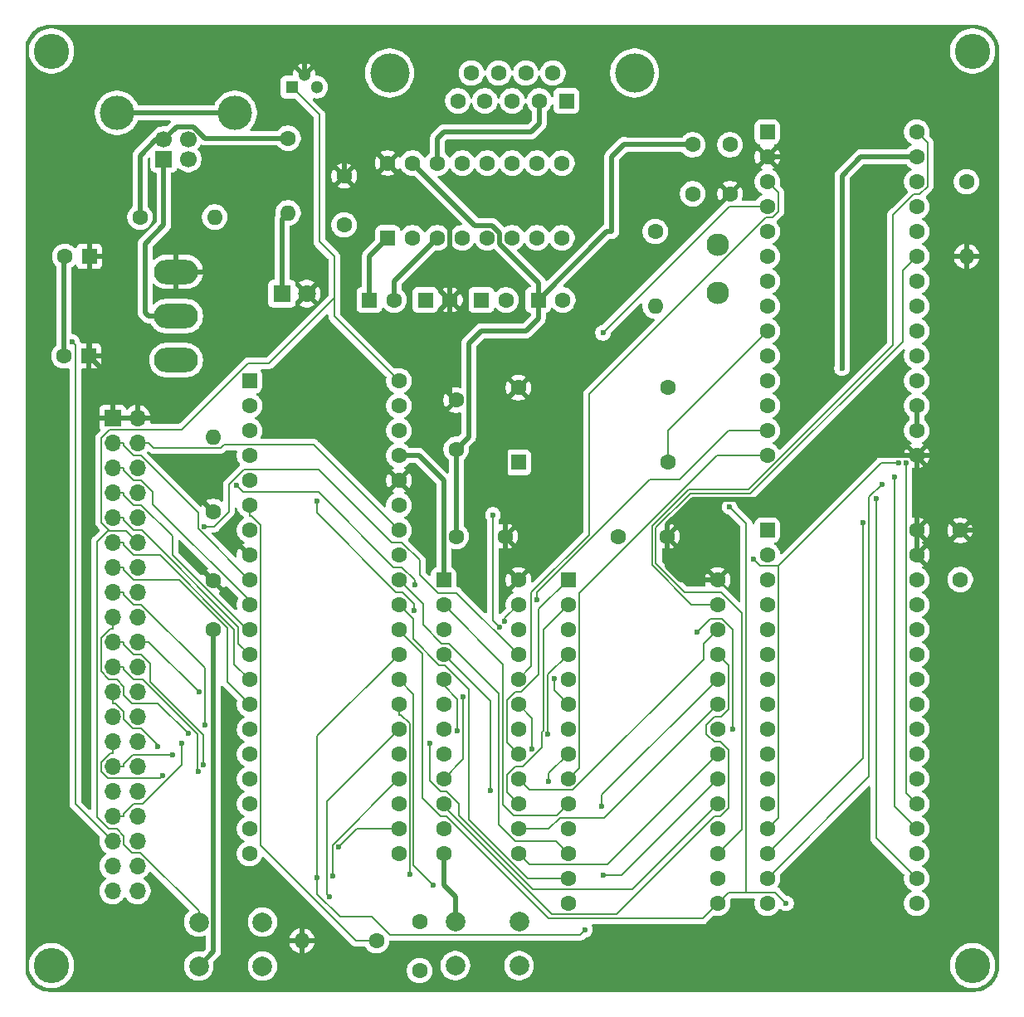
<source format=gbr>
%TF.GenerationSoftware,KiCad,Pcbnew,9.0.1*%
%TF.CreationDate,2025-05-10T17:14:16+02:00*%
%TF.ProjectId,tiny-board,74696e79-2d62-46f6-9172-642e6b696361,3*%
%TF.SameCoordinates,Original*%
%TF.FileFunction,Copper,L2,Bot*%
%TF.FilePolarity,Positive*%
%FSLAX46Y46*%
G04 Gerber Fmt 4.6, Leading zero omitted, Abs format (unit mm)*
G04 Created by KiCad (PCBNEW 9.0.1) date 2025-05-10 17:14:16*
%MOMM*%
%LPD*%
G01*
G04 APERTURE LIST*
G04 Aperture macros list*
%AMRoundRect*
0 Rectangle with rounded corners*
0 $1 Rounding radius*
0 $2 $3 $4 $5 $6 $7 $8 $9 X,Y pos of 4 corners*
0 Add a 4 corners polygon primitive as box body*
4,1,4,$2,$3,$4,$5,$6,$7,$8,$9,$2,$3,0*
0 Add four circle primitives for the rounded corners*
1,1,$1+$1,$2,$3*
1,1,$1+$1,$4,$5*
1,1,$1+$1,$6,$7*
1,1,$1+$1,$8,$9*
0 Add four rect primitives between the rounded corners*
20,1,$1+$1,$2,$3,$4,$5,0*
20,1,$1+$1,$4,$5,$6,$7,0*
20,1,$1+$1,$6,$7,$8,$9,0*
20,1,$1+$1,$8,$9,$2,$3,0*%
G04 Aperture macros list end*
%TA.AperFunction,ComponentPad*%
%ADD10C,1.600000*%
%TD*%
%TA.AperFunction,ComponentPad*%
%ADD11O,1.600000X1.600000*%
%TD*%
%TA.AperFunction,ComponentPad*%
%ADD12R,1.600000X1.600000*%
%TD*%
%TA.AperFunction,ComponentPad*%
%ADD13RoundRect,0.250000X0.550000X-0.550000X0.550000X0.550000X-0.550000X0.550000X-0.550000X-0.550000X0*%
%TD*%
%TA.AperFunction,ComponentPad*%
%ADD14C,2.000000*%
%TD*%
%TA.AperFunction,ComponentPad*%
%ADD15RoundRect,0.250000X-0.550000X-0.550000X0.550000X-0.550000X0.550000X0.550000X-0.550000X0.550000X0*%
%TD*%
%TA.AperFunction,ComponentPad*%
%ADD16R,1.700000X1.700000*%
%TD*%
%TA.AperFunction,ComponentPad*%
%ADD17O,1.700000X1.700000*%
%TD*%
%TA.AperFunction,ComponentPad*%
%ADD18R,1.300000X1.300000*%
%TD*%
%TA.AperFunction,ComponentPad*%
%ADD19C,1.300000*%
%TD*%
%TA.AperFunction,ComponentPad*%
%ADD20R,1.800000X1.800000*%
%TD*%
%TA.AperFunction,ComponentPad*%
%ADD21C,1.800000*%
%TD*%
%TA.AperFunction,ComponentPad*%
%ADD22C,3.600000*%
%TD*%
%TA.AperFunction,ComponentPad*%
%ADD23C,4.000000*%
%TD*%
%TA.AperFunction,ComponentPad*%
%ADD24O,4.500000X2.500000*%
%TD*%
%TA.AperFunction,ComponentPad*%
%ADD25C,2.300000*%
%TD*%
%TA.AperFunction,ComponentPad*%
%ADD26C,1.700000*%
%TD*%
%TA.AperFunction,ComponentPad*%
%ADD27C,3.500000*%
%TD*%
%TA.AperFunction,ViaPad*%
%ADD28C,0.600000*%
%TD*%
%TA.AperFunction,Conductor*%
%ADD29C,0.500000*%
%TD*%
%TA.AperFunction,Conductor*%
%ADD30C,0.200000*%
%TD*%
G04 APERTURE END LIST*
D10*
%TO.P,R5,1*%
%TO.N,Net-(U6-XTAL1)*%
X114300000Y-72390000D03*
D11*
%TO.P,R5,2*%
%TO.N,Net-(U6-XTAL2)*%
X114300000Y-80010000D03*
%TD*%
D12*
%TO.P,C2,1*%
%TO.N,VCC*%
X56475000Y-85090000D03*
D10*
%TO.P,C2,2*%
%TO.N,GND*%
X53975000Y-85090000D03*
%TD*%
%TO.P,R2,1*%
%TO.N,GND*%
X61722000Y-70915000D03*
D11*
%TO.P,R2,2*%
%TO.N,Net-(J1-Shield)*%
X69342000Y-70915000D03*
%TD*%
D12*
%TO.P,C15,1*%
%TO.N,Net-(U7-C1+)*%
X85130000Y-79375000D03*
D10*
%TO.P,C15,2*%
%TO.N,Net-(U7-C1-)*%
X87630000Y-79375000D03*
%TD*%
D13*
%TO.P,U7,1,C1+*%
%TO.N,Net-(U7-C1+)*%
X86995000Y-73025000D03*
D10*
%TO.P,U7,2,VS+*%
%TO.N,Net-(U7-VS+)*%
X89535000Y-73025000D03*
%TO.P,U7,3,C1-*%
%TO.N,Net-(U7-C1-)*%
X92075000Y-73025000D03*
%TO.P,U7,4,C2+*%
%TO.N,Net-(U7-C2+)*%
X94615000Y-73025000D03*
%TO.P,U7,5,C2-*%
%TO.N,Net-(U7-C2-)*%
X97155000Y-73025000D03*
%TO.P,U7,6,VS-*%
%TO.N,Net-(U7-VS-)*%
X99695000Y-73025000D03*
%TO.P,U7,7,T2OUT*%
%TO.N,unconnected-(U7-T2OUT-Pad7)*%
X102235000Y-73025000D03*
%TO.P,U7,8,R2IN*%
%TO.N,unconnected-(U7-R2IN-Pad8)*%
X104775000Y-73025000D03*
%TO.P,U7,9,R2OUT*%
%TO.N,unconnected-(U7-R2OUT-Pad9)*%
X104775000Y-65405000D03*
%TO.P,U7,10,T2IN*%
%TO.N,unconnected-(U7-T2IN-Pad10)*%
X102235000Y-65405000D03*
%TO.P,U7,11,T1IN*%
%TO.N,TxD1*%
X99695000Y-65405000D03*
%TO.P,U7,12,R1OUT*%
%TO.N,RxD1*%
X97155000Y-65405000D03*
%TO.P,U7,13,R1IN*%
%TO.N,Net-(U7-R1IN)*%
X94615000Y-65405000D03*
%TO.P,U7,14,T1OUT*%
%TO.N,Net-(U7-T1OUT)*%
X92075000Y-65405000D03*
%TO.P,U7,15,GND*%
%TO.N,GND*%
X89535000Y-65405000D03*
%TO.P,U7,16,VCC*%
%TO.N,VCC*%
X86995000Y-65405000D03*
%TD*%
D14*
%TO.P,SW2,1,1*%
%TO.N,GND*%
X74220000Y-147375000D03*
X67720000Y-147375000D03*
%TO.P,SW2,2,2*%
%TO.N,~{RES}*%
X74220000Y-142875000D03*
X67720000Y-142875000D03*
%TD*%
D15*
%TO.P,U2,1,NC*%
%TO.N,GND*%
X125730000Y-102870000D03*
D10*
%TO.P,U2,2,A16*%
X125730000Y-105410000D03*
%TO.P,U2,3,A15*%
X125730000Y-107950000D03*
%TO.P,U2,4,A12*%
%TO.N,A12*%
X125730000Y-110490000D03*
%TO.P,U2,5,A7*%
%TO.N,A7*%
X125730000Y-113030000D03*
%TO.P,U2,6,A6*%
%TO.N,A6*%
X125730000Y-115570000D03*
%TO.P,U2,7,A5*%
%TO.N,A5*%
X125730000Y-118110000D03*
%TO.P,U2,8,A4*%
%TO.N,A4*%
X125730000Y-120650000D03*
%TO.P,U2,9,A3*%
%TO.N,A3*%
X125730000Y-123190000D03*
%TO.P,U2,10,A2*%
%TO.N,A2*%
X125730000Y-125730000D03*
%TO.P,U2,11,A1*%
%TO.N,A1*%
X125730000Y-128270000D03*
%TO.P,U2,12,A0*%
%TO.N,A0*%
X125730000Y-130810000D03*
%TO.P,U2,13,D0*%
%TO.N,D0*%
X125730000Y-133350000D03*
%TO.P,U2,14,D1*%
%TO.N,D1*%
X125730000Y-135890000D03*
%TO.P,U2,15,D2*%
%TO.N,D2*%
X125730000Y-138430000D03*
%TO.P,U2,16,GND*%
%TO.N,GND*%
X125730000Y-140970000D03*
%TO.P,U2,17,D3*%
%TO.N,D3*%
X140970000Y-140970000D03*
%TO.P,U2,18,D4*%
%TO.N,D4*%
X140970000Y-138430000D03*
%TO.P,U2,19,D5*%
%TO.N,D5*%
X140970000Y-135890000D03*
%TO.P,U2,20,D6*%
%TO.N,D6*%
X140970000Y-133350000D03*
%TO.P,U2,21,D7*%
%TO.N,D7*%
X140970000Y-130810000D03*
%TO.P,U2,22,CE*%
%TO.N,~{ROMCS}*%
X140970000Y-128270000D03*
%TO.P,U2,23,A10*%
%TO.N,A10*%
X140970000Y-125730000D03*
%TO.P,U2,24,OE*%
%TO.N,~{ROMCS}*%
X140970000Y-123190000D03*
%TO.P,U2,25,A11*%
%TO.N,A11*%
X140970000Y-120650000D03*
%TO.P,U2,26,A9*%
%TO.N,A9*%
X140970000Y-118110000D03*
%TO.P,U2,27,A8*%
%TO.N,A8*%
X140970000Y-115570000D03*
%TO.P,U2,28,A13*%
%TO.N,A13*%
X140970000Y-113030000D03*
%TO.P,U2,29,A14*%
%TO.N,A14*%
X140970000Y-110490000D03*
%TO.P,U2,30,NC*%
%TO.N,GND*%
X140970000Y-107950000D03*
%TO.P,U2,31,PGM*%
%TO.N,VCC*%
X140970000Y-105410000D03*
%TO.P,U2,32,VCC*%
X140970000Y-102870000D03*
%TD*%
%TO.P,R4,1*%
%TO.N,~{NMI}*%
X85852000Y-144780000D03*
D11*
%TO.P,R4,2*%
%TO.N,VCC*%
X78232000Y-144780000D03*
%TD*%
D16*
%TO.P,J3,1,Pin_1*%
%TO.N,VCC*%
X58928000Y-91440000D03*
D17*
%TO.P,J3,2,Pin_2*%
X61468000Y-91440000D03*
%TO.P,J3,3,Pin_3*%
%TO.N,A0*%
X58928000Y-93980000D03*
%TO.P,J3,4,Pin_4*%
%TO.N,R{slash}~{W}*%
X61468000Y-93980000D03*
%TO.P,J3,5,Pin_5*%
%TO.N,A1*%
X58928000Y-96520000D03*
%TO.P,J3,6,Pin_6*%
%TO.N,CLK*%
X61468000Y-96520000D03*
%TO.P,J3,7,Pin_7*%
%TO.N,A2*%
X58928000Y-99060000D03*
%TO.P,J3,8,Pin_8*%
%TO.N,B2*%
X61468000Y-99060000D03*
%TO.P,J3,9,Pin_9*%
%TO.N,A3*%
X58928000Y-101600000D03*
%TO.P,J3,10,Pin_10*%
%TO.N,B1*%
X61468000Y-101600000D03*
%TO.P,J3,11,Pin_11*%
%TO.N,A4*%
X58928000Y-104140000D03*
%TO.P,J3,12,Pin_12*%
%TO.N,~{RES}*%
X61468000Y-104140000D03*
%TO.P,J3,13,Pin_13*%
%TO.N,A5*%
X58928000Y-106680000D03*
%TO.P,J3,14,Pin_14*%
%TO.N,~{NMI}*%
X61468000Y-106680000D03*
%TO.P,J3,15,Pin_15*%
%TO.N,A6*%
X58928000Y-109220000D03*
%TO.P,J3,16,Pin_16*%
%TO.N,~{IRQ}*%
X61468000Y-109220000D03*
%TO.P,J3,17,Pin_17*%
%TO.N,A7*%
X58928000Y-111760000D03*
%TO.P,J3,18,Pin_18*%
%TO.N,~{ROMCS}*%
X61468000Y-111760000D03*
%TO.P,J3,19,Pin_19*%
%TO.N,A8*%
X58928000Y-114300000D03*
%TO.P,J3,20,Pin_20*%
%TO.N,~{ACIACS}*%
X61468000Y-114300000D03*
%TO.P,J3,21,Pin_21*%
%TO.N,A9*%
X58928000Y-116840000D03*
%TO.P,J3,22,Pin_22*%
%TO.N,~{RAMCS}*%
X61468000Y-116840000D03*
%TO.P,J3,23,Pin_23*%
%TO.N,A10*%
X58928000Y-119380000D03*
%TO.P,J3,24,Pin_24*%
%TO.N,D0*%
X61468000Y-119380000D03*
%TO.P,J3,25,Pin_25*%
%TO.N,A11*%
X58928000Y-121920000D03*
%TO.P,J3,26,Pin_26*%
%TO.N,D1*%
X61468000Y-121920000D03*
%TO.P,J3,27,Pin_27*%
%TO.N,A12*%
X58928000Y-124460000D03*
%TO.P,J3,28,Pin_28*%
%TO.N,D2*%
X61468000Y-124460000D03*
%TO.P,J3,29,Pin_29*%
%TO.N,A13*%
X58928000Y-127000000D03*
%TO.P,J3,30,Pin_30*%
%TO.N,D3*%
X61468000Y-127000000D03*
%TO.P,J3,31,Pin_31*%
%TO.N,A14*%
X58928000Y-129540000D03*
%TO.P,J3,32,Pin_32*%
%TO.N,D4*%
X61468000Y-129540000D03*
%TO.P,J3,33,Pin_33*%
%TO.N,A15*%
X58928000Y-132080000D03*
%TO.P,J3,34,Pin_34*%
%TO.N,D5*%
X61468000Y-132080000D03*
%TO.P,J3,35,Pin_35*%
%TO.N,TxD1*%
X58928000Y-134620000D03*
%TO.P,J3,36,Pin_36*%
%TO.N,D6*%
X61468000Y-134620000D03*
%TO.P,J3,37,Pin_37*%
%TO.N,RxD1*%
X58928000Y-137160000D03*
%TO.P,J3,38,Pin_38*%
%TO.N,D7*%
X61468000Y-137160000D03*
%TO.P,J3,39,Pin_39*%
%TO.N,GND*%
X58928000Y-139700000D03*
%TO.P,J3,40,Pin_40*%
X61468000Y-139700000D03*
%TD*%
D12*
%TO.P,C4,1*%
%TO.N,VCC*%
X56555000Y-74930000D03*
D10*
%TO.P,C4,2*%
%TO.N,GND*%
X54055000Y-74930000D03*
%TD*%
%TO.P,C8,1*%
%TO.N,VCC*%
X115490000Y-103505000D03*
%TO.P,C8,2*%
%TO.N,GND*%
X110490000Y-103505000D03*
%TD*%
D15*
%TO.P,U5,1,CLK/IN*%
%TO.N,CLK*%
X92710000Y-107950000D03*
D10*
%TO.P,U5,2,IN*%
%TO.N,A0*%
X92710000Y-110490000D03*
%TO.P,U5,3,IN*%
%TO.N,A1*%
X92710000Y-113030000D03*
%TO.P,U5,4,IN/PD*%
%TO.N,A2*%
X92710000Y-115570000D03*
%TO.P,U5,5,IN*%
%TO.N,A3*%
X92710000Y-118110000D03*
%TO.P,U5,6,IN*%
%TO.N,A4*%
X92710000Y-120650000D03*
%TO.P,U5,7,IN*%
%TO.N,A5*%
X92710000Y-123190000D03*
%TO.P,U5,8,IN*%
%TO.N,A6*%
X92710000Y-125730000D03*
%TO.P,U5,9,IN*%
%TO.N,A7*%
X92710000Y-128270000D03*
%TO.P,U5,10,IN*%
%TO.N,A8*%
X92710000Y-130810000D03*
%TO.P,U5,11,IN*%
%TO.N,A9*%
X92710000Y-133350000D03*
%TO.P,U5,12,GND*%
%TO.N,GND*%
X92710000Y-135890000D03*
%TO.P,U5,13,IN*%
%TO.N,A10*%
X100330000Y-135890000D03*
%TO.P,U5,14,I/O*%
%TO.N,A11*%
X100330000Y-133350000D03*
%TO.P,U5,15,I/O*%
%TO.N,A12*%
X100330000Y-130810000D03*
%TO.P,U5,16,I/O*%
%TO.N,A13*%
X100330000Y-128270000D03*
%TO.P,U5,17,I/O*%
%TO.N,A14*%
X100330000Y-125730000D03*
%TO.P,U5,18,I/O*%
%TO.N,A15*%
X100330000Y-123190000D03*
%TO.P,U5,19,I/O*%
%TO.N,~{RAMCS}*%
X100330000Y-120650000D03*
%TO.P,U5,20,I/O*%
%TO.N,~{ACIACS}*%
X100330000Y-118110000D03*
%TO.P,U5,21,I/O*%
%TO.N,~{ROMCS}*%
X100330000Y-115570000D03*
%TO.P,U5,22,I/O*%
%TO.N,B1*%
X100330000Y-113030000D03*
%TO.P,U5,23,I/O*%
%TO.N,B2*%
X100330000Y-110490000D03*
%TO.P,U5,24,VCC*%
%TO.N,VCC*%
X100330000Y-107950000D03*
%TD*%
D14*
%TO.P,SW3,1,1*%
%TO.N,GND*%
X93905000Y-142820000D03*
X100405000Y-142820000D03*
%TO.P,SW3,2,2*%
%TO.N,~{NMI}*%
X93905000Y-147320000D03*
X100405000Y-147320000D03*
%TD*%
D12*
%TO.P,C14,1*%
%TO.N,Net-(U7-C2+)*%
X96560000Y-79375000D03*
D10*
%TO.P,C14,2*%
%TO.N,Net-(U7-C2-)*%
X99060000Y-79375000D03*
%TD*%
D18*
%TO.P,U3,1,Pin_1*%
%TO.N,~{RES}*%
X77216000Y-57658000D03*
D19*
%TO.P,U3,2,Pin_2*%
%TO.N,VCC*%
X78486000Y-56388000D03*
%TO.P,U3,3,Pin_3*%
%TO.N,GND*%
X79756000Y-57658000D03*
%TD*%
D10*
%TO.P,C6,1*%
%TO.N,~{NMI}*%
X90245000Y-147820000D03*
%TO.P,C6,2*%
%TO.N,GND*%
X90245000Y-142820000D03*
%TD*%
%TO.P,C10,1*%
%TO.N,VCC*%
X82550000Y-66715000D03*
%TO.P,C10,2*%
%TO.N,GND*%
X82550000Y-71715000D03*
%TD*%
D20*
%TO.P,D1,1,K*%
%TO.N,Net-(D1-K)*%
X76200000Y-78740000D03*
D21*
%TO.P,D1,2,A*%
%TO.N,VCC*%
X78740000Y-78740000D03*
%TD*%
D22*
%TO.P,H4,1*%
%TO.N,N/C*%
X146685000Y-147320000D03*
%TD*%
D10*
%TO.P,R6,1*%
%TO.N,GND*%
X76835000Y-62865000D03*
D11*
%TO.P,R6,2*%
%TO.N,Net-(D1-K)*%
X76835000Y-70485000D03*
%TD*%
D23*
%TO.P,J2,0,PAD*%
%TO.N,unconnected-(J2-PAD-Pad0)*%
X112195000Y-56215000D03*
%TO.N,unconnected-(J2-PAD-Pad0)_1*%
X87195000Y-56215000D03*
D12*
%TO.P,J2,1,1*%
%TO.N,unconnected-(J2-Pad1)*%
X105235000Y-59055000D03*
D10*
%TO.P,J2,2,2*%
%TO.N,Net-(U7-T1OUT)*%
X102465000Y-59055000D03*
%TO.P,J2,3,3*%
%TO.N,Net-(U7-R1IN)*%
X99695000Y-59055000D03*
%TO.P,J2,4,4*%
%TO.N,unconnected-(J2-Pad4)*%
X96925000Y-59055000D03*
%TO.P,J2,5,5*%
%TO.N,GND*%
X94155000Y-59055000D03*
%TO.P,J2,6,6*%
%TO.N,unconnected-(J2-Pad6)*%
X103850000Y-56215000D03*
%TO.P,J2,7,7*%
%TO.N,unconnected-(J2-Pad7)*%
X101080000Y-56215000D03*
%TO.P,J2,8,8*%
%TO.N,unconnected-(J2-Pad8)*%
X98310000Y-56215000D03*
%TO.P,J2,9,9*%
%TO.N,unconnected-(J2-Pad9)*%
X95540000Y-56215000D03*
%TD*%
D22*
%TO.P,H1,1*%
%TO.N,N/C*%
X52705000Y-53975000D03*
%TD*%
D12*
%TO.P,C12,1*%
%TO.N,Net-(U7-VS+)*%
X90845000Y-79375000D03*
D10*
%TO.P,C12,2*%
%TO.N,VCC*%
X93345000Y-79375000D03*
%TD*%
D15*
%TO.P,U4,1,A14*%
%TO.N,A14*%
X105410000Y-107950000D03*
D10*
%TO.P,U4,2,A12*%
%TO.N,A12*%
X105410000Y-110490000D03*
%TO.P,U4,3,A7*%
%TO.N,A7*%
X105410000Y-113030000D03*
%TO.P,U4,4,A6*%
%TO.N,A6*%
X105410000Y-115570000D03*
%TO.P,U4,5,A5*%
%TO.N,A5*%
X105410000Y-118110000D03*
%TO.P,U4,6,A4*%
%TO.N,A4*%
X105410000Y-120650000D03*
%TO.P,U4,7,A3*%
%TO.N,A3*%
X105410000Y-123190000D03*
%TO.P,U4,8,A2*%
%TO.N,A2*%
X105410000Y-125730000D03*
%TO.P,U4,9,A1*%
%TO.N,A1*%
X105410000Y-128270000D03*
%TO.P,U4,10,A0*%
%TO.N,A0*%
X105410000Y-130810000D03*
%TO.P,U4,11,Q0*%
%TO.N,D0*%
X105410000Y-133350000D03*
%TO.P,U4,12,Q1*%
%TO.N,D1*%
X105410000Y-135890000D03*
%TO.P,U4,13,Q2*%
%TO.N,D2*%
X105410000Y-138430000D03*
%TO.P,U4,14,GND*%
%TO.N,GND*%
X105410000Y-140970000D03*
%TO.P,U4,15,Q3*%
%TO.N,D3*%
X120650000Y-140970000D03*
%TO.P,U4,16,Q4*%
%TO.N,D4*%
X120650000Y-138430000D03*
%TO.P,U4,17,Q5*%
%TO.N,D5*%
X120650000Y-135890000D03*
%TO.P,U4,18,Q6*%
%TO.N,D6*%
X120650000Y-133350000D03*
%TO.P,U4,19,Q7*%
%TO.N,D7*%
X120650000Y-130810000D03*
%TO.P,U4,20,~{CS}*%
%TO.N,~{RAMCS}*%
X120650000Y-128270000D03*
%TO.P,U4,21,A10*%
%TO.N,A10*%
X120650000Y-125730000D03*
%TO.P,U4,22,~{OE}*%
%TO.N,A15*%
X120650000Y-123190000D03*
%TO.P,U4,23,A11*%
%TO.N,A11*%
X120650000Y-120650000D03*
%TO.P,U4,24,A9*%
%TO.N,A9*%
X120650000Y-118110000D03*
%TO.P,U4,25,A8*%
%TO.N,A8*%
X120650000Y-115570000D03*
%TO.P,U4,26,A13*%
%TO.N,A13*%
X120650000Y-113030000D03*
%TO.P,U4,27,~{WE}*%
%TO.N,R{slash}~{W}*%
X120650000Y-110490000D03*
%TO.P,U4,28,VCC*%
%TO.N,VCC*%
X120650000Y-107950000D03*
%TD*%
D24*
%TO.P,SW1,1,A*%
%TO.N,VCC*%
X65417000Y-76520000D03*
%TO.P,SW1,2,B*%
%TO.N,VIN*%
X65417000Y-81020000D03*
%TO.P,SW1,3,C*%
%TO.N,unconnected-(SW1-C-Pad3)*%
X65417000Y-85520000D03*
%TD*%
D15*
%TO.P,U1,1,~{VP}*%
%TO.N,unconnected-(U1-~{VP}-Pad1)*%
X72898000Y-87630000D03*
D10*
%TO.P,U1,2,RDY*%
%TO.N,Net-(U1-RDY)*%
X72898000Y-90170000D03*
%TO.P,U1,3,\u03D51*%
%TO.N,unconnected-(U1-\u03D51-Pad3)*%
X72898000Y-92710000D03*
%TO.P,U1,4,~{IRQ}*%
%TO.N,~{IRQ}*%
X72898000Y-95250000D03*
%TO.P,U1,5,~{ML}*%
%TO.N,unconnected-(U1-~{ML}-Pad5)*%
X72898000Y-97790000D03*
%TO.P,U1,6,~{NMI}*%
%TO.N,~{NMI}*%
X72898000Y-100330000D03*
%TO.P,U1,7,SYNC*%
%TO.N,unconnected-(U1-SYNC-Pad7)*%
X72898000Y-102870000D03*
%TO.P,U1,8,VDD*%
%TO.N,VCC*%
X72898000Y-105410000D03*
%TO.P,U1,9,A0*%
%TO.N,A0*%
X72898000Y-107950000D03*
%TO.P,U1,10,A1*%
%TO.N,A1*%
X72898000Y-110490000D03*
%TO.P,U1,11,A2*%
%TO.N,A2*%
X72898000Y-113030000D03*
%TO.P,U1,12,A3*%
%TO.N,A3*%
X72898000Y-115570000D03*
%TO.P,U1,13,A4*%
%TO.N,A4*%
X72898000Y-118110000D03*
%TO.P,U1,14,A5*%
%TO.N,A5*%
X72898000Y-120650000D03*
%TO.P,U1,15,A6*%
%TO.N,A6*%
X72898000Y-123190000D03*
%TO.P,U1,16,A7*%
%TO.N,A7*%
X72898000Y-125730000D03*
%TO.P,U1,17,A8*%
%TO.N,A8*%
X72898000Y-128270000D03*
%TO.P,U1,18,A9*%
%TO.N,A9*%
X72898000Y-130810000D03*
%TO.P,U1,19,A10*%
%TO.N,A10*%
X72898000Y-133350000D03*
%TO.P,U1,20,A11*%
%TO.N,A11*%
X72898000Y-135890000D03*
%TO.P,U1,21,VSS*%
%TO.N,GND*%
X88138000Y-135890000D03*
%TO.P,U1,22,A12*%
%TO.N,A12*%
X88138000Y-133350000D03*
%TO.P,U1,23,A13*%
%TO.N,A13*%
X88138000Y-130810000D03*
%TO.P,U1,24,A14*%
%TO.N,A14*%
X88138000Y-128270000D03*
%TO.P,U1,25,A15*%
%TO.N,A15*%
X88138000Y-125730000D03*
%TO.P,U1,26,D7*%
%TO.N,D7*%
X88138000Y-123190000D03*
%TO.P,U1,27,D6*%
%TO.N,D6*%
X88138000Y-120650000D03*
%TO.P,U1,28,D5*%
%TO.N,D5*%
X88138000Y-118110000D03*
%TO.P,U1,29,D4*%
%TO.N,D4*%
X88138000Y-115570000D03*
%TO.P,U1,30,D3*%
%TO.N,D3*%
X88138000Y-113030000D03*
%TO.P,U1,31,D2*%
%TO.N,D2*%
X88138000Y-110490000D03*
%TO.P,U1,32,D1*%
%TO.N,D1*%
X88138000Y-107950000D03*
%TO.P,U1,33,D0*%
%TO.N,D0*%
X88138000Y-105410000D03*
%TO.P,U1,34,R/~{W}*%
%TO.N,R{slash}~{W}*%
X88138000Y-102870000D03*
%TO.P,U1,35,nc*%
%TO.N,unconnected-(U1-nc-Pad35)*%
X88138000Y-100330000D03*
%TO.P,U1,36,BE*%
%TO.N,VCC*%
X88138000Y-97790000D03*
%TO.P,U1,37,\u03D50*%
%TO.N,CLK*%
X88138000Y-95250000D03*
%TO.P,U1,38,~{SO}*%
%TO.N,unconnected-(U1-~{SO}-Pad38)*%
X88138000Y-92710000D03*
%TO.P,U1,39,\u03D52*%
%TO.N,unconnected-(U1-\u03D52-Pad39)*%
X88138000Y-90170000D03*
%TO.P,U1,40,~{RES}*%
%TO.N,~{RES}*%
X88138000Y-87630000D03*
%TD*%
D22*
%TO.P,H3,1*%
%TO.N,N/C*%
X146685000Y-53975000D03*
%TD*%
D12*
%TO.P,X1,1,EN*%
%TO.N,unconnected-(X1-EN-Pad1)*%
X100330000Y-95965000D03*
D10*
%TO.P,X1,7,GND*%
%TO.N,GND*%
X115570000Y-95965000D03*
%TO.P,X1,8,OUT*%
%TO.N,CLK*%
X115570000Y-88345000D03*
%TO.P,X1,14,Vcc*%
%TO.N,VCC*%
X100330000Y-88345000D03*
%TD*%
D22*
%TO.P,H2,1*%
%TO.N,N/C*%
X52705000Y-147320000D03*
%TD*%
D10*
%TO.P,C3,1*%
%TO.N,VCC*%
X93980000Y-89615000D03*
%TO.P,C3,2*%
%TO.N,GND*%
X93980000Y-94615000D03*
%TD*%
D25*
%TO.P,Y1,1,1*%
%TO.N,Net-(U6-XTAL2)*%
X120650000Y-78650000D03*
%TO.P,Y1,2,2*%
%TO.N,Net-(U6-XTAL1)*%
X120650000Y-73750000D03*
%TD*%
D10*
%TO.P,C11,1*%
%TO.N,GND*%
X118110000Y-63540000D03*
%TO.P,C11,2*%
%TO.N,Net-(U6-XTAL1)*%
X118110000Y-68540000D03*
%TD*%
%TO.P,C1,1*%
%TO.N,VCC*%
X69215000Y-108030000D03*
%TO.P,C1,2*%
%TO.N,GND*%
X69215000Y-113030000D03*
%TD*%
%TO.P,R3,1*%
%TO.N,VCC*%
X69215000Y-100965000D03*
D11*
%TO.P,R3,2*%
%TO.N,Net-(U1-RDY)*%
X69215000Y-93345000D03*
%TD*%
D16*
%TO.P,J1,1,VBUS*%
%TO.N,VIN*%
X64155000Y-64997500D03*
D26*
%TO.P,J1,2,D-*%
%TO.N,unconnected-(J1-D--Pad2)*%
X66655000Y-64997500D03*
%TO.P,J1,3,D+*%
%TO.N,unconnected-(J1-D+-Pad3)*%
X66655000Y-62997500D03*
%TO.P,J1,4,GND*%
%TO.N,GND*%
X64155000Y-62997500D03*
D27*
%TO.P,J1,5,Shield*%
%TO.N,Net-(J1-Shield)*%
X59385000Y-60287500D03*
X71425000Y-60287500D03*
%TD*%
D12*
%TO.P,C13,1*%
%TO.N,GND*%
X102364774Y-79375000D03*
D10*
%TO.P,C13,2*%
%TO.N,Net-(U7-VS-)*%
X104864774Y-79375000D03*
%TD*%
%TO.P,C5,1*%
%TO.N,VCC*%
X145415000Y-102910000D03*
%TO.P,C5,2*%
%TO.N,GND*%
X145415000Y-107910000D03*
%TD*%
D15*
%TO.P,U6,1,VSS*%
%TO.N,GND*%
X125730000Y-62230000D03*
D10*
%TO.P,U6,2,CS1*%
%TO.N,VCC*%
X125730000Y-64770000D03*
%TO.P,U6,3,~{CS2}*%
%TO.N,~{ACIACS}*%
X125730000Y-67310000D03*
%TO.P,U6,4,~{RES}*%
%TO.N,~{RES}*%
X125730000Y-69850000D03*
%TO.P,U6,5,RxC*%
%TO.N,unconnected-(U6-RxC-Pad5)*%
X125730000Y-72390000D03*
%TO.P,U6,6,XTAL1*%
%TO.N,Net-(U6-XTAL1)*%
X125730000Y-74930000D03*
%TO.P,U6,7,XTAL2*%
%TO.N,Net-(U6-XTAL2)*%
X125730000Y-77470000D03*
%TO.P,U6,8,~{RTS}*%
%TO.N,unconnected-(U6-~{RTS}-Pad8)*%
X125730000Y-80010000D03*
%TO.P,U6,9,~{CTS}*%
%TO.N,GND*%
X125730000Y-82550000D03*
%TO.P,U6,10,TxD*%
%TO.N,TxD1*%
X125730000Y-85090000D03*
%TO.P,U6,11,~{DTR}*%
%TO.N,unconnected-(U6-~{DTR}-Pad11)*%
X125730000Y-87630000D03*
%TO.P,U6,12,RxD*%
%TO.N,RxD1*%
X125730000Y-90170000D03*
%TO.P,U6,13,RS0*%
%TO.N,A0*%
X125730000Y-92710000D03*
%TO.P,U6,14,RS1*%
%TO.N,A1*%
X125730000Y-95250000D03*
%TO.P,U6,15,VCC*%
%TO.N,VCC*%
X140970000Y-95250000D03*
%TO.P,U6,16,~{DCD}*%
%TO.N,GND*%
X140970000Y-92710000D03*
%TO.P,U6,17,~{DSR}*%
X140970000Y-90170000D03*
%TO.P,U6,18,D0*%
%TO.N,D0*%
X140970000Y-87630000D03*
%TO.P,U6,19,D1*%
%TO.N,D1*%
X140970000Y-85090000D03*
%TO.P,U6,20,D2*%
%TO.N,D2*%
X140970000Y-82550000D03*
%TO.P,U6,21,D3*%
%TO.N,D3*%
X140970000Y-80010000D03*
%TO.P,U6,22,D4*%
%TO.N,D4*%
X140970000Y-77470000D03*
%TO.P,U6,23,D5*%
%TO.N,D5*%
X140970000Y-74930000D03*
%TO.P,U6,24,D6*%
%TO.N,D6*%
X140970000Y-72390000D03*
%TO.P,U6,25,D7*%
%TO.N,D7*%
X140970000Y-69850000D03*
%TO.P,U6,26,~{IRQ}*%
%TO.N,~{IRQ}*%
X140970000Y-67310000D03*
%TO.P,U6,27,\u03D52*%
%TO.N,CLK*%
X140970000Y-64770000D03*
%TO.P,U6,28,R/~{W}*%
%TO.N,R{slash}~{W}*%
X140970000Y-62230000D03*
%TD*%
%TO.P,R1,1*%
%TO.N,~{IRQ}*%
X146050000Y-67310000D03*
D11*
%TO.P,R1,2*%
%TO.N,VCC*%
X146050000Y-74930000D03*
%TD*%
D10*
%TO.P,C7,1*%
%TO.N,VCC*%
X98980000Y-103505000D03*
%TO.P,C7,2*%
%TO.N,GND*%
X93980000Y-103505000D03*
%TD*%
%TO.P,C9,1*%
%TO.N,VCC*%
X121920000Y-68540000D03*
%TO.P,C9,2*%
%TO.N,GND*%
X121920000Y-63540000D03*
%TD*%
D28*
%TO.N,TxD1*%
X54784300Y-83654300D03*
%TO.N,~{RES}*%
X108960000Y-82732500D03*
%TO.N,D2*%
X137426000Y-98177200D03*
%TO.N,D1*%
X135507000Y-102116000D03*
%TO.N,A12*%
X81963100Y-135249500D03*
X64009700Y-127967200D03*
%TO.N,D7*%
X81056300Y-140332400D03*
X139900000Y-96032700D03*
X91262100Y-124594000D03*
%TO.N,A15*%
X66000400Y-124604800D03*
%TO.N,A0*%
X102261000Y-110014000D03*
%TO.N,D6*%
X138696000Y-97474200D03*
X89242400Y-138009000D03*
%TO.N,A2*%
X97443700Y-129469000D03*
X103423000Y-128503000D03*
%TO.N,A4*%
X103992000Y-118027000D03*
%TO.N,A13*%
X65057200Y-125815000D03*
%TO.N,A1*%
X97734400Y-101325600D03*
X98412300Y-112802300D03*
%TO.N,CLK*%
X133350000Y-86360000D03*
%TO.N,D0*%
X139100000Y-96024700D03*
X124314000Y-105801000D03*
%TO.N,A8*%
X68199900Y-126838800D03*
%TO.N,A14*%
X81420400Y-138167300D03*
%TO.N,D3*%
X121872000Y-100497000D03*
X127635000Y-140970000D03*
%TO.N,A7*%
X94701700Y-119855000D03*
X66657000Y-123642000D03*
%TO.N,D5*%
X91642600Y-139079000D03*
%TO.N,A6*%
X103355000Y-123721000D03*
X68341100Y-122748300D03*
%TO.N,A10*%
X63543400Y-124933500D03*
%TO.N,A3*%
X94117500Y-123328000D03*
%TO.N,D4*%
X107134200Y-143651400D03*
X79809200Y-138342200D03*
X136824000Y-99647200D03*
%TO.N,A9*%
X67647400Y-127509600D03*
X108841000Y-131035000D03*
%TO.N,~{ROMCS}*%
X68255900Y-102487200D03*
X118558000Y-113299000D03*
X122230000Y-123170000D03*
%TO.N,~{RAMCS}*%
X108994700Y-138051300D03*
X101737000Y-125228000D03*
%TO.N,~{ACIACS}*%
X67725600Y-119403000D03*
%TO.N,B1*%
X89657700Y-111086800D03*
X79743400Y-99938800D03*
%TO.N,B2*%
X98939100Y-112196300D03*
X89743700Y-108465200D03*
X71566600Y-98309600D03*
%TD*%
D29*
%TO.N,GND*%
X109855000Y-72390000D02*
X109349774Y-72390000D01*
X89535000Y-65405000D02*
X95904000Y-71774000D01*
X67193900Y-61696500D02*
X65456000Y-61696500D01*
X92710000Y-135890000D02*
X92710000Y-139065000D01*
X93980000Y-103505000D02*
X93980000Y-94615000D01*
X102364774Y-77599774D02*
X102364774Y-79375000D01*
D30*
X115570000Y-95965000D02*
X115570000Y-92710000D01*
D29*
X68362400Y-62865000D02*
X67193900Y-61696500D01*
X53975000Y-85090000D02*
X53975000Y-75010000D01*
X63367500Y-62997500D02*
X61722000Y-64643000D01*
X95250000Y-83820000D02*
X96520000Y-82550000D01*
X102364774Y-79375000D02*
X102364774Y-81277226D01*
X76835000Y-62865000D02*
X68362400Y-62865000D01*
X140970000Y-92710000D02*
X140970000Y-90170000D01*
X65456000Y-61696500D02*
X64155000Y-62997500D01*
X92710000Y-139065000D02*
X93905000Y-140260000D01*
X98425000Y-73660000D02*
X102364774Y-77599774D01*
X69215000Y-113030000D02*
X69215000Y-145880000D01*
X98425000Y-72525800D02*
X98425000Y-73660000D01*
X61722000Y-64643000D02*
X61722000Y-70915000D01*
X96520000Y-82550000D02*
X101092000Y-82550000D01*
X109349774Y-72390000D02*
X102364774Y-79375000D01*
X95250000Y-93345000D02*
X95250000Y-83820000D01*
X95904000Y-71774000D02*
X97673200Y-71774000D01*
X111125000Y-63500000D02*
X111165000Y-63540000D01*
X111165000Y-63540000D02*
X118110000Y-63540000D01*
X69215000Y-145880000D02*
X67720000Y-147375000D01*
X53975000Y-75010000D02*
X54055000Y-74930000D01*
X109855000Y-64770000D02*
X111125000Y-63500000D01*
X64155000Y-62997500D02*
X63367500Y-62997500D01*
D30*
X115570000Y-92710000D02*
X125730000Y-82550000D01*
D29*
X102364774Y-81277226D02*
X101092000Y-82550000D01*
X109855000Y-72390000D02*
X109855000Y-64770000D01*
X93905000Y-140260000D02*
X93905000Y-142820000D01*
X93980000Y-94615000D02*
X95250000Y-93345000D01*
X97673200Y-71774000D02*
X98425000Y-72525800D01*
%TO.N,VCC*%
X78665000Y-149150000D02*
X78665000Y-147320000D01*
X51435000Y-62230000D02*
X60325000Y-53340000D01*
X140970000Y-95250000D02*
X135255000Y-95250000D01*
X58928000Y-91440000D02*
X61468000Y-91440000D01*
X80010000Y-53340000D02*
X78486000Y-54864000D01*
X116840000Y-107950000D02*
X120650000Y-107950000D01*
X82550000Y-55880000D02*
X82550000Y-66715000D01*
X147320000Y-95250000D02*
X140970000Y-95250000D01*
X80010000Y-53340000D02*
X82550000Y-55880000D01*
X98980000Y-89695000D02*
X100330000Y-88345000D01*
X93345000Y-88980000D02*
X93980000Y-89615000D01*
X148590000Y-101600000D02*
X147280000Y-102910000D01*
X50800000Y-139700000D02*
X50800000Y-92710000D01*
X127000000Y-53340000D02*
X128270000Y-54610000D01*
X148590000Y-101600000D02*
X148590000Y-140335000D01*
X93345000Y-79375000D02*
X93345000Y-71755000D01*
X148590000Y-93980000D02*
X147320000Y-95250000D01*
X93345000Y-71755000D02*
X86995000Y-65405000D01*
X98980000Y-103505000D02*
X98980000Y-89695000D01*
X108701000Y-149744000D02*
X79259000Y-149744000D01*
X50800000Y-92710000D02*
X51435000Y-92075000D01*
X78232000Y-146887000D02*
X78232000Y-144780000D01*
X148590000Y-93980000D02*
X148590000Y-101600000D01*
X51435000Y-92075000D02*
X51435000Y-62230000D01*
X60325000Y-53340000D02*
X80010000Y-53340000D01*
X113030000Y-145415000D02*
X108701000Y-149744000D01*
X148590000Y-74295000D02*
X147955000Y-74930000D01*
X128270000Y-64135000D02*
X127635000Y-64770000D01*
X118110000Y-99695000D02*
X115490000Y-102315000D01*
X58928000Y-91440000D02*
X58928000Y-87543000D01*
X56555000Y-85010000D02*
X56475000Y-85090000D01*
X98980000Y-106600000D02*
X100330000Y-107950000D01*
X140970000Y-102870000D02*
X140970000Y-95250000D01*
X56555000Y-74930000D02*
X56555000Y-85010000D01*
X140970000Y-105410000D02*
X140970000Y-102870000D01*
X147280000Y-102910000D02*
X145415000Y-102910000D01*
X127635000Y-64770000D02*
X125730000Y-64770000D01*
X130810000Y-99695000D02*
X118110000Y-99695000D01*
X148590000Y-74295000D02*
X148590000Y-93980000D01*
X115490000Y-103505000D02*
X115490000Y-106600000D01*
X57785000Y-148590000D02*
X57785000Y-146685000D01*
X135255000Y-95250000D02*
X130810000Y-99695000D01*
X98980000Y-103505000D02*
X98980000Y-106600000D01*
X148590000Y-62230000D02*
X148590000Y-74295000D01*
X93345000Y-79375000D02*
X93345000Y-88980000D01*
X80010000Y-53340000D02*
X127000000Y-53340000D01*
X78486000Y-54864000D02*
X78486000Y-56388000D01*
X115490000Y-102315000D02*
X115490000Y-103505000D01*
X57785000Y-146685000D02*
X50800000Y-139700000D01*
X79259000Y-149744000D02*
X58939000Y-149744000D01*
X128270000Y-54610000D02*
X128270000Y-64135000D01*
X148590000Y-140335000D02*
X143510000Y-145415000D01*
X78665000Y-147320000D02*
X78232000Y-146887000D01*
X58939000Y-149744000D02*
X57785000Y-148590000D01*
X127000000Y-53340000D02*
X139700000Y-53340000D01*
X147955000Y-74930000D02*
X146050000Y-74930000D01*
X58928000Y-87543000D02*
X56475000Y-85090000D01*
X79259000Y-149744000D02*
X78665000Y-149150000D01*
X143510000Y-145415000D02*
X113030000Y-145415000D01*
X115490000Y-106600000D02*
X116840000Y-107950000D01*
X139700000Y-53340000D02*
X148590000Y-62230000D01*
%TO.N,Net-(D1-K)*%
X76200000Y-78740000D02*
X76200000Y-71120000D01*
X76200000Y-71120000D02*
X76835000Y-70485000D01*
D30*
%TO.N,TxD1*%
X55124400Y-83994400D02*
X55124400Y-130816400D01*
X54784300Y-83654300D02*
X55124400Y-83994400D01*
X55124400Y-130816400D02*
X58928000Y-134620000D01*
%TO.N,~{RES}*%
X60078200Y-134918600D02*
X60078200Y-134081800D01*
X66000000Y-92590200D02*
X58646500Y-92590200D01*
X81534000Y-79193100D02*
X74888800Y-85838300D01*
X81534000Y-81026000D02*
X88138000Y-87630000D01*
X67720000Y-141769700D02*
X61720500Y-135770200D01*
X81534000Y-74930000D02*
X81534000Y-79193100D01*
X81534000Y-79193100D02*
X81534000Y-81026000D01*
X58653000Y-102966700D02*
X60294700Y-102966700D01*
X57352400Y-104014200D02*
X58526500Y-102840100D01*
X60078200Y-134081800D02*
X59346400Y-133350000D01*
X58516300Y-133350000D02*
X57352400Y-132186100D01*
X60929800Y-135770200D02*
X60078200Y-134918600D01*
X57352400Y-132186100D02*
X57352400Y-104014200D01*
X59346400Y-133350000D02*
X58516300Y-133350000D01*
X121842000Y-69850000D02*
X125730000Y-69850000D01*
X57761600Y-102075300D02*
X58526500Y-102840100D01*
X80010000Y-60452000D02*
X80010000Y-73406000D01*
X72751900Y-85838300D02*
X66000000Y-92590200D01*
X108960000Y-82732500D02*
X121842000Y-69850000D01*
X80010000Y-73406000D02*
X81534000Y-74930000D01*
X77216000Y-57658000D02*
X80010000Y-60452000D01*
X58526500Y-102840100D02*
X58653000Y-102966700D01*
X60294700Y-102966700D02*
X61468000Y-104140000D01*
X67720000Y-142875000D02*
X67720000Y-141769700D01*
X58646500Y-92590200D02*
X57761600Y-93475100D01*
X57761600Y-93475100D02*
X57761600Y-102075300D01*
X74888800Y-85838300D02*
X72751900Y-85838300D01*
X61720500Y-135770200D02*
X60929800Y-135770200D01*
%TO.N,~{NMI}*%
X74019300Y-102324000D02*
X74019300Y-135054000D01*
X72898000Y-101430000D02*
X73125900Y-101430000D01*
X74019300Y-135054000D02*
X83745300Y-144780000D01*
X85090000Y-144780000D02*
X85852000Y-144780000D01*
X83745300Y-144780000D02*
X85090000Y-144780000D01*
X73125900Y-101430000D02*
X74019300Y-102324000D01*
X72898000Y-100330000D02*
X72898000Y-101430000D01*
%TO.N,D2*%
X125730000Y-138430000D02*
X136107000Y-128053000D01*
X101296000Y-138430000D02*
X95301800Y-132436000D01*
X105410000Y-138430000D02*
X101296000Y-138430000D01*
X89577800Y-113994000D02*
X89577800Y-111930000D01*
X89577800Y-111930000D02*
X88138000Y-110490000D01*
X136107000Y-99496700D02*
X137426000Y-98177200D01*
X92837000Y-116670000D02*
X92254400Y-116670000D01*
X92254400Y-116670000D02*
X89577800Y-113994000D01*
X136107000Y-128053000D02*
X136107000Y-99496700D01*
X95301800Y-132436000D02*
X95301800Y-119135000D01*
X95301800Y-119135000D02*
X92837000Y-116670000D01*
%TO.N,D1*%
X135507000Y-126113000D02*
X135507000Y-102116000D01*
X98355800Y-132932000D02*
X98355800Y-119580000D01*
X125730000Y-135890000D02*
X135507000Y-126113000D01*
X98355800Y-119580000D02*
X93217700Y-114442000D01*
X104140000Y-134620000D02*
X100044000Y-134620000D01*
X105410000Y-135890000D02*
X104140000Y-134620000D01*
X90582700Y-110395000D02*
X88138000Y-107950000D01*
X90582700Y-112533000D02*
X90582700Y-110395000D01*
X92491500Y-114442000D02*
X90582700Y-112533000D01*
X100044000Y-134620000D02*
X98355800Y-132932000D01*
X93217700Y-114442000D02*
X92491500Y-114442000D01*
%TO.N,A5*%
X72898000Y-120650000D02*
X70637900Y-118389900D01*
X70637900Y-112875900D02*
X65712000Y-107950000D01*
X61109800Y-107950000D02*
X60078100Y-106918300D01*
X65712000Y-107950000D02*
X61109800Y-107950000D01*
X60078100Y-106918300D02*
X60078100Y-106680000D01*
X58928000Y-106680000D02*
X60078100Y-106680000D01*
X70637900Y-118389900D02*
X70637900Y-112875900D01*
%TO.N,A12*%
X102755000Y-123472000D02*
X102755000Y-125059000D01*
X100814000Y-127000000D02*
X100014000Y-127000000D01*
X102755000Y-125059000D02*
X100814000Y-127000000D01*
X58421100Y-128194300D02*
X57752600Y-127525800D01*
X100014000Y-127000000D02*
X99184900Y-127830000D01*
X99184900Y-129665000D02*
X100330000Y-130810000D01*
X58689700Y-125610100D02*
X58928000Y-125610100D01*
X57752600Y-126547200D02*
X58689700Y-125610100D01*
X64009700Y-127967200D02*
X63782600Y-128194300D01*
X102873000Y-113027000D02*
X102873000Y-123354000D01*
X99184900Y-127830000D02*
X99184900Y-129665000D01*
X83862600Y-133350000D02*
X81963100Y-135249500D01*
X58928000Y-124460000D02*
X58928000Y-125610100D01*
X63782600Y-128194300D02*
X58421100Y-128194300D01*
X105410000Y-110490000D02*
X102873000Y-113027000D01*
X88138000Y-133350000D02*
X83862600Y-133350000D01*
X102873000Y-123354000D02*
X102755000Y-123472000D01*
X57752600Y-127525800D02*
X57752600Y-126547200D01*
%TO.N,D7*%
X139870000Y-96062700D02*
X139900000Y-96032700D01*
X94253400Y-130792000D02*
X94253400Y-132006000D01*
X80786000Y-130542000D02*
X80786000Y-140062100D01*
X139870000Y-129710000D02*
X139870000Y-96062700D01*
X93001000Y-129540000D02*
X94253400Y-130792000D01*
X80786000Y-140062100D02*
X81056300Y-140332400D01*
X140970000Y-130810000D02*
X139870000Y-129710000D01*
X94253400Y-132006000D02*
X101781000Y-139533000D01*
X111927000Y-139533000D02*
X120650000Y-130810000D01*
X91262100Y-128430000D02*
X92371600Y-129540000D01*
X101781000Y-139533000D02*
X111927000Y-139533000D01*
X92371600Y-129540000D02*
X93001000Y-129540000D01*
X91262100Y-124594000D02*
X91262100Y-128430000D01*
X88138000Y-123190000D02*
X80786000Y-130542000D01*
%TO.N,A15*%
X66000400Y-126825200D02*
X66000400Y-124604800D01*
X58928000Y-132080000D02*
X60078100Y-132080000D01*
X62015600Y-130810000D02*
X66000400Y-126825200D01*
X61109800Y-130810000D02*
X62015600Y-130810000D01*
X60078100Y-131841700D02*
X61109800Y-130810000D01*
X60078100Y-132080000D02*
X60078100Y-131841700D01*
%TO.N,A0*%
X67655800Y-102735700D02*
X72870100Y-107950000D01*
X72870100Y-107950000D02*
X72898000Y-107950000D01*
X58928000Y-93980000D02*
X60078100Y-93980000D01*
X104268000Y-131952000D02*
X105410000Y-130810000D01*
X102261000Y-110014000D02*
X102261000Y-109185000D01*
X61832400Y-95250000D02*
X67655800Y-101073400D01*
X60078100Y-93980000D02*
X60078100Y-94218300D01*
X60078100Y-94218300D02*
X61109800Y-95250000D01*
X102261000Y-109185000D02*
X113713000Y-97732500D01*
X92710000Y-110490000D02*
X98784700Y-116565000D01*
X99854900Y-131952000D02*
X104268000Y-131952000D01*
X98784700Y-116565000D02*
X98784700Y-130882000D01*
X121774000Y-92710000D02*
X125730000Y-92710000D01*
X116751000Y-97732500D02*
X121774000Y-92710000D01*
X67655800Y-101073400D02*
X67655800Y-102735700D01*
X113713000Y-97732500D02*
X116751000Y-97732500D01*
X98784700Y-130882000D02*
X99854900Y-131952000D01*
X61109800Y-95250000D02*
X61832400Y-95250000D01*
%TO.N,D6*%
X88138000Y-120650000D02*
X88138000Y-121750000D01*
X88138000Y-121750000D02*
X88365900Y-121750000D01*
X89242400Y-122627000D02*
X89242400Y-138009000D01*
X88365900Y-121750000D02*
X89242400Y-122627000D01*
X140970000Y-133350000D02*
X138696000Y-131076000D01*
X138696000Y-131076000D02*
X138696000Y-97474200D01*
%TO.N,A2*%
X103423000Y-127717000D02*
X103423000Y-128503000D01*
X105410000Y-125730000D02*
X103423000Y-127717000D01*
X60078100Y-99298300D02*
X61109800Y-100330000D01*
X65034000Y-105408400D02*
X72655600Y-113030000D01*
X60078100Y-99060000D02*
X60078100Y-99298300D01*
X97443700Y-120304000D02*
X92710000Y-115570000D01*
X58928000Y-99060000D02*
X60078100Y-99060000D01*
X97443700Y-129469000D02*
X97443700Y-120304000D01*
X72655600Y-113030000D02*
X72898000Y-113030000D01*
X65034000Y-103490400D02*
X65034000Y-105408400D01*
X61873600Y-100330000D02*
X65034000Y-103490400D01*
X61109800Y-100330000D02*
X61873600Y-100330000D01*
%TO.N,A4*%
X71345000Y-116557000D02*
X71345000Y-112993400D01*
X63761600Y-105410000D02*
X61109800Y-105410000D01*
X60078100Y-104378300D02*
X60078100Y-104140000D01*
X105410000Y-120650000D02*
X103992000Y-119232000D01*
X103992000Y-119232000D02*
X103992000Y-118027000D01*
X71345000Y-112993400D02*
X63761600Y-105410000D01*
X72898000Y-118110000D02*
X71345000Y-116557000D01*
X58928000Y-104140000D02*
X60078100Y-104140000D01*
X61109800Y-105410000D02*
X60078100Y-104378300D01*
%TO.N,A13*%
X105896000Y-129374000D02*
X119210000Y-116060000D01*
X61024800Y-125815000D02*
X60078100Y-126761700D01*
X100330000Y-128270000D02*
X101434000Y-129374000D01*
X60078100Y-126761700D02*
X60078100Y-127000000D01*
X58928000Y-127000000D02*
X60078100Y-127000000D01*
X119210000Y-116060000D02*
X119210000Y-114470000D01*
X119210000Y-114470000D02*
X120650000Y-113030000D01*
X65057200Y-125815000D02*
X61024800Y-125815000D01*
X101434000Y-129374000D02*
X105896000Y-129374000D01*
%TO.N,A1*%
X72898000Y-110103900D02*
X63015800Y-100221700D01*
X58928000Y-96520000D02*
X60078100Y-96520000D01*
X63015800Y-98953200D02*
X61852600Y-97790000D01*
X97734400Y-112124400D02*
X97734400Y-101325600D01*
X61109800Y-97790000D02*
X60078100Y-96758300D01*
X106552000Y-109328000D02*
X106552000Y-127128000D01*
X63015800Y-100221700D02*
X63015800Y-98953200D01*
X106552000Y-127128000D02*
X105410000Y-128270000D01*
X120630000Y-95250000D02*
X106552000Y-109328000D01*
X72898000Y-110490000D02*
X72898000Y-110103900D01*
X98412300Y-112802300D02*
X97734400Y-112124400D01*
X60078100Y-96758300D02*
X60078100Y-96520000D01*
X61852600Y-97790000D02*
X61109800Y-97790000D01*
X125730000Y-95250000D02*
X120630000Y-95250000D01*
%TO.N,A11*%
X104570000Y-132225000D02*
X109075000Y-132225000D01*
X100330000Y-133350000D02*
X103445000Y-133350000D01*
X103445000Y-133350000D02*
X104570000Y-132225000D01*
X109075000Y-132225000D02*
X120650000Y-120650000D01*
D29*
%TO.N,CLK*%
X88138000Y-95250000D02*
X90170000Y-95250000D01*
X133350000Y-86360000D02*
X133350000Y-66675000D01*
X90170000Y-95250000D02*
X92710000Y-97790000D01*
X133350000Y-66675000D02*
X135255000Y-64770000D01*
X135255000Y-64770000D02*
X140970000Y-64770000D01*
X92710000Y-97790000D02*
X92710000Y-107950000D01*
D30*
%TO.N,D0*%
X126845000Y-106515000D02*
X125028000Y-106515000D01*
X126845000Y-106515000D02*
X126845000Y-132235000D01*
X126845000Y-132235000D02*
X125730000Y-133350000D01*
X139100000Y-96024700D02*
X137335000Y-96024700D01*
X137335000Y-96024700D02*
X126845000Y-106515000D01*
X125028000Y-106515000D02*
X124314000Y-105801000D01*
%TO.N,A8*%
X103755000Y-142073000D02*
X92710000Y-131028000D01*
X92710000Y-131028000D02*
X92710000Y-130810000D01*
X119530000Y-122735000D02*
X119530000Y-123676000D01*
X68199900Y-123761400D02*
X62773600Y-118335100D01*
X121755000Y-131268000D02*
X120943000Y-132080000D01*
X120314000Y-124460000D02*
X120942000Y-124460000D01*
X61109800Y-115570000D02*
X60078100Y-114538300D01*
X121750000Y-116670000D02*
X121750000Y-121164000D01*
X120994000Y-121920000D02*
X120345000Y-121920000D01*
X120345000Y-121920000D02*
X119530000Y-122735000D01*
X121750000Y-121164000D02*
X120994000Y-121920000D01*
X60078100Y-114538300D02*
X60078100Y-114300000D01*
X62773600Y-116480700D02*
X61862900Y-115570000D01*
X58928000Y-114300000D02*
X60078100Y-114300000D01*
X120942000Y-124460000D02*
X121755000Y-125272000D01*
X119530000Y-123676000D02*
X120314000Y-124460000D01*
X62773600Y-118335100D02*
X62773600Y-116480700D01*
X110332000Y-142073000D02*
X103755000Y-142073000D01*
X120325000Y-132080000D02*
X110332000Y-142073000D01*
X120650000Y-115570000D02*
X121750000Y-116670000D01*
X120943000Y-132080000D02*
X120325000Y-132080000D01*
X61862900Y-115570000D02*
X61109800Y-115570000D01*
X121755000Y-125272000D02*
X121755000Y-131268000D01*
X68199900Y-126838800D02*
X68199900Y-123761400D01*
%TO.N,A14*%
X100625000Y-119380000D02*
X100014000Y-119380000D01*
X81363000Y-135001000D02*
X81363000Y-138109900D01*
X102410000Y-117595000D02*
X100625000Y-119380000D01*
X105410000Y-107950000D02*
X102410000Y-110950000D01*
X88094000Y-128270000D02*
X81363000Y-135001000D01*
X88138000Y-128270000D02*
X88094000Y-128270000D01*
X99184900Y-120210000D02*
X99184900Y-124585000D01*
X99184900Y-124585000D02*
X100330000Y-125730000D01*
X102410000Y-110950000D02*
X102410000Y-117595000D01*
X81363000Y-138109900D02*
X81420400Y-138167300D01*
X100014000Y-119380000D02*
X99184900Y-120210000D01*
%TO.N,D3*%
X103403000Y-142484000D02*
X119136000Y-142484000D01*
X119136000Y-142484000D02*
X120650000Y-140970000D01*
X123597000Y-139869000D02*
X121751000Y-139869000D01*
X126534000Y-139869000D02*
X123597000Y-139869000D01*
X88138000Y-113120000D02*
X90513100Y-115495000D01*
X88138000Y-113030000D02*
X88138000Y-113120000D01*
X121751000Y-139869000D02*
X120650000Y-140970000D01*
X123597000Y-102222000D02*
X121872000Y-100497000D01*
X123597000Y-139869000D02*
X123597000Y-102222000D01*
X90513100Y-130176000D02*
X92417200Y-132080000D01*
X92999100Y-132080000D02*
X103403000Y-142484000D01*
X90513100Y-115495000D02*
X90513100Y-130176000D01*
X92417200Y-132080000D02*
X92999100Y-132080000D01*
X127635000Y-140970000D02*
X126534000Y-139869000D01*
%TO.N,A7*%
X94717700Y-126262000D02*
X92710000Y-128270000D01*
X57752600Y-113847200D02*
X58689700Y-112910100D01*
X94717700Y-119871000D02*
X94717700Y-126262000D01*
X66657000Y-123642000D02*
X63545200Y-120530200D01*
X57752600Y-117300600D02*
X57752600Y-113847200D01*
X60078200Y-119678600D02*
X60078200Y-118841800D01*
X60929800Y-120530200D02*
X60078200Y-119678600D01*
X94701700Y-119855000D02*
X94717700Y-119871000D01*
X60078200Y-118841800D02*
X59346400Y-118110000D01*
X58928000Y-111760000D02*
X58928000Y-112910100D01*
X59346400Y-118110000D02*
X58562000Y-118110000D01*
X58689700Y-112910100D02*
X58928000Y-112910100D01*
X58562000Y-118110000D02*
X57752600Y-117300600D01*
X63545200Y-120530200D02*
X60929800Y-120530200D01*
%TO.N,D5*%
X117295000Y-109220000D02*
X120996000Y-109220000D01*
X120996000Y-109220000D02*
X123111000Y-111335000D01*
X123111000Y-111335000D02*
X123111000Y-133429000D01*
X123111000Y-133429000D02*
X120650000Y-135890000D01*
X114364000Y-102648000D02*
X114364000Y-106289000D01*
X117866000Y-99144800D02*
X114364000Y-102648000D01*
X139530000Y-76369800D02*
X139530000Y-83618200D01*
X139530000Y-83618200D02*
X124004000Y-99144800D01*
X114364000Y-106289000D02*
X117295000Y-109220000D01*
X89646900Y-119619000D02*
X89646900Y-137083000D01*
X88138000Y-118110000D02*
X89646900Y-119619000D01*
X89646900Y-137083000D02*
X91642600Y-139079000D01*
X124004000Y-99144800D02*
X117866000Y-99144800D01*
X140970000Y-74930000D02*
X139530000Y-76369800D01*
%TO.N,A6*%
X105410000Y-115570000D02*
X103355000Y-117625000D01*
X61871400Y-110490000D02*
X61109800Y-110490000D01*
X60078100Y-109458300D02*
X60078100Y-109220000D01*
X58928000Y-109220000D02*
X60078100Y-109220000D01*
X103355000Y-117625000D02*
X103355000Y-123721000D01*
X61109800Y-110490000D02*
X60078100Y-109458300D01*
X68341100Y-122748300D02*
X68341100Y-116959700D01*
X68341100Y-116959700D02*
X61871400Y-110490000D01*
%TO.N,A10*%
X109382000Y-136998000D02*
X101438000Y-136998000D01*
X58928000Y-120530100D02*
X59215600Y-120530100D01*
X61797400Y-123070200D02*
X63543400Y-124816200D01*
X60962700Y-123070200D02*
X61797400Y-123070200D01*
X60078100Y-121392600D02*
X60078100Y-122185600D01*
X120650000Y-125730000D02*
X109382000Y-136998000D01*
X101438000Y-136998000D02*
X100330000Y-135890000D01*
X63543400Y-124816200D02*
X63543400Y-124933500D01*
X58928000Y-119380000D02*
X58928000Y-120530100D01*
X60078100Y-122185600D02*
X60962700Y-123070200D01*
X59215600Y-120530100D02*
X60078100Y-121392600D01*
%TO.N,A3*%
X58928000Y-101600000D02*
X60078100Y-101600000D01*
X92710000Y-118712000D02*
X94117500Y-120120000D01*
X71768900Y-114440900D02*
X71768900Y-112748900D01*
X94117500Y-120120000D02*
X94117500Y-123328000D01*
X92710000Y-118110000D02*
X92710000Y-118712000D01*
X60078100Y-101838300D02*
X60078100Y-101600000D01*
X61890000Y-102870000D02*
X61109800Y-102870000D01*
X71768900Y-112748900D02*
X61890000Y-102870000D01*
X72898000Y-115570000D02*
X71768900Y-114440900D01*
X61109800Y-102870000D02*
X60078100Y-101838300D01*
%TO.N,R{slash}~{W}*%
X117999000Y-110490000D02*
X120650000Y-110490000D01*
X61468000Y-93980000D02*
X62618100Y-93980000D01*
X142074000Y-63334100D02*
X142074000Y-67785000D01*
X123816000Y-98744700D02*
X117701000Y-98744700D01*
X141279000Y-68580000D02*
X140675000Y-68580000D01*
X138556000Y-84005300D02*
X123816000Y-98744700D01*
X140970000Y-62230000D02*
X142074000Y-63334100D01*
X113964000Y-106454000D02*
X117999000Y-110490000D01*
X142074000Y-67785000D02*
X141279000Y-68580000D01*
X140675000Y-68580000D02*
X138556000Y-70699400D01*
X88138000Y-102870000D02*
X79412800Y-94144800D01*
X79412800Y-94144800D02*
X70282200Y-94144800D01*
X113964000Y-102482000D02*
X113964000Y-106454000D01*
X70282200Y-94144800D02*
X69970600Y-94456400D01*
X138556000Y-70699400D02*
X138556000Y-84005300D01*
X69970600Y-94456400D02*
X63094500Y-94456400D01*
X117701000Y-98744700D02*
X113964000Y-102482000D01*
X63094500Y-94456400D02*
X62618100Y-93980000D01*
%TO.N,D4*%
X136824000Y-134284000D02*
X136824000Y-99647200D01*
X107134200Y-143651400D02*
X106609600Y-144176000D01*
X82127900Y-142325000D02*
X79809200Y-140006300D01*
X85369600Y-142325000D02*
X82127900Y-142325000D01*
X87220600Y-144176000D02*
X85369600Y-142325000D01*
X79809200Y-138342200D02*
X79809200Y-123898800D01*
X106609600Y-144176000D02*
X87220600Y-144176000D01*
X140970000Y-138430000D02*
X136824000Y-134284000D01*
X79809200Y-140006300D02*
X79809200Y-138342200D01*
X79809200Y-123898800D02*
X88138000Y-115570000D01*
%TO.N,A9*%
X60078100Y-116840000D02*
X60078100Y-117078300D01*
X61982600Y-118110000D02*
X67599800Y-123727200D01*
X108841000Y-129919000D02*
X108841000Y-131035000D01*
X61109800Y-118110000D02*
X61982600Y-118110000D01*
X58928000Y-116840000D02*
X60078100Y-116840000D01*
X120650000Y-118110000D02*
X108841000Y-129919000D01*
X60078100Y-117078300D02*
X61109800Y-118110000D01*
X67599800Y-127462000D02*
X67647400Y-127509600D01*
X67599800Y-123727200D02*
X67599800Y-127462000D01*
D29*
%TO.N,Net-(U7-C1+)*%
X85130000Y-79375000D02*
X85130000Y-74890000D01*
X85130000Y-74890000D02*
X86995000Y-73025000D01*
%TO.N,Net-(U7-C1-)*%
X87630000Y-79375000D02*
X87630000Y-77470000D01*
X87630000Y-77470000D02*
X92075000Y-73025000D01*
%TO.N,Net-(J1-Shield)*%
X59385000Y-60287500D02*
X71425000Y-60287500D01*
%TO.N,VIN*%
X62605000Y-81020000D02*
X65417000Y-81020000D01*
X62230000Y-80645000D02*
X62605000Y-81020000D01*
X64155000Y-64997500D02*
X64155000Y-71735000D01*
X62230000Y-73660000D02*
X62230000Y-80645000D01*
X64155000Y-71735000D02*
X62230000Y-73660000D01*
%TO.N,Net-(U7-T1OUT)*%
X92075000Y-62865000D02*
X92710000Y-62230000D01*
X102465000Y-61365000D02*
X102465000Y-59055000D01*
X92075000Y-65405000D02*
X92075000Y-62865000D01*
X101600000Y-62230000D02*
X102465000Y-61365000D01*
X92710000Y-62230000D02*
X101600000Y-62230000D01*
D30*
%TO.N,~{ROMCS}*%
X88459900Y-104140000D02*
X87436300Y-104140000D01*
X94044000Y-109284000D02*
X92129200Y-109284000D01*
X90265600Y-107420400D02*
X90265600Y-105945700D01*
X119929000Y-111928000D02*
X118558000Y-113299000D01*
X121115000Y-111928000D02*
X119929000Y-111928000D01*
X79962200Y-96665900D02*
X72357300Y-96665900D01*
X69313500Y-102487200D02*
X68255900Y-102487200D01*
X100330000Y-115570000D02*
X94044000Y-109284000D01*
X90265600Y-105945700D02*
X88459900Y-104140000D01*
X70792900Y-98230300D02*
X70792900Y-101007800D01*
X122230000Y-123170000D02*
X122230000Y-113044000D01*
X72357300Y-96665900D02*
X70792900Y-98230300D01*
X70792900Y-101007800D02*
X69313500Y-102487200D01*
X92129200Y-109284000D02*
X90265600Y-107420400D01*
X122230000Y-113044000D02*
X121115000Y-111928000D01*
X87436300Y-104140000D02*
X79962200Y-96665900D01*
%TO.N,~{RAMCS}*%
X101737000Y-125228000D02*
X101737000Y-122057000D01*
X120650000Y-128270000D02*
X110868700Y-138051300D01*
X101737000Y-122057000D02*
X100330000Y-120650000D01*
X110868700Y-138051300D02*
X108994700Y-138051300D01*
%TO.N,~{ACIACS}*%
X107546000Y-103334000D02*
X101648000Y-109232000D01*
X101648000Y-116792000D02*
X100330000Y-118110000D01*
X101648000Y-109232000D02*
X101648000Y-116792000D01*
X126870000Y-70336700D02*
X126228000Y-70978400D01*
X126228000Y-70978400D02*
X125567000Y-70978400D01*
X125567000Y-70978400D02*
X107546000Y-88999800D01*
X125730000Y-67310000D02*
X126870000Y-68449600D01*
X67721100Y-119403000D02*
X62618100Y-114300000D01*
X126870000Y-68449600D02*
X126870000Y-70336700D01*
X67725600Y-119403000D02*
X67721100Y-119403000D01*
X107546000Y-88999800D02*
X107546000Y-103334000D01*
X61468000Y-114300000D02*
X62618100Y-114300000D01*
%TO.N,B1*%
X89657700Y-110404900D02*
X88472800Y-109220000D01*
X87845000Y-109220000D02*
X79743400Y-101118400D01*
X88472800Y-109220000D02*
X87845000Y-109220000D01*
X79743400Y-101118400D02*
X79743400Y-99938800D01*
X89657700Y-111086800D02*
X89657700Y-110404900D01*
%TO.N,B2*%
X79922700Y-98998600D02*
X87604100Y-106680000D01*
X89743700Y-107961700D02*
X89743700Y-108465200D01*
X71566600Y-98309600D02*
X72255600Y-98998600D01*
X72255600Y-98998600D02*
X79922700Y-98998600D01*
X100330000Y-110490000D02*
X98939100Y-111880900D01*
X98939100Y-111880900D02*
X98939100Y-112196300D01*
X87604100Y-106680000D02*
X88462000Y-106680000D01*
X88462000Y-106680000D02*
X89743700Y-107961700D01*
%TD*%
%TA.AperFunction,Conductor*%
%TO.N,VCC*%
G36*
X70294474Y-108755921D02*
G01*
X70326859Y-108711349D01*
X70360545Y-108645235D01*
X70408519Y-108594438D01*
X70476339Y-108577642D01*
X70542475Y-108600178D01*
X70558712Y-108613847D01*
X71711052Y-109766187D01*
X71744537Y-109827510D01*
X71739553Y-109897202D01*
X71733856Y-109910162D01*
X71692782Y-109990773D01*
X71629522Y-110185465D01*
X71601973Y-110359405D01*
X71597500Y-110387648D01*
X71597500Y-110592352D01*
X71609512Y-110668192D01*
X71629523Y-110794535D01*
X71629523Y-110794538D01*
X71643260Y-110836814D01*
X71645255Y-110906655D01*
X71609175Y-110966488D01*
X71546474Y-110997316D01*
X71477060Y-110989351D01*
X71437648Y-110962813D01*
X69831772Y-109356937D01*
X69798287Y-109295614D01*
X69803271Y-109225922D01*
X69845143Y-109169989D01*
X69863159Y-109158771D01*
X69896346Y-109141861D01*
X69896347Y-109141861D01*
X69940921Y-109109474D01*
X69261446Y-108430000D01*
X69267661Y-108430000D01*
X69369394Y-108402741D01*
X69460606Y-108350080D01*
X69535080Y-108275606D01*
X69587741Y-108184394D01*
X69615000Y-108082661D01*
X69615000Y-108076446D01*
X70294474Y-108755921D01*
G37*
%TD.AperFunction*%
%TA.AperFunction,Conductor*%
G36*
X121259298Y-99764985D02*
G01*
X121305053Y-99817789D01*
X121314997Y-99886947D01*
X121285972Y-99950503D01*
X121279940Y-99956981D01*
X121250213Y-99986707D01*
X121250210Y-99986711D01*
X121162609Y-100117814D01*
X121162602Y-100117827D01*
X121102264Y-100263498D01*
X121102261Y-100263510D01*
X121071500Y-100418153D01*
X121071500Y-100575846D01*
X121102261Y-100730489D01*
X121102264Y-100730501D01*
X121162602Y-100876172D01*
X121162609Y-100876185D01*
X121250210Y-101007288D01*
X121250213Y-101007292D01*
X121361707Y-101118786D01*
X121361711Y-101118789D01*
X121492814Y-101206390D01*
X121492827Y-101206397D01*
X121638498Y-101266735D01*
X121638503Y-101266737D01*
X121703147Y-101279595D01*
X121793849Y-101297638D01*
X121855760Y-101330023D01*
X121857339Y-101331574D01*
X122960181Y-102434416D01*
X122993666Y-102495739D01*
X122996500Y-102522097D01*
X122996500Y-110071902D01*
X122976815Y-110138941D01*
X122924011Y-110184696D01*
X122854853Y-110194640D01*
X122791297Y-110165615D01*
X122784819Y-110159583D01*
X121483590Y-108858355D01*
X121483588Y-108858352D01*
X121364717Y-108739481D01*
X121364709Y-108739475D01*
X121247245Y-108671658D01*
X121247245Y-108671657D01*
X121247240Y-108671656D01*
X121236639Y-108665535D01*
X121227786Y-108660423D01*
X121189603Y-108650192D01*
X121075057Y-108619499D01*
X121017307Y-108619499D01*
X120950268Y-108599814D01*
X120929626Y-108583180D01*
X120696446Y-108350000D01*
X120702661Y-108350000D01*
X120804394Y-108322741D01*
X120895606Y-108270080D01*
X120970080Y-108195606D01*
X121022741Y-108104394D01*
X121050000Y-108002661D01*
X121050000Y-107996448D01*
X121729474Y-108675922D01*
X121729474Y-108675921D01*
X121761859Y-108631349D01*
X121854755Y-108449031D01*
X121917990Y-108254417D01*
X121950000Y-108052317D01*
X121950000Y-107847682D01*
X121917990Y-107645582D01*
X121854755Y-107450968D01*
X121761859Y-107268650D01*
X121729474Y-107224077D01*
X121729474Y-107224076D01*
X121050000Y-107903551D01*
X121050000Y-107897339D01*
X121022741Y-107795606D01*
X120970080Y-107704394D01*
X120895606Y-107629920D01*
X120804394Y-107577259D01*
X120702661Y-107550000D01*
X120696446Y-107550000D01*
X121375922Y-106870524D01*
X121375921Y-106870523D01*
X121331359Y-106838147D01*
X121331350Y-106838141D01*
X121149031Y-106745244D01*
X120954417Y-106682009D01*
X120752317Y-106650000D01*
X120547683Y-106650000D01*
X120345582Y-106682009D01*
X120150968Y-106745244D01*
X119968644Y-106838143D01*
X119924077Y-106870523D01*
X119924077Y-106870524D01*
X120603554Y-107550000D01*
X120597339Y-107550000D01*
X120495606Y-107577259D01*
X120404394Y-107629920D01*
X120329920Y-107704394D01*
X120277259Y-107795606D01*
X120250000Y-107897339D01*
X120250000Y-107903553D01*
X119570524Y-107224077D01*
X119570523Y-107224077D01*
X119538143Y-107268644D01*
X119445244Y-107450968D01*
X119382009Y-107645582D01*
X119350000Y-107847682D01*
X119350000Y-108052317D01*
X119382009Y-108254417D01*
X119446749Y-108453660D01*
X119445487Y-108454069D01*
X119452303Y-108517530D01*
X119421022Y-108580006D01*
X119360929Y-108615652D01*
X119330276Y-108619500D01*
X117595097Y-108619500D01*
X117528058Y-108599815D01*
X117507416Y-108583181D01*
X115000819Y-106076584D01*
X114967334Y-106015261D01*
X114964500Y-105988903D01*
X114964500Y-104871827D01*
X114984185Y-104804788D01*
X115036989Y-104759033D01*
X115106147Y-104749089D01*
X115126819Y-104753896D01*
X115185582Y-104772990D01*
X115387683Y-104805000D01*
X115592317Y-104805000D01*
X115794417Y-104772990D01*
X115989031Y-104709755D01*
X116171349Y-104616859D01*
X116215921Y-104584474D01*
X115536447Y-103905000D01*
X115542661Y-103905000D01*
X115644394Y-103877741D01*
X115735606Y-103825080D01*
X115810080Y-103750606D01*
X115862741Y-103659394D01*
X115890000Y-103557661D01*
X115890000Y-103551447D01*
X116569474Y-104230921D01*
X116601859Y-104186349D01*
X116694755Y-104004031D01*
X116757990Y-103809417D01*
X116790000Y-103607317D01*
X116790000Y-103402682D01*
X116757990Y-103200582D01*
X116694755Y-103005968D01*
X116601859Y-102823650D01*
X116569474Y-102779077D01*
X116569474Y-102779076D01*
X115890000Y-103458551D01*
X115890000Y-103452339D01*
X115862741Y-103350606D01*
X115810080Y-103259394D01*
X115735606Y-103184920D01*
X115644394Y-103132259D01*
X115542661Y-103105000D01*
X115536446Y-103105000D01*
X116215922Y-102425524D01*
X116215921Y-102425523D01*
X116171359Y-102393147D01*
X116171350Y-102393141D01*
X115989029Y-102300244D01*
X115858142Y-102257716D01*
X115800466Y-102218278D01*
X115773268Y-102153920D01*
X115785183Y-102085073D01*
X115808759Y-102052125D01*
X118078473Y-99781633D01*
X118139790Y-99748138D01*
X118166169Y-99745300D01*
X121192259Y-99745300D01*
X121259298Y-99764985D01*
G37*
%TD.AperFunction*%
%TA.AperFunction,Conductor*%
G36*
X65839703Y-103895284D02*
G01*
X65846181Y-103901316D01*
X68631152Y-106686287D01*
X68664637Y-106747610D01*
X68659653Y-106817302D01*
X68617781Y-106873235D01*
X68599766Y-106884453D01*
X68533644Y-106918143D01*
X68489077Y-106950523D01*
X68489077Y-106950524D01*
X69168554Y-107630000D01*
X69162339Y-107630000D01*
X69060606Y-107657259D01*
X68969394Y-107709920D01*
X68894920Y-107784394D01*
X68842259Y-107875606D01*
X68815000Y-107977339D01*
X68815000Y-107983553D01*
X68135524Y-107304077D01*
X68135523Y-107304077D01*
X68103143Y-107348644D01*
X68086229Y-107381842D01*
X68038254Y-107432638D01*
X67970433Y-107449433D01*
X67904299Y-107426896D01*
X67888063Y-107413228D01*
X65670819Y-105195984D01*
X65637334Y-105134661D01*
X65634500Y-105108303D01*
X65634500Y-103988997D01*
X65654185Y-103921958D01*
X65706989Y-103876203D01*
X65776147Y-103866259D01*
X65839703Y-103895284D01*
G37*
%TD.AperFunction*%
%TA.AperFunction,Conductor*%
G36*
X89874809Y-96020185D02*
G01*
X89895451Y-96036819D01*
X91923181Y-98064548D01*
X91956666Y-98125871D01*
X91959500Y-98152229D01*
X91959500Y-106586267D01*
X91939815Y-106653306D01*
X91887011Y-106699061D01*
X91874506Y-106703972D01*
X91840671Y-106715184D01*
X91840663Y-106715187D01*
X91691342Y-106807289D01*
X91567289Y-106931342D01*
X91475187Y-107080663D01*
X91475185Y-107080668D01*
X91455326Y-107140599D01*
X91420001Y-107247203D01*
X91420001Y-107247204D01*
X91420000Y-107247204D01*
X91409500Y-107349983D01*
X91409500Y-107415703D01*
X91389815Y-107482742D01*
X91337011Y-107528497D01*
X91267853Y-107538441D01*
X91204297Y-107509416D01*
X91197819Y-107503384D01*
X90902419Y-107207984D01*
X90868934Y-107146661D01*
X90866100Y-107120303D01*
X90866100Y-105866643D01*
X90865679Y-105865073D01*
X90865673Y-105865051D01*
X90855134Y-105825719D01*
X90833560Y-105745204D01*
X90825177Y-105713916D01*
X90790961Y-105654651D01*
X90746124Y-105576990D01*
X90746121Y-105576986D01*
X90746120Y-105576984D01*
X90634316Y-105465180D01*
X90634315Y-105465179D01*
X90629985Y-105460849D01*
X90629974Y-105460839D01*
X89095841Y-103926706D01*
X89062356Y-103865383D01*
X89067340Y-103795691D01*
X89095841Y-103751344D01*
X89108050Y-103739135D01*
X89129966Y-103717219D01*
X89129968Y-103717215D01*
X89129971Y-103717213D01*
X89209789Y-103607351D01*
X89250287Y-103551610D01*
X89343220Y-103369219D01*
X89406477Y-103174534D01*
X89438500Y-102972352D01*
X89438500Y-102767648D01*
X89421099Y-102657786D01*
X89406477Y-102565465D01*
X89368956Y-102449989D01*
X89343220Y-102370781D01*
X89343218Y-102370778D01*
X89343218Y-102370776D01*
X89291865Y-102269991D01*
X89250287Y-102188390D01*
X89234892Y-102167200D01*
X89129971Y-102022786D01*
X88985213Y-101878028D01*
X88819614Y-101757715D01*
X88778593Y-101736814D01*
X88726917Y-101710483D01*
X88676123Y-101662511D01*
X88659328Y-101594690D01*
X88681865Y-101528555D01*
X88726917Y-101489516D01*
X88819610Y-101442287D01*
X88892033Y-101389669D01*
X88985213Y-101321971D01*
X88985215Y-101321968D01*
X88985219Y-101321966D01*
X89129966Y-101177219D01*
X89129968Y-101177215D01*
X89129971Y-101177213D01*
X89191806Y-101092103D01*
X89250287Y-101011610D01*
X89343220Y-100829219D01*
X89406477Y-100634534D01*
X89438500Y-100432352D01*
X89438500Y-100227648D01*
X89421104Y-100117814D01*
X89406477Y-100025465D01*
X89359440Y-99880701D01*
X89343220Y-99830781D01*
X89343218Y-99830778D01*
X89343218Y-99830776D01*
X89299665Y-99745299D01*
X89250287Y-99648390D01*
X89228778Y-99618785D01*
X89129971Y-99482786D01*
X88985213Y-99338028D01*
X88819611Y-99217713D01*
X88726369Y-99170203D01*
X88675574Y-99122229D01*
X88658779Y-99054407D01*
X88681317Y-98988273D01*
X88726371Y-98949234D01*
X88819346Y-98901861D01*
X88819347Y-98901861D01*
X88863921Y-98869474D01*
X88184447Y-98190000D01*
X88190661Y-98190000D01*
X88292394Y-98162741D01*
X88383606Y-98110080D01*
X88458080Y-98035606D01*
X88510741Y-97944394D01*
X88538000Y-97842661D01*
X88538000Y-97836447D01*
X89217474Y-98515921D01*
X89249859Y-98471349D01*
X89342755Y-98289031D01*
X89405990Y-98094417D01*
X89438000Y-97892317D01*
X89438000Y-97687682D01*
X89405990Y-97485582D01*
X89342755Y-97290968D01*
X89249859Y-97108650D01*
X89217474Y-97064077D01*
X89217474Y-97064076D01*
X88538000Y-97743551D01*
X88538000Y-97737339D01*
X88510741Y-97635606D01*
X88458080Y-97544394D01*
X88383606Y-97469920D01*
X88292394Y-97417259D01*
X88190661Y-97390000D01*
X88184446Y-97390000D01*
X88863922Y-96710524D01*
X88863921Y-96710523D01*
X88819359Y-96678147D01*
X88819350Y-96678141D01*
X88726369Y-96630765D01*
X88675573Y-96582790D01*
X88658778Y-96514969D01*
X88681315Y-96448835D01*
X88726370Y-96409795D01*
X88819610Y-96362287D01*
X88909215Y-96297186D01*
X88985213Y-96241971D01*
X88985215Y-96241968D01*
X88985219Y-96241966D01*
X89129966Y-96097219D01*
X89151666Y-96067352D01*
X89163100Y-96051615D01*
X89218429Y-96008949D01*
X89263418Y-96000500D01*
X89807770Y-96000500D01*
X89874809Y-96020185D01*
G37*
%TD.AperFunction*%
%TA.AperFunction,Conductor*%
G36*
X71598603Y-100597015D02*
G01*
X71635331Y-100652410D01*
X71650970Y-100700542D01*
X71692780Y-100829219D01*
X71783511Y-101007289D01*
X71785715Y-101011613D01*
X71906028Y-101177213D01*
X71906034Y-101177219D01*
X72050781Y-101321966D01*
X72216390Y-101442287D01*
X72240413Y-101454527D01*
X72264991Y-101477739D01*
X72290001Y-101500475D01*
X72290636Y-101501959D01*
X72291210Y-101502501D01*
X72303893Y-101532917D01*
X72306274Y-101541801D01*
X72320391Y-101594488D01*
X72318728Y-101664338D01*
X72279565Y-101722200D01*
X72256912Y-101737065D01*
X72216388Y-101757713D01*
X72050786Y-101878028D01*
X72050782Y-101878032D01*
X71906034Y-102022781D01*
X71906028Y-102022786D01*
X71785715Y-102188386D01*
X71692781Y-102370776D01*
X71629522Y-102565465D01*
X71597500Y-102767648D01*
X71597500Y-102972351D01*
X71629522Y-103174534D01*
X71692781Y-103369223D01*
X71744135Y-103470009D01*
X71781800Y-103543931D01*
X71785715Y-103551613D01*
X71906028Y-103717213D01*
X72050786Y-103861971D01*
X72216385Y-103982284D01*
X72216387Y-103982285D01*
X72216390Y-103982287D01*
X72309080Y-104029515D01*
X72309630Y-104029795D01*
X72360426Y-104077770D01*
X72377221Y-104145591D01*
X72354684Y-104211725D01*
X72309630Y-104250765D01*
X72216644Y-104298143D01*
X72172077Y-104330523D01*
X72172077Y-104330524D01*
X72851553Y-105010000D01*
X72845339Y-105010000D01*
X72743606Y-105037259D01*
X72652394Y-105089920D01*
X72577920Y-105164394D01*
X72525259Y-105255606D01*
X72498000Y-105357339D01*
X72498000Y-105363553D01*
X71818524Y-104684077D01*
X71818523Y-104684077D01*
X71786143Y-104728644D01*
X71693244Y-104910968D01*
X71630009Y-105105582D01*
X71598000Y-105307682D01*
X71598000Y-105512319D01*
X71598382Y-105517176D01*
X71597058Y-105517280D01*
X71588874Y-105580568D01*
X71543874Y-105634016D01*
X71477120Y-105654651D01*
X71409808Y-105635920D01*
X71387682Y-105618346D01*
X69068715Y-103299380D01*
X69058103Y-103279944D01*
X69043603Y-103263211D01*
X69041686Y-103249879D01*
X69035231Y-103238058D01*
X69036810Y-103215971D01*
X69033659Y-103194053D01*
X69039254Y-103181801D01*
X69040215Y-103168366D01*
X69053485Y-103150639D01*
X69062684Y-103130497D01*
X69074015Y-103123214D01*
X69082087Y-103112433D01*
X69102832Y-103104695D01*
X69121462Y-103092723D01*
X69143380Y-103089571D01*
X69147551Y-103088016D01*
X69156397Y-103087700D01*
X69226831Y-103087700D01*
X69226847Y-103087701D01*
X69234443Y-103087701D01*
X69392554Y-103087701D01*
X69392557Y-103087701D01*
X69545285Y-103046777D01*
X69609192Y-103009880D01*
X69682216Y-102967720D01*
X69794020Y-102855916D01*
X69794020Y-102855914D01*
X69804224Y-102845711D01*
X69804227Y-102845706D01*
X71273420Y-101376516D01*
X71352477Y-101239584D01*
X71393401Y-101086857D01*
X71393401Y-100928742D01*
X71393401Y-100921147D01*
X71393400Y-100921129D01*
X71393400Y-100690728D01*
X71413085Y-100623689D01*
X71465889Y-100577934D01*
X71535047Y-100567990D01*
X71598603Y-100597015D01*
G37*
%TD.AperFunction*%
%TA.AperFunction,Conductor*%
G36*
X139714214Y-84385746D02*
G01*
X139770149Y-84427617D01*
X139794567Y-84493081D01*
X139781368Y-84558223D01*
X139764782Y-84590773D01*
X139701522Y-84785465D01*
X139669500Y-84987648D01*
X139669500Y-85192351D01*
X139701522Y-85394534D01*
X139764781Y-85589223D01*
X139857715Y-85771613D01*
X139978028Y-85937213D01*
X140122786Y-86081971D01*
X140277749Y-86194556D01*
X140288390Y-86202287D01*
X140376511Y-86247187D01*
X140381080Y-86249515D01*
X140431876Y-86297490D01*
X140448671Y-86365311D01*
X140426134Y-86431446D01*
X140381080Y-86470485D01*
X140288386Y-86517715D01*
X140122786Y-86638028D01*
X139978028Y-86782786D01*
X139857715Y-86948386D01*
X139764781Y-87130776D01*
X139701522Y-87325465D01*
X139669500Y-87527648D01*
X139669500Y-87732351D01*
X139701522Y-87934534D01*
X139764781Y-88129223D01*
X139857715Y-88311613D01*
X139978028Y-88477213D01*
X140122786Y-88621971D01*
X140254605Y-88717741D01*
X140288390Y-88742287D01*
X140379840Y-88788883D01*
X140381080Y-88789515D01*
X140431876Y-88837490D01*
X140448671Y-88905311D01*
X140426134Y-88971446D01*
X140381080Y-89010485D01*
X140288386Y-89057715D01*
X140122786Y-89178028D01*
X139978028Y-89322786D01*
X139857715Y-89488386D01*
X139764781Y-89670776D01*
X139701522Y-89865465D01*
X139669500Y-90067648D01*
X139669500Y-90272351D01*
X139701522Y-90474534D01*
X139764781Y-90669223D01*
X139857715Y-90851613D01*
X139978028Y-91017213D01*
X139978034Y-91017219D01*
X140122781Y-91161966D01*
X140168384Y-91195098D01*
X140211050Y-91250425D01*
X140219500Y-91295416D01*
X140219500Y-91584582D01*
X140199815Y-91651621D01*
X140168385Y-91684900D01*
X140122787Y-91718028D01*
X140122782Y-91718032D01*
X139978028Y-91862786D01*
X139857715Y-92028386D01*
X139764781Y-92210776D01*
X139701522Y-92405465D01*
X139669500Y-92607648D01*
X139669500Y-92812351D01*
X139701522Y-93014534D01*
X139764781Y-93209223D01*
X139826415Y-93330185D01*
X139834739Y-93346522D01*
X139857715Y-93391613D01*
X139978028Y-93557213D01*
X140122786Y-93701971D01*
X140288385Y-93822284D01*
X140288387Y-93822285D01*
X140288390Y-93822287D01*
X140381080Y-93869515D01*
X140381630Y-93869795D01*
X140432426Y-93917770D01*
X140449221Y-93985591D01*
X140426684Y-94051725D01*
X140381630Y-94090765D01*
X140288644Y-94138143D01*
X140244077Y-94170523D01*
X140244077Y-94170524D01*
X140923554Y-94850000D01*
X140917339Y-94850000D01*
X140815606Y-94877259D01*
X140724394Y-94929920D01*
X140649920Y-95004394D01*
X140597259Y-95095606D01*
X140570000Y-95197339D01*
X140570000Y-95203553D01*
X139890524Y-94524077D01*
X139890523Y-94524077D01*
X139858143Y-94568644D01*
X139765244Y-94750968D01*
X139702009Y-94945582D01*
X139670000Y-95147682D01*
X139670000Y-95178660D01*
X139664367Y-95197840D01*
X139663654Y-95217821D01*
X139654724Y-95230680D01*
X139650315Y-95245699D01*
X139635207Y-95258789D01*
X139623804Y-95275213D01*
X139599856Y-95289421D01*
X139597511Y-95291454D01*
X139593451Y-95293222D01*
X139557108Y-95308275D01*
X139487638Y-95315742D01*
X139462205Y-95308274D01*
X139333501Y-95254964D01*
X139333489Y-95254961D01*
X139178845Y-95224200D01*
X139178842Y-95224200D01*
X139021158Y-95224200D01*
X139021155Y-95224200D01*
X138866510Y-95254961D01*
X138866498Y-95254964D01*
X138720827Y-95315302D01*
X138720814Y-95315309D01*
X138589125Y-95403302D01*
X138522447Y-95424180D01*
X138520234Y-95424200D01*
X137414052Y-95424200D01*
X137414048Y-95424199D01*
X137334991Y-95424200D01*
X137255943Y-95424200D01*
X137255939Y-95424200D01*
X137255934Y-95424201D01*
X137255927Y-95424203D01*
X137186698Y-95442753D01*
X137186679Y-95442758D01*
X137184074Y-95443457D01*
X137103216Y-95465123D01*
X137103210Y-95465125D01*
X137103207Y-95465127D01*
X137088007Y-95473902D01*
X137088006Y-95473903D01*
X137074419Y-95481747D01*
X137051289Y-95495102D01*
X136966285Y-95544178D01*
X136966282Y-95544180D01*
X136966279Y-95544184D01*
X136966276Y-95544187D01*
X136931285Y-95579177D01*
X136849104Y-95661360D01*
X136849096Y-95661369D01*
X127226182Y-105284557D01*
X127164860Y-105318043D01*
X127095168Y-105313059D01*
X127039234Y-105271189D01*
X127016027Y-105216276D01*
X126998477Y-105105466D01*
X126935220Y-104910781D01*
X126935218Y-104910777D01*
X126935218Y-104910776D01*
X126895260Y-104832355D01*
X126842287Y-104728390D01*
X126810092Y-104684077D01*
X126721971Y-104562786D01*
X126577219Y-104418034D01*
X126487134Y-104352584D01*
X126483547Y-104349978D01*
X126440882Y-104294649D01*
X126434903Y-104225036D01*
X126467508Y-104163240D01*
X126517426Y-104131955D01*
X126599334Y-104104814D01*
X126748656Y-104012712D01*
X126872712Y-103888656D01*
X126964814Y-103739334D01*
X127019999Y-103572797D01*
X127030500Y-103470009D01*
X127030499Y-102269992D01*
X127027950Y-102245043D01*
X127019999Y-102167203D01*
X127019998Y-102167200D01*
X127016927Y-102157931D01*
X126964814Y-102000666D01*
X126872712Y-101851344D01*
X126748656Y-101727288D01*
X126643635Y-101662511D01*
X126599336Y-101635187D01*
X126599331Y-101635185D01*
X126597862Y-101634698D01*
X126432797Y-101580001D01*
X126432795Y-101580000D01*
X126330010Y-101569500D01*
X125129998Y-101569500D01*
X125129981Y-101569501D01*
X125027203Y-101580000D01*
X125027200Y-101580001D01*
X124860668Y-101635185D01*
X124860663Y-101635187D01*
X124711342Y-101727289D01*
X124587289Y-101851342D01*
X124495187Y-102000663D01*
X124495185Y-102000668D01*
X124438808Y-102170802D01*
X124399035Y-102228247D01*
X124334519Y-102255070D01*
X124265743Y-102242755D01*
X124214543Y-102195212D01*
X124198162Y-102147980D01*
X124197500Y-102142953D01*
X124197500Y-102142943D01*
X124156577Y-101990216D01*
X124107589Y-101905365D01*
X124077524Y-101853290D01*
X124077521Y-101853286D01*
X124077520Y-101853284D01*
X123965716Y-101741480D01*
X123965715Y-101741479D01*
X123961385Y-101737149D01*
X123961374Y-101737139D01*
X122706574Y-100482339D01*
X122673089Y-100421016D01*
X122672638Y-100418849D01*
X122652572Y-100317972D01*
X122641737Y-100263503D01*
X122639688Y-100258556D01*
X122581397Y-100117827D01*
X122581390Y-100117814D01*
X122493789Y-99986711D01*
X122493786Y-99986707D01*
X122464060Y-99956981D01*
X122430575Y-99895658D01*
X122435559Y-99825966D01*
X122477431Y-99770033D01*
X122542895Y-99745616D01*
X122551741Y-99745300D01*
X123924947Y-99745300D01*
X123924954Y-99745302D01*
X124030364Y-99745300D01*
X124083057Y-99745300D01*
X124083248Y-99745300D01*
X124083638Y-99745242D01*
X124086605Y-99744351D01*
X124162345Y-99724054D01*
X124231981Y-99705395D01*
X124235187Y-99704646D01*
X124235776Y-99704378D01*
X124235784Y-99704377D01*
X124235790Y-99704373D01*
X124235795Y-99704372D01*
X124235805Y-99704365D01*
X124236682Y-99703969D01*
X124239200Y-99702405D01*
X124269802Y-99684736D01*
X124280313Y-99678668D01*
X124332755Y-99648391D01*
X124372716Y-99625320D01*
X124372722Y-99625313D01*
X124372725Y-99625312D01*
X124398936Y-99599100D01*
X124484520Y-99513516D01*
X124484522Y-99513512D01*
X124491575Y-99506459D01*
X124491589Y-99506442D01*
X139583201Y-84414248D01*
X139644523Y-84380763D01*
X139714214Y-84385746D01*
G37*
%TD.AperFunction*%
%TA.AperFunction,Conductor*%
G36*
X71590928Y-94764985D02*
G01*
X71636683Y-94817789D01*
X71646627Y-94886947D01*
X71641820Y-94907618D01*
X71629523Y-94945461D01*
X71629523Y-94945464D01*
X71597500Y-95147648D01*
X71597500Y-95352351D01*
X71629522Y-95554534D01*
X71692781Y-95749223D01*
X71724862Y-95812184D01*
X71762017Y-95885105D01*
X71785715Y-95931613D01*
X71906028Y-96097213D01*
X71909191Y-96100915D01*
X71907694Y-96102193D01*
X71937193Y-96156216D01*
X71932209Y-96225908D01*
X71903708Y-96270255D01*
X70424186Y-97749778D01*
X70312381Y-97861582D01*
X70312379Y-97861585D01*
X70266598Y-97940882D01*
X70266597Y-97940883D01*
X70264570Y-97944394D01*
X70233323Y-97998515D01*
X70192399Y-98151243D01*
X70192399Y-98151245D01*
X70192399Y-98319346D01*
X70192400Y-98319359D01*
X70192400Y-99824870D01*
X70172715Y-99891909D01*
X70119911Y-99937664D01*
X70050753Y-99947608D01*
X69995514Y-99925188D01*
X69896349Y-99853140D01*
X69714031Y-99760244D01*
X69519417Y-99697009D01*
X69317317Y-99665000D01*
X69112683Y-99665000D01*
X68910582Y-99697009D01*
X68715968Y-99760244D01*
X68533644Y-99853143D01*
X68489077Y-99885523D01*
X68489077Y-99885524D01*
X69168553Y-100565000D01*
X69162339Y-100565000D01*
X69060606Y-100592259D01*
X68969394Y-100644920D01*
X68894920Y-100719394D01*
X68842259Y-100810606D01*
X68815000Y-100912339D01*
X68815000Y-100918553D01*
X68135524Y-100239077D01*
X68135523Y-100239077D01*
X68103143Y-100283644D01*
X68049707Y-100388520D01*
X68001732Y-100439316D01*
X67933911Y-100456111D01*
X67867776Y-100433574D01*
X67851541Y-100419906D01*
X62482446Y-95050811D01*
X62478107Y-95042865D01*
X62470860Y-95037440D01*
X62461625Y-95012680D01*
X62448961Y-94989488D01*
X62449606Y-94980458D01*
X62446443Y-94971976D01*
X62452059Y-94946155D01*
X62453945Y-94919796D01*
X62459763Y-94910742D01*
X62461295Y-94903703D01*
X62482443Y-94875452D01*
X62485699Y-94872195D01*
X62547021Y-94838712D01*
X62616713Y-94843696D01*
X62661060Y-94872196D01*
X62725784Y-94936920D01*
X62725786Y-94936921D01*
X62725790Y-94936924D01*
X62852552Y-95010109D01*
X62862716Y-95015977D01*
X62958145Y-95041547D01*
X63015442Y-95056900D01*
X63015443Y-95056900D01*
X69883931Y-95056900D01*
X69883947Y-95056901D01*
X69891543Y-95056901D01*
X70049654Y-95056901D01*
X70049657Y-95056901D01*
X70202385Y-95015977D01*
X70252504Y-94987039D01*
X70339316Y-94936920D01*
X70451120Y-94825116D01*
X70451120Y-94825114D01*
X70461328Y-94814907D01*
X70461329Y-94814904D01*
X70494619Y-94781616D01*
X70555944Y-94748133D01*
X70582298Y-94745300D01*
X71523889Y-94745300D01*
X71590928Y-94764985D01*
G37*
%TD.AperFunction*%
%TA.AperFunction,Conductor*%
G36*
X80852833Y-80826015D02*
G01*
X80908766Y-80867887D01*
X80933183Y-80933351D01*
X80933499Y-80942197D01*
X80933499Y-81105054D01*
X80933498Y-81105054D01*
X80933499Y-81105057D01*
X80974423Y-81257785D01*
X80997739Y-81298169D01*
X81003358Y-81307900D01*
X81003359Y-81307904D01*
X81003360Y-81307904D01*
X81049261Y-81387409D01*
X81053479Y-81394714D01*
X81053481Y-81394717D01*
X81172349Y-81513585D01*
X81172355Y-81513590D01*
X86843922Y-87185157D01*
X86877407Y-87246480D01*
X86874173Y-87311155D01*
X86869522Y-87325468D01*
X86837500Y-87527648D01*
X86837500Y-87732351D01*
X86869522Y-87934534D01*
X86932781Y-88129223D01*
X87025715Y-88311613D01*
X87146028Y-88477213D01*
X87290786Y-88621971D01*
X87422605Y-88717741D01*
X87456390Y-88742287D01*
X87547840Y-88788883D01*
X87549080Y-88789515D01*
X87599876Y-88837490D01*
X87616671Y-88905311D01*
X87594134Y-88971446D01*
X87549080Y-89010485D01*
X87456386Y-89057715D01*
X87290786Y-89178028D01*
X87146028Y-89322786D01*
X87025715Y-89488386D01*
X86932781Y-89670776D01*
X86869522Y-89865465D01*
X86837500Y-90067648D01*
X86837500Y-90272351D01*
X86869522Y-90474534D01*
X86932781Y-90669223D01*
X87025715Y-90851613D01*
X87146028Y-91017213D01*
X87290786Y-91161971D01*
X87412535Y-91250425D01*
X87456390Y-91282287D01*
X87547840Y-91328883D01*
X87549080Y-91329515D01*
X87599876Y-91377490D01*
X87616671Y-91445311D01*
X87594134Y-91511446D01*
X87549080Y-91550485D01*
X87456386Y-91597715D01*
X87290786Y-91718028D01*
X87146028Y-91862786D01*
X87025715Y-92028386D01*
X86932781Y-92210776D01*
X86869522Y-92405465D01*
X86837500Y-92607648D01*
X86837500Y-92812351D01*
X86869522Y-93014534D01*
X86932781Y-93209223D01*
X86994415Y-93330185D01*
X87002739Y-93346522D01*
X87025715Y-93391613D01*
X87146028Y-93557213D01*
X87290786Y-93701971D01*
X87445749Y-93814556D01*
X87456390Y-93822287D01*
X87547840Y-93868883D01*
X87549080Y-93869515D01*
X87599876Y-93917490D01*
X87616671Y-93985311D01*
X87594134Y-94051446D01*
X87549080Y-94090485D01*
X87456386Y-94137715D01*
X87290786Y-94258028D01*
X87146028Y-94402786D01*
X87025715Y-94568386D01*
X86932781Y-94750776D01*
X86869522Y-94945465D01*
X86837500Y-95147648D01*
X86837500Y-95352351D01*
X86869522Y-95554534D01*
X86932781Y-95749223D01*
X86964862Y-95812184D01*
X87002017Y-95885105D01*
X87025715Y-95931613D01*
X87146028Y-96097213D01*
X87290786Y-96241971D01*
X87456385Y-96362284D01*
X87456387Y-96362285D01*
X87456390Y-96362287D01*
X87549630Y-96409795D01*
X87600426Y-96457770D01*
X87617221Y-96525591D01*
X87594684Y-96591725D01*
X87549630Y-96630765D01*
X87456644Y-96678143D01*
X87412077Y-96710523D01*
X87412077Y-96710524D01*
X88091554Y-97390000D01*
X88085339Y-97390000D01*
X87983606Y-97417259D01*
X87892394Y-97469920D01*
X87817920Y-97544394D01*
X87765259Y-97635606D01*
X87738000Y-97737339D01*
X87738000Y-97743553D01*
X87058524Y-97064077D01*
X87058523Y-97064077D01*
X87026143Y-97108644D01*
X86933244Y-97290968D01*
X86870009Y-97485582D01*
X86838000Y-97687682D01*
X86838000Y-97892317D01*
X86870009Y-98094417D01*
X86933244Y-98289031D01*
X87026141Y-98471350D01*
X87026147Y-98471359D01*
X87058523Y-98515921D01*
X87058524Y-98515922D01*
X87738000Y-97836446D01*
X87738000Y-97842661D01*
X87765259Y-97944394D01*
X87817920Y-98035606D01*
X87892394Y-98110080D01*
X87983606Y-98162741D01*
X88085339Y-98190000D01*
X88091553Y-98190000D01*
X87412076Y-98869474D01*
X87456652Y-98901861D01*
X87549628Y-98949234D01*
X87600425Y-98997208D01*
X87617220Y-99065029D01*
X87594683Y-99131164D01*
X87549630Y-99170203D01*
X87456388Y-99217713D01*
X87290786Y-99338028D01*
X87146028Y-99482786D01*
X87025715Y-99648386D01*
X86932781Y-99830776D01*
X86869522Y-100025465D01*
X86837500Y-100227648D01*
X86837500Y-100420903D01*
X86817815Y-100487942D01*
X86765011Y-100533697D01*
X86695853Y-100543641D01*
X86632297Y-100514616D01*
X86625819Y-100508584D01*
X79900390Y-93783155D01*
X79900388Y-93783152D01*
X79781517Y-93664281D01*
X79781509Y-93664275D01*
X79689723Y-93611283D01*
X79689722Y-93611283D01*
X79670645Y-93600269D01*
X79644585Y-93585223D01*
X79491857Y-93544299D01*
X79333743Y-93544299D01*
X79326147Y-93544299D01*
X79326131Y-93544300D01*
X74134837Y-93544300D01*
X74067798Y-93524615D01*
X74022043Y-93471811D01*
X74012099Y-93402653D01*
X74024352Y-93364005D01*
X74033112Y-93346814D01*
X74103220Y-93209219D01*
X74166477Y-93014534D01*
X74198500Y-92812352D01*
X74198500Y-92607648D01*
X74181099Y-92497786D01*
X74166477Y-92405465D01*
X74128878Y-92289747D01*
X74103220Y-92210781D01*
X74103218Y-92210778D01*
X74103218Y-92210776D01*
X74051706Y-92109680D01*
X74010287Y-92028390D01*
X74002556Y-92017749D01*
X73889971Y-91862786D01*
X73745213Y-91718028D01*
X73579614Y-91597715D01*
X73553839Y-91584582D01*
X73486917Y-91550483D01*
X73436123Y-91502511D01*
X73419328Y-91434690D01*
X73441865Y-91368555D01*
X73486917Y-91329516D01*
X73579610Y-91282287D01*
X73628169Y-91247007D01*
X73745213Y-91161971D01*
X73745215Y-91161968D01*
X73745219Y-91161966D01*
X73889966Y-91017219D01*
X73889968Y-91017215D01*
X73889971Y-91017213D01*
X73987488Y-90882990D01*
X74010287Y-90851610D01*
X74103220Y-90669219D01*
X74166477Y-90474534D01*
X74198500Y-90272352D01*
X74198500Y-90067648D01*
X74166477Y-89865466D01*
X74103220Y-89670781D01*
X74103218Y-89670778D01*
X74103218Y-89670776D01*
X74022664Y-89512682D01*
X74010287Y-89488390D01*
X73987690Y-89457287D01*
X73889971Y-89322786D01*
X73745219Y-89178034D01*
X73745211Y-89178028D01*
X73651547Y-89109978D01*
X73608882Y-89054649D01*
X73602903Y-88985036D01*
X73635508Y-88923240D01*
X73685426Y-88891955D01*
X73767334Y-88864814D01*
X73916656Y-88772712D01*
X74040712Y-88648656D01*
X74132814Y-88499334D01*
X74187999Y-88332797D01*
X74198500Y-88230009D01*
X74198499Y-87029992D01*
X74187999Y-86927203D01*
X74132814Y-86760666D01*
X74050920Y-86627894D01*
X74032481Y-86560504D01*
X74053404Y-86493841D01*
X74107046Y-86449071D01*
X74156460Y-86438800D01*
X74802131Y-86438800D01*
X74802147Y-86438801D01*
X74809743Y-86438801D01*
X74967854Y-86438801D01*
X74967857Y-86438801D01*
X75120585Y-86397877D01*
X75170704Y-86368939D01*
X75257516Y-86318820D01*
X75369320Y-86207016D01*
X75369320Y-86207014D01*
X75379528Y-86196807D01*
X75379529Y-86196804D01*
X80721820Y-80854514D01*
X80783141Y-80821031D01*
X80852833Y-80826015D01*
G37*
%TD.AperFunction*%
%TA.AperFunction,Conductor*%
G36*
X61002075Y-91247007D02*
G01*
X60968000Y-91374174D01*
X60968000Y-91505826D01*
X61002075Y-91632993D01*
X61034988Y-91690000D01*
X59361012Y-91690000D01*
X59393925Y-91632993D01*
X59428000Y-91505826D01*
X59428000Y-91374174D01*
X59393925Y-91247007D01*
X59361012Y-91190000D01*
X61034988Y-91190000D01*
X61002075Y-91247007D01*
G37*
%TD.AperFunction*%
%TA.AperFunction,Conductor*%
G36*
X146863736Y-51300726D02*
G01*
X147153796Y-51318271D01*
X147168659Y-51320076D01*
X147450798Y-51371780D01*
X147465335Y-51375363D01*
X147739172Y-51460695D01*
X147753163Y-51466000D01*
X148014743Y-51583727D01*
X148027989Y-51590680D01*
X148273465Y-51739075D01*
X148285776Y-51747573D01*
X148489671Y-51907314D01*
X148511573Y-51924473D01*
X148522781Y-51934403D01*
X148725596Y-52137218D01*
X148735526Y-52148426D01*
X148855481Y-52301538D01*
X148912422Y-52374217D01*
X148920928Y-52386540D01*
X149069316Y-52632004D01*
X149076275Y-52645263D01*
X149193997Y-52906831D01*
X149199306Y-52920832D01*
X149284635Y-53194663D01*
X149288219Y-53209201D01*
X149339923Y-53491340D01*
X149341728Y-53506205D01*
X149359274Y-53796263D01*
X149359500Y-53803750D01*
X149359500Y-147491249D01*
X149359274Y-147498736D01*
X149341728Y-147788794D01*
X149339923Y-147803659D01*
X149288219Y-148085798D01*
X149284635Y-148100336D01*
X149199306Y-148374167D01*
X149193997Y-148388168D01*
X149076275Y-148649736D01*
X149069316Y-148662995D01*
X148920928Y-148908459D01*
X148912422Y-148920782D01*
X148735526Y-149146573D01*
X148725596Y-149157781D01*
X148522781Y-149360596D01*
X148511573Y-149370526D01*
X148285782Y-149547422D01*
X148273459Y-149555928D01*
X148027995Y-149704316D01*
X148014736Y-149711275D01*
X147753168Y-149828997D01*
X147739167Y-149834306D01*
X147465336Y-149919635D01*
X147450798Y-149923219D01*
X147168659Y-149974923D01*
X147153794Y-149976728D01*
X146863736Y-149994274D01*
X146856249Y-149994500D01*
X52533751Y-149994500D01*
X52526264Y-149994274D01*
X52236205Y-149976728D01*
X52221340Y-149974923D01*
X51939201Y-149923219D01*
X51924663Y-149919635D01*
X51650832Y-149834306D01*
X51636831Y-149828997D01*
X51375263Y-149711275D01*
X51362004Y-149704316D01*
X51160926Y-149582760D01*
X51116537Y-149555926D01*
X51104217Y-149547422D01*
X51047626Y-149503086D01*
X50878426Y-149370526D01*
X50867218Y-149360596D01*
X50664403Y-149157781D01*
X50654473Y-149146573D01*
X50559399Y-149025220D01*
X50477573Y-148920776D01*
X50469075Y-148908465D01*
X50320680Y-148662989D01*
X50313727Y-148649743D01*
X50196000Y-148388163D01*
X50190693Y-148374167D01*
X50183944Y-148352510D01*
X50105363Y-148100335D01*
X50101780Y-148085798D01*
X50050076Y-147803659D01*
X50048271Y-147788794D01*
X50042499Y-147693378D01*
X50030726Y-147498736D01*
X50030500Y-147491249D01*
X50030500Y-147169223D01*
X50404500Y-147169223D01*
X50404500Y-147470776D01*
X50404501Y-147470793D01*
X50443861Y-147769766D01*
X50521913Y-148061060D01*
X50637314Y-148339661D01*
X50637318Y-148339671D01*
X50788099Y-148600831D01*
X50971679Y-148840078D01*
X50971685Y-148840085D01*
X51184914Y-149053314D01*
X51184921Y-149053320D01*
X51424168Y-149236900D01*
X51685328Y-149387681D01*
X51685329Y-149387681D01*
X51685332Y-149387683D01*
X51871072Y-149464619D01*
X51963939Y-149503086D01*
X51963940Y-149503086D01*
X51963942Y-149503087D01*
X52255232Y-149581138D01*
X52554217Y-149620500D01*
X52554224Y-149620500D01*
X52855776Y-149620500D01*
X52855783Y-149620500D01*
X53154768Y-149581138D01*
X53446058Y-149503087D01*
X53724668Y-149387683D01*
X53985832Y-149236900D01*
X54225080Y-149053319D01*
X54438319Y-148840080D01*
X54621900Y-148600832D01*
X54772683Y-148339668D01*
X54888087Y-148061058D01*
X54966138Y-147769768D01*
X55005500Y-147470783D01*
X55005500Y-147169217D01*
X54966138Y-146870232D01*
X54888087Y-146578942D01*
X54772683Y-146300332D01*
X54735249Y-146235495D01*
X54621900Y-146039168D01*
X54438320Y-145799921D01*
X54438314Y-145799914D01*
X54225085Y-145586685D01*
X54225078Y-145586679D01*
X53985831Y-145403099D01*
X53724671Y-145252318D01*
X53724661Y-145252314D01*
X53446060Y-145136913D01*
X53154766Y-145058861D01*
X52855793Y-145019501D01*
X52855788Y-145019500D01*
X52855783Y-145019500D01*
X52554217Y-145019500D01*
X52554211Y-145019500D01*
X52554206Y-145019501D01*
X52255233Y-145058861D01*
X51963939Y-145136913D01*
X51685338Y-145252314D01*
X51685328Y-145252318D01*
X51424168Y-145403099D01*
X51184921Y-145586679D01*
X51184914Y-145586685D01*
X50971685Y-145799914D01*
X50971679Y-145799921D01*
X50788099Y-146039168D01*
X50637318Y-146300328D01*
X50637314Y-146300338D01*
X50521913Y-146578939D01*
X50443861Y-146870233D01*
X50404501Y-147169206D01*
X50404500Y-147169223D01*
X50030500Y-147169223D01*
X50030500Y-84987648D01*
X52674500Y-84987648D01*
X52674500Y-85192351D01*
X52706522Y-85394534D01*
X52769781Y-85589223D01*
X52862715Y-85771613D01*
X52983028Y-85937213D01*
X53127786Y-86081971D01*
X53282749Y-86194556D01*
X53293390Y-86202287D01*
X53381517Y-86247190D01*
X53475776Y-86295218D01*
X53475778Y-86295218D01*
X53475781Y-86295220D01*
X53580137Y-86329127D01*
X53670465Y-86358477D01*
X53731645Y-86368167D01*
X53872648Y-86390500D01*
X53872649Y-86390500D01*
X54077351Y-86390500D01*
X54077352Y-86390500D01*
X54279534Y-86358477D01*
X54361582Y-86331817D01*
X54431422Y-86329823D01*
X54491255Y-86365903D01*
X54522084Y-86428603D01*
X54523900Y-86449749D01*
X54523900Y-130729730D01*
X54523899Y-130729748D01*
X54523899Y-130895454D01*
X54523898Y-130895454D01*
X54564823Y-131048185D01*
X54582903Y-131079500D01*
X54582902Y-131079500D01*
X54582903Y-131079501D01*
X54643875Y-131185109D01*
X54643881Y-131185117D01*
X54762749Y-131303985D01*
X54762755Y-131303990D01*
X57594241Y-134135476D01*
X57627726Y-134196799D01*
X57624492Y-134261473D01*
X57610753Y-134303757D01*
X57585645Y-134462287D01*
X57577500Y-134513713D01*
X57577500Y-134726287D01*
X57610754Y-134936243D01*
X57645371Y-135042784D01*
X57676444Y-135138414D01*
X57772951Y-135327820D01*
X57897890Y-135499786D01*
X58048213Y-135650109D01*
X58220182Y-135775050D01*
X58228946Y-135779516D01*
X58279742Y-135827491D01*
X58296536Y-135895312D01*
X58273998Y-135961447D01*
X58228946Y-136000484D01*
X58220182Y-136004949D01*
X58048213Y-136129890D01*
X57897890Y-136280213D01*
X57772951Y-136452179D01*
X57676444Y-136641585D01*
X57610753Y-136843760D01*
X57577500Y-137053713D01*
X57577500Y-137266286D01*
X57593406Y-137366716D01*
X57610754Y-137476243D01*
X57672733Y-137666995D01*
X57676444Y-137678414D01*
X57772951Y-137867820D01*
X57897890Y-138039786D01*
X58048213Y-138190109D01*
X58220182Y-138315050D01*
X58228946Y-138319516D01*
X58279742Y-138367491D01*
X58296536Y-138435312D01*
X58273998Y-138501447D01*
X58228946Y-138540484D01*
X58220182Y-138544949D01*
X58048213Y-138669890D01*
X57897890Y-138820213D01*
X57772951Y-138992179D01*
X57676444Y-139181585D01*
X57610753Y-139383760D01*
X57585645Y-139542287D01*
X57577500Y-139593713D01*
X57577500Y-139806287D01*
X57610754Y-140016243D01*
X57675063Y-140214166D01*
X57676444Y-140218414D01*
X57772951Y-140407820D01*
X57897890Y-140579786D01*
X58048213Y-140730109D01*
X58220179Y-140855048D01*
X58220181Y-140855049D01*
X58220184Y-140855051D01*
X58409588Y-140951557D01*
X58611757Y-141017246D01*
X58821713Y-141050500D01*
X58821714Y-141050500D01*
X59034286Y-141050500D01*
X59034287Y-141050500D01*
X59244243Y-141017246D01*
X59446412Y-140951557D01*
X59635816Y-140855051D01*
X59657789Y-140839086D01*
X59807786Y-140730109D01*
X59807788Y-140730106D01*
X59807792Y-140730104D01*
X59958104Y-140579792D01*
X59958106Y-140579788D01*
X59958109Y-140579786D01*
X60083048Y-140407820D01*
X60083047Y-140407820D01*
X60083051Y-140407816D01*
X60087514Y-140399054D01*
X60135488Y-140348259D01*
X60203308Y-140331463D01*
X60269444Y-140353999D01*
X60308486Y-140399056D01*
X60312951Y-140407820D01*
X60437890Y-140579786D01*
X60588213Y-140730109D01*
X60760179Y-140855048D01*
X60760181Y-140855049D01*
X60760184Y-140855051D01*
X60949588Y-140951557D01*
X61151757Y-141017246D01*
X61361713Y-141050500D01*
X61361714Y-141050500D01*
X61574286Y-141050500D01*
X61574287Y-141050500D01*
X61784243Y-141017246D01*
X61986412Y-140951557D01*
X62175816Y-140855051D01*
X62197789Y-140839086D01*
X62347786Y-140730109D01*
X62347788Y-140730106D01*
X62347792Y-140730104D01*
X62498104Y-140579792D01*
X62498106Y-140579788D01*
X62498109Y-140579786D01*
X62623048Y-140407820D01*
X62623047Y-140407820D01*
X62623051Y-140407816D01*
X62719557Y-140218412D01*
X62785246Y-140016243D01*
X62818500Y-139806287D01*
X62818500Y-139593713D01*
X62785246Y-139383757D01*
X62719557Y-139181588D01*
X62623051Y-138992184D01*
X62623049Y-138992181D01*
X62623048Y-138992179D01*
X62498109Y-138820213D01*
X62347786Y-138669890D01*
X62175820Y-138544951D01*
X62175115Y-138544591D01*
X62167054Y-138540485D01*
X62116259Y-138492512D01*
X62099463Y-138424692D01*
X62121999Y-138358556D01*
X62167054Y-138319515D01*
X62175816Y-138315051D01*
X62201036Y-138296728D01*
X62347786Y-138190109D01*
X62347788Y-138190106D01*
X62347792Y-138190104D01*
X62498104Y-138039792D01*
X62498106Y-138039788D01*
X62498109Y-138039786D01*
X62623050Y-137867817D01*
X62642588Y-137829473D01*
X62662299Y-137790786D01*
X62710273Y-137739991D01*
X62778094Y-137723195D01*
X62844229Y-137745732D01*
X62860465Y-137759400D01*
X66699337Y-141598272D01*
X66732822Y-141659595D01*
X66727838Y-141729287D01*
X66699338Y-141773634D01*
X66575482Y-141897490D01*
X66436657Y-142088566D01*
X66329433Y-142299003D01*
X66256446Y-142523631D01*
X66219500Y-142756902D01*
X66219500Y-142993093D01*
X66219499Y-142993095D01*
X66256446Y-143226368D01*
X66329433Y-143450996D01*
X66392872Y-143575500D01*
X66436657Y-143661433D01*
X66575483Y-143852510D01*
X66742490Y-144019517D01*
X66933567Y-144158343D01*
X67032991Y-144209002D01*
X67144003Y-144265566D01*
X67144005Y-144265566D01*
X67144008Y-144265568D01*
X67220959Y-144290571D01*
X67368631Y-144338553D01*
X67601903Y-144375500D01*
X67601908Y-144375500D01*
X67838097Y-144375500D01*
X68071368Y-144338553D01*
X68295992Y-144265568D01*
X68295995Y-144265566D01*
X68300625Y-144264062D01*
X68301227Y-144265915D01*
X68362484Y-144259312D01*
X68424972Y-144290571D01*
X68460640Y-144350650D01*
X68464500Y-144381348D01*
X68464500Y-145517770D01*
X68444815Y-145584809D01*
X68428181Y-145605451D01*
X68159912Y-145873719D01*
X68098589Y-145907204D01*
X68052833Y-145908511D01*
X67838097Y-145874500D01*
X67838092Y-145874500D01*
X67601908Y-145874500D01*
X67601903Y-145874500D01*
X67368631Y-145911446D01*
X67144003Y-145984433D01*
X66933566Y-146091657D01*
X66923574Y-146098917D01*
X66742490Y-146230483D01*
X66742488Y-146230485D01*
X66742487Y-146230485D01*
X66575485Y-146397487D01*
X66575485Y-146397488D01*
X66575483Y-146397490D01*
X66515862Y-146479550D01*
X66436657Y-146588566D01*
X66329433Y-146799003D01*
X66256446Y-147023631D01*
X66219500Y-147256902D01*
X66219500Y-147493097D01*
X66256446Y-147726368D01*
X66329433Y-147950996D01*
X66408633Y-148106433D01*
X66436657Y-148161433D01*
X66575483Y-148352510D01*
X66742490Y-148519517D01*
X66933567Y-148658343D01*
X66967642Y-148675705D01*
X67144003Y-148765566D01*
X67144005Y-148765566D01*
X67144008Y-148765568D01*
X67264412Y-148804689D01*
X67368631Y-148838553D01*
X67601903Y-148875500D01*
X67601908Y-148875500D01*
X67838097Y-148875500D01*
X68071368Y-148838553D01*
X68126929Y-148820500D01*
X68295992Y-148765568D01*
X68506433Y-148658343D01*
X68697510Y-148519517D01*
X68864517Y-148352510D01*
X69003343Y-148161433D01*
X69110568Y-147950992D01*
X69183553Y-147726368D01*
X69192961Y-147666969D01*
X69220500Y-147493097D01*
X69220500Y-147261591D01*
X69220500Y-147256908D01*
X69220499Y-147256902D01*
X72719500Y-147256902D01*
X72719500Y-147493097D01*
X72756446Y-147726368D01*
X72829433Y-147950996D01*
X72908633Y-148106433D01*
X72936657Y-148161433D01*
X73075483Y-148352510D01*
X73242490Y-148519517D01*
X73433567Y-148658343D01*
X73467642Y-148675705D01*
X73644003Y-148765566D01*
X73644005Y-148765566D01*
X73644008Y-148765568D01*
X73764412Y-148804689D01*
X73868631Y-148838553D01*
X74101903Y-148875500D01*
X74101908Y-148875500D01*
X74338097Y-148875500D01*
X74571368Y-148838553D01*
X74626929Y-148820500D01*
X74795992Y-148765568D01*
X75006433Y-148658343D01*
X75197510Y-148519517D01*
X75364517Y-148352510D01*
X75503343Y-148161433D01*
X75610568Y-147950992D01*
X75683553Y-147726368D01*
X75684934Y-147717648D01*
X88944500Y-147717648D01*
X88944500Y-147922351D01*
X88976522Y-148124534D01*
X89039781Y-148319223D01*
X89132715Y-148501613D01*
X89253028Y-148667213D01*
X89397786Y-148811971D01*
X89530593Y-148908459D01*
X89563390Y-148932287D01*
X89679607Y-148991503D01*
X89745776Y-149025218D01*
X89745778Y-149025218D01*
X89745781Y-149025220D01*
X89832261Y-149053319D01*
X89940465Y-149088477D01*
X90041557Y-149104488D01*
X90142648Y-149120500D01*
X90142649Y-149120500D01*
X90347351Y-149120500D01*
X90347352Y-149120500D01*
X90549534Y-149088477D01*
X90744219Y-149025220D01*
X90926610Y-148932287D01*
X91019590Y-148864732D01*
X91092213Y-148811971D01*
X91092215Y-148811968D01*
X91092219Y-148811966D01*
X91236966Y-148667219D01*
X91236968Y-148667215D01*
X91236971Y-148667213D01*
X91289732Y-148594590D01*
X91357287Y-148501610D01*
X91450220Y-148319219D01*
X91513477Y-148124534D01*
X91545500Y-147922352D01*
X91545500Y-147717648D01*
X91513477Y-147515466D01*
X91505608Y-147491249D01*
X91488337Y-147438092D01*
X91450220Y-147320781D01*
X91450217Y-147320777D01*
X91450217Y-147320774D01*
X91415853Y-147253332D01*
X91415852Y-147253331D01*
X91389647Y-147201902D01*
X92404500Y-147201902D01*
X92404500Y-147438097D01*
X92441446Y-147671368D01*
X92514433Y-147895996D01*
X92598537Y-148061058D01*
X92621657Y-148106433D01*
X92760483Y-148297510D01*
X92927490Y-148464517D01*
X93118567Y-148603343D01*
X93217991Y-148654002D01*
X93329003Y-148710566D01*
X93329005Y-148710566D01*
X93329008Y-148710568D01*
X93449412Y-148749689D01*
X93553631Y-148783553D01*
X93786903Y-148820500D01*
X93786908Y-148820500D01*
X94023097Y-148820500D01*
X94256368Y-148783553D01*
X94480992Y-148710568D01*
X94691433Y-148603343D01*
X94882510Y-148464517D01*
X95049517Y-148297510D01*
X95188343Y-148106433D01*
X95295568Y-147895992D01*
X95368553Y-147671368D01*
X95369250Y-147666969D01*
X95405500Y-147438097D01*
X95405500Y-147201902D01*
X98904500Y-147201902D01*
X98904500Y-147438097D01*
X98941446Y-147671368D01*
X99014433Y-147895996D01*
X99098537Y-148061058D01*
X99121657Y-148106433D01*
X99260483Y-148297510D01*
X99427490Y-148464517D01*
X99618567Y-148603343D01*
X99717991Y-148654002D01*
X99829003Y-148710566D01*
X99829005Y-148710566D01*
X99829008Y-148710568D01*
X99949412Y-148749689D01*
X100053631Y-148783553D01*
X100286903Y-148820500D01*
X100286908Y-148820500D01*
X100523097Y-148820500D01*
X100756368Y-148783553D01*
X100980992Y-148710568D01*
X101191433Y-148603343D01*
X101382510Y-148464517D01*
X101549517Y-148297510D01*
X101688343Y-148106433D01*
X101795568Y-147895992D01*
X101868553Y-147671368D01*
X101869250Y-147666969D01*
X101905500Y-147438097D01*
X101905500Y-147201906D01*
X101902752Y-147184554D01*
X101902752Y-147184551D01*
X101900324Y-147169223D01*
X144384500Y-147169223D01*
X144384500Y-147470776D01*
X144384501Y-147470793D01*
X144423861Y-147769766D01*
X144501913Y-148061060D01*
X144617314Y-148339661D01*
X144617318Y-148339671D01*
X144768099Y-148600831D01*
X144951679Y-148840078D01*
X144951685Y-148840085D01*
X145164914Y-149053314D01*
X145164921Y-149053320D01*
X145404168Y-149236900D01*
X145665328Y-149387681D01*
X145665329Y-149387681D01*
X145665332Y-149387683D01*
X145851072Y-149464619D01*
X145943939Y-149503086D01*
X145943940Y-149503086D01*
X145943942Y-149503087D01*
X146235232Y-149581138D01*
X146534217Y-149620500D01*
X146534224Y-149620500D01*
X146835776Y-149620500D01*
X146835783Y-149620500D01*
X147134768Y-149581138D01*
X147426058Y-149503087D01*
X147704668Y-149387683D01*
X147965832Y-149236900D01*
X148205080Y-149053319D01*
X148418319Y-148840080D01*
X148601900Y-148600832D01*
X148752683Y-148339668D01*
X148868087Y-148061058D01*
X148946138Y-147769768D01*
X148985500Y-147470783D01*
X148985500Y-147169217D01*
X148946138Y-146870232D01*
X148868087Y-146578942D01*
X148752683Y-146300332D01*
X148715249Y-146235495D01*
X148601900Y-146039168D01*
X148418320Y-145799921D01*
X148418314Y-145799914D01*
X148205085Y-145586685D01*
X148205078Y-145586679D01*
X147965831Y-145403099D01*
X147704671Y-145252318D01*
X147704661Y-145252314D01*
X147426060Y-145136913D01*
X147134766Y-145058861D01*
X146835793Y-145019501D01*
X146835788Y-145019500D01*
X146835783Y-145019500D01*
X146534217Y-145019500D01*
X146534211Y-145019500D01*
X146534206Y-145019501D01*
X146235233Y-145058861D01*
X145943939Y-145136913D01*
X145665338Y-145252314D01*
X145665328Y-145252318D01*
X145404168Y-145403099D01*
X145164921Y-145586679D01*
X145164914Y-145586685D01*
X144951685Y-145799914D01*
X144951679Y-145799921D01*
X144768099Y-146039168D01*
X144617318Y-146300328D01*
X144617314Y-146300338D01*
X144501913Y-146578939D01*
X144423861Y-146870233D01*
X144384501Y-147169206D01*
X144384500Y-147169223D01*
X101900324Y-147169223D01*
X101868553Y-146968631D01*
X101822868Y-146828028D01*
X101795568Y-146744008D01*
X101795566Y-146744005D01*
X101795566Y-146744003D01*
X101739002Y-146632991D01*
X101688343Y-146533567D01*
X101549517Y-146342490D01*
X101382510Y-146175483D01*
X101191433Y-146036657D01*
X100980996Y-145929433D01*
X100756368Y-145856446D01*
X100523097Y-145819500D01*
X100523092Y-145819500D01*
X100286908Y-145819500D01*
X100286903Y-145819500D01*
X100053631Y-145856446D01*
X99829003Y-145929433D01*
X99618566Y-146036657D01*
X99591108Y-146056607D01*
X99427490Y-146175483D01*
X99427488Y-146175485D01*
X99427487Y-146175485D01*
X99260485Y-146342487D01*
X99260485Y-146342488D01*
X99260483Y-146342490D01*
X99220523Y-146397490D01*
X99121657Y-146533566D01*
X99014433Y-146744003D01*
X98941446Y-146968631D01*
X98904500Y-147201902D01*
X95405500Y-147201902D01*
X95368553Y-146968631D01*
X95322868Y-146828028D01*
X95295568Y-146744008D01*
X95295566Y-146744005D01*
X95295566Y-146744003D01*
X95239002Y-146632991D01*
X95188343Y-146533567D01*
X95049517Y-146342490D01*
X94882510Y-146175483D01*
X94691433Y-146036657D01*
X94480996Y-145929433D01*
X94256368Y-145856446D01*
X94023097Y-145819500D01*
X94023092Y-145819500D01*
X93786908Y-145819500D01*
X93786903Y-145819500D01*
X93553631Y-145856446D01*
X93329003Y-145929433D01*
X93118566Y-146036657D01*
X93091108Y-146056607D01*
X92927490Y-146175483D01*
X92927488Y-146175485D01*
X92927487Y-146175485D01*
X92760485Y-146342487D01*
X92760485Y-146342488D01*
X92760483Y-146342490D01*
X92720523Y-146397490D01*
X92621657Y-146533566D01*
X92514433Y-146744003D01*
X92441446Y-146968631D01*
X92404500Y-147201902D01*
X91389647Y-147201902D01*
X91380808Y-147184554D01*
X91357287Y-147138390D01*
X91357285Y-147138387D01*
X91357284Y-147138385D01*
X91236971Y-146972786D01*
X91092213Y-146828028D01*
X90926613Y-146707715D01*
X90926612Y-146707714D01*
X90926610Y-146707713D01*
X90869653Y-146678691D01*
X90744223Y-146614781D01*
X90549534Y-146551522D01*
X90374995Y-146523878D01*
X90347352Y-146519500D01*
X90142648Y-146519500D01*
X90118329Y-146523351D01*
X89940465Y-146551522D01*
X89745776Y-146614781D01*
X89563386Y-146707715D01*
X89397786Y-146828028D01*
X89253028Y-146972786D01*
X89132715Y-147138386D01*
X89039781Y-147320776D01*
X88976522Y-147515465D01*
X88944500Y-147717648D01*
X75684934Y-147717648D01*
X75692961Y-147666969D01*
X75720500Y-147493097D01*
X75720500Y-147256902D01*
X75683553Y-147023631D01*
X75610566Y-146799003D01*
X75554002Y-146687991D01*
X75503343Y-146588567D01*
X75364517Y-146397490D01*
X75197510Y-146230483D01*
X75006433Y-146091657D01*
X74984536Y-146080500D01*
X74795996Y-145984433D01*
X74571368Y-145911446D01*
X74338097Y-145874500D01*
X74338092Y-145874500D01*
X74101908Y-145874500D01*
X74101903Y-145874500D01*
X73868631Y-145911446D01*
X73644003Y-145984433D01*
X73433566Y-146091657D01*
X73423574Y-146098917D01*
X73242490Y-146230483D01*
X73242488Y-146230485D01*
X73242487Y-146230485D01*
X73075485Y-146397487D01*
X73075485Y-146397488D01*
X73075483Y-146397490D01*
X73015862Y-146479550D01*
X72936657Y-146588566D01*
X72829433Y-146799003D01*
X72756446Y-147023631D01*
X72719500Y-147256902D01*
X69220499Y-147256902D01*
X69186424Y-147041759D01*
X69190987Y-147007345D01*
X69195442Y-146972871D01*
X69195586Y-146972659D01*
X69195608Y-146972497D01*
X69196072Y-146971948D01*
X69221277Y-146935088D01*
X69797951Y-146358416D01*
X69880084Y-146235495D01*
X69936658Y-146098913D01*
X69949042Y-146036657D01*
X69965500Y-145953920D01*
X69965500Y-144530000D01*
X76955391Y-144530000D01*
X77916314Y-144530000D01*
X77911920Y-144534394D01*
X77859259Y-144625606D01*
X77832000Y-144727339D01*
X77832000Y-144832661D01*
X77859259Y-144934394D01*
X77911920Y-145025606D01*
X77916314Y-145030000D01*
X76955391Y-145030000D01*
X76964009Y-145084413D01*
X77027244Y-145279029D01*
X77120140Y-145461349D01*
X77240417Y-145626894D01*
X77240417Y-145626895D01*
X77385104Y-145771582D01*
X77550650Y-145891859D01*
X77732968Y-145984754D01*
X77927578Y-146047988D01*
X77982000Y-146056607D01*
X77982000Y-145095686D01*
X77986394Y-145100080D01*
X78077606Y-145152741D01*
X78179339Y-145180000D01*
X78284661Y-145180000D01*
X78386394Y-145152741D01*
X78477606Y-145100080D01*
X78482000Y-145095686D01*
X78482000Y-146056606D01*
X78536421Y-146047988D01*
X78731031Y-145984754D01*
X78913349Y-145891859D01*
X79078894Y-145771582D01*
X79078895Y-145771582D01*
X79223582Y-145626895D01*
X79223582Y-145626894D01*
X79343859Y-145461349D01*
X79436755Y-145279029D01*
X79499990Y-145084413D01*
X79508609Y-145030000D01*
X78547686Y-145030000D01*
X78552080Y-145025606D01*
X78604741Y-144934394D01*
X78632000Y-144832661D01*
X78632000Y-144727339D01*
X78604741Y-144625606D01*
X78552080Y-144534394D01*
X78547686Y-144530000D01*
X79508609Y-144530000D01*
X79499990Y-144475586D01*
X79436755Y-144280970D01*
X79343859Y-144098650D01*
X79223582Y-143933105D01*
X79223582Y-143933104D01*
X79078895Y-143788417D01*
X78913349Y-143668140D01*
X78731029Y-143575244D01*
X78536413Y-143512009D01*
X78482000Y-143503390D01*
X78482000Y-144464314D01*
X78477606Y-144459920D01*
X78386394Y-144407259D01*
X78284661Y-144380000D01*
X78179339Y-144380000D01*
X78077606Y-144407259D01*
X77986394Y-144459920D01*
X77982000Y-144464314D01*
X77982000Y-143503390D01*
X77927586Y-143512009D01*
X77732970Y-143575244D01*
X77550650Y-143668140D01*
X77385105Y-143788417D01*
X77385104Y-143788417D01*
X77240417Y-143933104D01*
X77240417Y-143933105D01*
X77120140Y-144098650D01*
X77027244Y-144280970D01*
X76964009Y-144475586D01*
X76955391Y-144530000D01*
X69965500Y-144530000D01*
X69965500Y-142993095D01*
X72719499Y-142993095D01*
X72756446Y-143226368D01*
X72829433Y-143450996D01*
X72892872Y-143575500D01*
X72936657Y-143661433D01*
X73075483Y-143852510D01*
X73242490Y-144019517D01*
X73433567Y-144158343D01*
X73532991Y-144209002D01*
X73644003Y-144265566D01*
X73644005Y-144265566D01*
X73644008Y-144265568D01*
X73720959Y-144290571D01*
X73868631Y-144338553D01*
X74101903Y-144375500D01*
X74101908Y-144375500D01*
X74338097Y-144375500D01*
X74571368Y-144338553D01*
X74795992Y-144265568D01*
X75006433Y-144158343D01*
X75197510Y-144019517D01*
X75364517Y-143852510D01*
X75503343Y-143661433D01*
X75610568Y-143450992D01*
X75683553Y-143226368D01*
X75692264Y-143171368D01*
X75720500Y-142993095D01*
X75720500Y-142756902D01*
X75683553Y-142523631D01*
X75610566Y-142299003D01*
X75503342Y-142088566D01*
X75498778Y-142082284D01*
X75364517Y-141897490D01*
X75197510Y-141730483D01*
X75006433Y-141591657D01*
X74927664Y-141551522D01*
X74795996Y-141484433D01*
X74571368Y-141411446D01*
X74338097Y-141374500D01*
X74338092Y-141374500D01*
X74101908Y-141374500D01*
X74101903Y-141374500D01*
X73868631Y-141411446D01*
X73644003Y-141484433D01*
X73433566Y-141591657D01*
X73340059Y-141659595D01*
X73242490Y-141730483D01*
X73242488Y-141730485D01*
X73242487Y-141730485D01*
X73075485Y-141897487D01*
X73075485Y-141897488D01*
X73075483Y-141897490D01*
X73032767Y-141956284D01*
X72936657Y-142088566D01*
X72829433Y-142299003D01*
X72756446Y-142523631D01*
X72719500Y-142756902D01*
X72719500Y-142993093D01*
X72719499Y-142993095D01*
X69965500Y-142993095D01*
X69965500Y-118866098D01*
X69971738Y-118844852D01*
X69973318Y-118822765D01*
X69981390Y-118811981D01*
X69985185Y-118799059D01*
X70001916Y-118784560D01*
X70015189Y-118766831D01*
X70027811Y-118762123D01*
X70037989Y-118753304D01*
X70059904Y-118750152D01*
X70080653Y-118742414D01*
X70093814Y-118745277D01*
X70107147Y-118743360D01*
X70127291Y-118752559D01*
X70148926Y-118757266D01*
X70166651Y-118770534D01*
X70170703Y-118772385D01*
X70177166Y-118778402D01*
X70269184Y-118870420D01*
X70269186Y-118870421D01*
X70276256Y-118877491D01*
X71603922Y-120205157D01*
X71637407Y-120266480D01*
X71634173Y-120331155D01*
X71629522Y-120345468D01*
X71602448Y-120516405D01*
X71597500Y-120547648D01*
X71597500Y-120752352D01*
X71599495Y-120764949D01*
X71629522Y-120954534D01*
X71692781Y-121149223D01*
X71785715Y-121331613D01*
X71906028Y-121497213D01*
X72050786Y-121641971D01*
X72205749Y-121754556D01*
X72216390Y-121762287D01*
X72297499Y-121803614D01*
X72309080Y-121809515D01*
X72359876Y-121857490D01*
X72376671Y-121925311D01*
X72354134Y-121991446D01*
X72309080Y-122030485D01*
X72216386Y-122077715D01*
X72050786Y-122198028D01*
X71906028Y-122342786D01*
X71785715Y-122508386D01*
X71692781Y-122690776D01*
X71629522Y-122885465D01*
X71615045Y-122976872D01*
X71597500Y-123087648D01*
X71597500Y-123292352D01*
X71598788Y-123300486D01*
X71629522Y-123494534D01*
X71692781Y-123689223D01*
X71749145Y-123799842D01*
X71767091Y-123835063D01*
X71785715Y-123871613D01*
X71906028Y-124037213D01*
X72050786Y-124181971D01*
X72138761Y-124245887D01*
X72216390Y-124302287D01*
X72295874Y-124342786D01*
X72309080Y-124349515D01*
X72359876Y-124397490D01*
X72376671Y-124465311D01*
X72354134Y-124531446D01*
X72309080Y-124570485D01*
X72216386Y-124617715D01*
X72050786Y-124738028D01*
X71906028Y-124882786D01*
X71785715Y-125048386D01*
X71692781Y-125230776D01*
X71629522Y-125425465D01*
X71597500Y-125627648D01*
X71597500Y-125832351D01*
X71629522Y-126034534D01*
X71692781Y-126229223D01*
X71785715Y-126411613D01*
X71906028Y-126577213D01*
X72050786Y-126721971D01*
X72186682Y-126820703D01*
X72216390Y-126842287D01*
X72307840Y-126888883D01*
X72309080Y-126889515D01*
X72359876Y-126937490D01*
X72376671Y-127005311D01*
X72354134Y-127071446D01*
X72309080Y-127110485D01*
X72216386Y-127157715D01*
X72050786Y-127278028D01*
X71906028Y-127422786D01*
X71785715Y-127588386D01*
X71692781Y-127770776D01*
X71629522Y-127965465D01*
X71604171Y-128125531D01*
X71597500Y-128167648D01*
X71597500Y-128372352D01*
X71599548Y-128385283D01*
X71629522Y-128574534D01*
X71692781Y-128769223D01*
X71785715Y-128951613D01*
X71906028Y-129117213D01*
X72050786Y-129261971D01*
X72190225Y-129363277D01*
X72216390Y-129382287D01*
X72307840Y-129428883D01*
X72309080Y-129429515D01*
X72359876Y-129477490D01*
X72376671Y-129545311D01*
X72354134Y-129611446D01*
X72309080Y-129650485D01*
X72216386Y-129697715D01*
X72050786Y-129818028D01*
X71906028Y-129962786D01*
X71785715Y-130128386D01*
X71692781Y-130310776D01*
X71629522Y-130505465D01*
X71601973Y-130679405D01*
X71597500Y-130707648D01*
X71597500Y-130912352D01*
X71599495Y-130924949D01*
X71629522Y-131114534D01*
X71692781Y-131309223D01*
X71785715Y-131491613D01*
X71906028Y-131657213D01*
X72050786Y-131801971D01*
X72205749Y-131914556D01*
X72216390Y-131922287D01*
X72307840Y-131968883D01*
X72309080Y-131969515D01*
X72359876Y-132017490D01*
X72376671Y-132085311D01*
X72354134Y-132151446D01*
X72309080Y-132190485D01*
X72216386Y-132237715D01*
X72050786Y-132358028D01*
X71906028Y-132502786D01*
X71785715Y-132668386D01*
X71692781Y-132850776D01*
X71629522Y-133045465D01*
X71597500Y-133247648D01*
X71597500Y-133452351D01*
X71629522Y-133654534D01*
X71692781Y-133849223D01*
X71785715Y-134031613D01*
X71906028Y-134197213D01*
X72050786Y-134341971D01*
X72205749Y-134454556D01*
X72216390Y-134462287D01*
X72307840Y-134508883D01*
X72309080Y-134509515D01*
X72359876Y-134557490D01*
X72376671Y-134625311D01*
X72354134Y-134691446D01*
X72309080Y-134730485D01*
X72216386Y-134777715D01*
X72050786Y-134898028D01*
X71906028Y-135042786D01*
X71785715Y-135208386D01*
X71692781Y-135390776D01*
X71629522Y-135585465D01*
X71601912Y-135759792D01*
X71597500Y-135787648D01*
X71597500Y-135992352D01*
X71598788Y-136000484D01*
X71629522Y-136194534D01*
X71692781Y-136389223D01*
X71785715Y-136571613D01*
X71906028Y-136737213D01*
X72050786Y-136881971D01*
X72172535Y-136970425D01*
X72216390Y-137002287D01*
X72309080Y-137049515D01*
X72398776Y-137095218D01*
X72398778Y-137095218D01*
X72398781Y-137095220D01*
X72503137Y-137129127D01*
X72593465Y-137158477D01*
X72612697Y-137161523D01*
X72795648Y-137190500D01*
X72795649Y-137190500D01*
X73000351Y-137190500D01*
X73000352Y-137190500D01*
X73202534Y-137158477D01*
X73397219Y-137095220D01*
X73579610Y-137002287D01*
X73699619Y-136915096D01*
X73745213Y-136881971D01*
X73745215Y-136881968D01*
X73745219Y-136881966D01*
X73889966Y-136737219D01*
X73889968Y-136737215D01*
X73889971Y-136737213D01*
X73959445Y-136641588D01*
X74010287Y-136571610D01*
X74103220Y-136389219D01*
X74139292Y-136278198D01*
X74178728Y-136220526D01*
X74243086Y-136193327D01*
X74311933Y-136205241D01*
X74344903Y-136228838D01*
X83260439Y-145144374D01*
X83260449Y-145144385D01*
X83264779Y-145148715D01*
X83264780Y-145148716D01*
X83376584Y-145260520D01*
X83376586Y-145260521D01*
X83376590Y-145260524D01*
X83439850Y-145297047D01*
X83439854Y-145297048D01*
X83439855Y-145297049D01*
X83476685Y-145318313D01*
X83513512Y-145339576D01*
X83513514Y-145339576D01*
X83513515Y-145339577D01*
X83666243Y-145380500D01*
X84622398Y-145380500D01*
X84689437Y-145400185D01*
X84732883Y-145448205D01*
X84739715Y-145461614D01*
X84860028Y-145627213D01*
X85004786Y-145771971D01*
X85121060Y-145856447D01*
X85170390Y-145892287D01*
X85286607Y-145951503D01*
X85352776Y-145985218D01*
X85352778Y-145985218D01*
X85352781Y-145985220D01*
X85457137Y-146019127D01*
X85547465Y-146048477D01*
X85648557Y-146064488D01*
X85749648Y-146080500D01*
X85749649Y-146080500D01*
X85954351Y-146080500D01*
X85954352Y-146080500D01*
X86156534Y-146048477D01*
X86351219Y-145985220D01*
X86533610Y-145892287D01*
X86660742Y-145799921D01*
X86699213Y-145771971D01*
X86699215Y-145771968D01*
X86699219Y-145771966D01*
X86843966Y-145627219D01*
X86843968Y-145627215D01*
X86843971Y-145627213D01*
X86896732Y-145554590D01*
X86964287Y-145461610D01*
X87057220Y-145279219D01*
X87120477Y-145084534D01*
X87152500Y-144882352D01*
X87152698Y-144881102D01*
X87182627Y-144817967D01*
X87241939Y-144781036D01*
X87275171Y-144776500D01*
X106522931Y-144776500D01*
X106522947Y-144776501D01*
X106530543Y-144776501D01*
X106688654Y-144776501D01*
X106688657Y-144776501D01*
X106841385Y-144735577D01*
X106918059Y-144691309D01*
X106978316Y-144656520D01*
X107090120Y-144544716D01*
X107090120Y-144544714D01*
X107100325Y-144534510D01*
X107100331Y-144534503D01*
X107148862Y-144485973D01*
X107210185Y-144452489D01*
X107212351Y-144452038D01*
X107287252Y-144437138D01*
X107367697Y-144421137D01*
X107513379Y-144360794D01*
X107644489Y-144273189D01*
X107755989Y-144161689D01*
X107843594Y-144030579D01*
X107903937Y-143884897D01*
X107934700Y-143730242D01*
X107934700Y-143572558D01*
X107934700Y-143572555D01*
X107934699Y-143572553D01*
X107925959Y-143528614D01*
X107903937Y-143417903D01*
X107903935Y-143417898D01*
X107843595Y-143272223D01*
X107840778Y-143266952D01*
X107826537Y-143198549D01*
X107851538Y-143133305D01*
X107907844Y-143091936D01*
X107950137Y-143084500D01*
X119049331Y-143084500D01*
X119049347Y-143084501D01*
X119056943Y-143084501D01*
X119215054Y-143084501D01*
X119215057Y-143084501D01*
X119367785Y-143043577D01*
X119455227Y-142993092D01*
X119504716Y-142964520D01*
X119616520Y-142852716D01*
X119616520Y-142852714D01*
X119626724Y-142842511D01*
X119626728Y-142842506D01*
X120205158Y-142264075D01*
X120266479Y-142230592D01*
X120331151Y-142233825D01*
X120345466Y-142238477D01*
X120547648Y-142270500D01*
X120547649Y-142270500D01*
X120752351Y-142270500D01*
X120752352Y-142270500D01*
X120954534Y-142238477D01*
X121149219Y-142175220D01*
X121331610Y-142082287D01*
X121424590Y-142014732D01*
X121497213Y-141961971D01*
X121497215Y-141961968D01*
X121497219Y-141961966D01*
X121641966Y-141817219D01*
X121641968Y-141817215D01*
X121641971Y-141817213D01*
X121698259Y-141739738D01*
X121762287Y-141651610D01*
X121855220Y-141469219D01*
X121918477Y-141274534D01*
X121950500Y-141072352D01*
X121950500Y-140867648D01*
X121918477Y-140665466D01*
X121913827Y-140651157D01*
X121913392Y-140635943D01*
X121908074Y-140621682D01*
X121912414Y-140601729D01*
X121911831Y-140581318D01*
X121919920Y-140567229D01*
X121922927Y-140553409D01*
X121944079Y-140525155D01*
X121963419Y-140505816D01*
X122024743Y-140472333D01*
X122051098Y-140469500D01*
X123517943Y-140469500D01*
X123676057Y-140469500D01*
X124354524Y-140469500D01*
X124421563Y-140489185D01*
X124467318Y-140541989D01*
X124477262Y-140611147D01*
X124472455Y-140631817D01*
X124461524Y-140665457D01*
X124461523Y-140665464D01*
X124429500Y-140867648D01*
X124429500Y-141072351D01*
X124461522Y-141274534D01*
X124524781Y-141469223D01*
X124617715Y-141651613D01*
X124738028Y-141817213D01*
X124882786Y-141961971D01*
X125037749Y-142074556D01*
X125048390Y-142082287D01*
X125158490Y-142138386D01*
X125230776Y-142175218D01*
X125230778Y-142175218D01*
X125230781Y-142175220D01*
X125335137Y-142209127D01*
X125425465Y-142238477D01*
X125526557Y-142254488D01*
X125627648Y-142270500D01*
X125627649Y-142270500D01*
X125832351Y-142270500D01*
X125832352Y-142270500D01*
X126034534Y-142238477D01*
X126229219Y-142175220D01*
X126411610Y-142082287D01*
X126504590Y-142014732D01*
X126577213Y-141961971D01*
X126577215Y-141961968D01*
X126577219Y-141961966D01*
X126721966Y-141817219D01*
X126721968Y-141817215D01*
X126721971Y-141817213D01*
X126842284Y-141651614D01*
X126842285Y-141651613D01*
X126842287Y-141651610D01*
X126880325Y-141576955D01*
X126928300Y-141526160D01*
X126996121Y-141509365D01*
X127062255Y-141531902D01*
X127078491Y-141545570D01*
X127124707Y-141591786D01*
X127124711Y-141591789D01*
X127255814Y-141679390D01*
X127255827Y-141679397D01*
X127401498Y-141739735D01*
X127401503Y-141739737D01*
X127556153Y-141770499D01*
X127556156Y-141770500D01*
X127556158Y-141770500D01*
X127713844Y-141770500D01*
X127713845Y-141770499D01*
X127868497Y-141739737D01*
X128014179Y-141679394D01*
X128145289Y-141591789D01*
X128256789Y-141480289D01*
X128344394Y-141349179D01*
X128404737Y-141203497D01*
X128435500Y-141048842D01*
X128435500Y-140891158D01*
X128435500Y-140891155D01*
X128435499Y-140891153D01*
X128435466Y-140890987D01*
X128404737Y-140736503D01*
X128402089Y-140730109D01*
X128344397Y-140590827D01*
X128344390Y-140590814D01*
X128256789Y-140459711D01*
X128256786Y-140459707D01*
X128145292Y-140348213D01*
X128145288Y-140348210D01*
X128014185Y-140260609D01*
X128014172Y-140260602D01*
X127868501Y-140200264D01*
X127868491Y-140200261D01*
X127713149Y-140169361D01*
X127651238Y-140136976D01*
X127649660Y-140135425D01*
X127021590Y-139507355D01*
X127021588Y-139507352D01*
X126902717Y-139388481D01*
X126902716Y-139388480D01*
X126837695Y-139350940D01*
X126789481Y-139300375D01*
X126776257Y-139231768D01*
X126799379Y-139170668D01*
X126805792Y-139161842D01*
X126842287Y-139111610D01*
X126935220Y-138929219D01*
X126998477Y-138734534D01*
X127030500Y-138532352D01*
X127030500Y-138327648D01*
X126998477Y-138125466D01*
X126993825Y-138111151D01*
X126991832Y-138041312D01*
X127024075Y-137985158D01*
X136011821Y-128997413D01*
X136073142Y-128963930D01*
X136142834Y-128968914D01*
X136198767Y-129010786D01*
X136223184Y-129076250D01*
X136223500Y-129085096D01*
X136223500Y-134197330D01*
X136223499Y-134197348D01*
X136223499Y-134363054D01*
X136223498Y-134363054D01*
X136264424Y-134515787D01*
X136278947Y-134540941D01*
X136278948Y-134540943D01*
X136343477Y-134652712D01*
X136343481Y-134652717D01*
X136462349Y-134771585D01*
X136462355Y-134771590D01*
X139675922Y-137985157D01*
X139709407Y-138046480D01*
X139706173Y-138111155D01*
X139701522Y-138125468D01*
X139674276Y-138297496D01*
X139669500Y-138327648D01*
X139669500Y-138532352D01*
X139672202Y-138549414D01*
X139701522Y-138734534D01*
X139764781Y-138929223D01*
X139813202Y-139024252D01*
X139849149Y-139094803D01*
X139857715Y-139111613D01*
X139978028Y-139277213D01*
X140122786Y-139421971D01*
X140277749Y-139534556D01*
X140288390Y-139542287D01*
X140379840Y-139588883D01*
X140381080Y-139589515D01*
X140431876Y-139637490D01*
X140448671Y-139705311D01*
X140426134Y-139771446D01*
X140381080Y-139810485D01*
X140288386Y-139857715D01*
X140122786Y-139978028D01*
X139978028Y-140122786D01*
X139857715Y-140288386D01*
X139764781Y-140470776D01*
X139701522Y-140665465D01*
X139669500Y-140867648D01*
X139669500Y-141072351D01*
X139701522Y-141274534D01*
X139764781Y-141469223D01*
X139857715Y-141651613D01*
X139978028Y-141817213D01*
X140122786Y-141961971D01*
X140277749Y-142074556D01*
X140288390Y-142082287D01*
X140398490Y-142138386D01*
X140470776Y-142175218D01*
X140470778Y-142175218D01*
X140470781Y-142175220D01*
X140575137Y-142209127D01*
X140665465Y-142238477D01*
X140766557Y-142254488D01*
X140867648Y-142270500D01*
X140867649Y-142270500D01*
X141072351Y-142270500D01*
X141072352Y-142270500D01*
X141274534Y-142238477D01*
X141469219Y-142175220D01*
X141651610Y-142082287D01*
X141744590Y-142014732D01*
X141817213Y-141961971D01*
X141817215Y-141961968D01*
X141817219Y-141961966D01*
X141961966Y-141817219D01*
X141961968Y-141817215D01*
X141961971Y-141817213D01*
X142018259Y-141739738D01*
X142082287Y-141651610D01*
X142175220Y-141469219D01*
X142238477Y-141274534D01*
X142270500Y-141072352D01*
X142270500Y-140867648D01*
X142266546Y-140842683D01*
X142238477Y-140665465D01*
X142192887Y-140525155D01*
X142175220Y-140470781D01*
X142175218Y-140470778D01*
X142175218Y-140470776D01*
X142138674Y-140399056D01*
X142082287Y-140288390D01*
X142031447Y-140218414D01*
X141961971Y-140122786D01*
X141817213Y-139978028D01*
X141651614Y-139857715D01*
X141645006Y-139854348D01*
X141558917Y-139810483D01*
X141508123Y-139762511D01*
X141491328Y-139694690D01*
X141513865Y-139628555D01*
X141558917Y-139589516D01*
X141651610Y-139542287D01*
X141672770Y-139526913D01*
X141817213Y-139421971D01*
X141817215Y-139421968D01*
X141817219Y-139421966D01*
X141961966Y-139277219D01*
X141961968Y-139277215D01*
X141961971Y-139277213D01*
X142031445Y-139181588D01*
X142082287Y-139111610D01*
X142175220Y-138929219D01*
X142238477Y-138734534D01*
X142270500Y-138532352D01*
X142270500Y-138327648D01*
X142238477Y-138125466D01*
X142233030Y-138108703D01*
X142192888Y-137985157D01*
X142175220Y-137930781D01*
X142175218Y-137930778D01*
X142175218Y-137930776D01*
X142124843Y-137831911D01*
X142082287Y-137748390D01*
X142074556Y-137737749D01*
X141961971Y-137582786D01*
X141817213Y-137438028D01*
X141651614Y-137317715D01*
X141634810Y-137309153D01*
X141558917Y-137270483D01*
X141508123Y-137222511D01*
X141491328Y-137154690D01*
X141513865Y-137088555D01*
X141558917Y-137049516D01*
X141651610Y-137002287D01*
X141695465Y-136970425D01*
X141817213Y-136881971D01*
X141817215Y-136881968D01*
X141817219Y-136881966D01*
X141961966Y-136737219D01*
X141961968Y-136737215D01*
X141961971Y-136737213D01*
X142031445Y-136641588D01*
X142082287Y-136571610D01*
X142175220Y-136389219D01*
X142238477Y-136194534D01*
X142270500Y-135992352D01*
X142270500Y-135787648D01*
X142266088Y-135759792D01*
X142238477Y-135585465D01*
X142192888Y-135445157D01*
X142175220Y-135390781D01*
X142175218Y-135390778D01*
X142175218Y-135390776D01*
X142120093Y-135282589D01*
X142082287Y-135208390D01*
X142031447Y-135138414D01*
X141961971Y-135042786D01*
X141817213Y-134898028D01*
X141651614Y-134777715D01*
X141604880Y-134753903D01*
X141558917Y-134730483D01*
X141508123Y-134682511D01*
X141491328Y-134614690D01*
X141513865Y-134548555D01*
X141558917Y-134509516D01*
X141651610Y-134462287D01*
X141747341Y-134392735D01*
X141817213Y-134341971D01*
X141817215Y-134341968D01*
X141817219Y-134341966D01*
X141961966Y-134197219D01*
X141961968Y-134197215D01*
X141961971Y-134197213D01*
X142031445Y-134101588D01*
X142082287Y-134031610D01*
X142175220Y-133849219D01*
X142238477Y-133654534D01*
X142270500Y-133452352D01*
X142270500Y-133247648D01*
X142251692Y-133128901D01*
X142238477Y-133045465D01*
X142192888Y-132905157D01*
X142175220Y-132850781D01*
X142175218Y-132850778D01*
X142175218Y-132850776D01*
X142131602Y-132765176D01*
X142082287Y-132668390D01*
X142035299Y-132603716D01*
X141961971Y-132502786D01*
X141817213Y-132358028D01*
X141651614Y-132237715D01*
X141645006Y-132234348D01*
X141558917Y-132190483D01*
X141508123Y-132142511D01*
X141491328Y-132074690D01*
X141513865Y-132008555D01*
X141558917Y-131969516D01*
X141651610Y-131922287D01*
X141678536Y-131902724D01*
X141817213Y-131801971D01*
X141817215Y-131801968D01*
X141817219Y-131801966D01*
X141961966Y-131657219D01*
X141961968Y-131657215D01*
X141961971Y-131657213D01*
X142016141Y-131582653D01*
X142082287Y-131491610D01*
X142175220Y-131309219D01*
X142238477Y-131114534D01*
X142270500Y-130912352D01*
X142270500Y-130707648D01*
X142266027Y-130679405D01*
X142238477Y-130505465D01*
X142175447Y-130311480D01*
X142175220Y-130310781D01*
X142175218Y-130310778D01*
X142175218Y-130310776D01*
X142128504Y-130219096D01*
X142082287Y-130128390D01*
X142055386Y-130091363D01*
X141961971Y-129962786D01*
X141817213Y-129818028D01*
X141651614Y-129697715D01*
X141645006Y-129694348D01*
X141558917Y-129650483D01*
X141508123Y-129602511D01*
X141491328Y-129534690D01*
X141513865Y-129468555D01*
X141558917Y-129429516D01*
X141651610Y-129382287D01*
X141714489Y-129336603D01*
X141817213Y-129261971D01*
X141817215Y-129261968D01*
X141817219Y-129261966D01*
X141961966Y-129117219D01*
X141961968Y-129117215D01*
X141961971Y-129117213D01*
X142049008Y-128997415D01*
X142082287Y-128951610D01*
X142175220Y-128769219D01*
X142238477Y-128574534D01*
X142270500Y-128372352D01*
X142270500Y-128167648D01*
X142262176Y-128115095D01*
X142238477Y-127965465D01*
X142191193Y-127819941D01*
X142175220Y-127770781D01*
X142175218Y-127770778D01*
X142175218Y-127770776D01*
X142141503Y-127704607D01*
X142082287Y-127588390D01*
X142033552Y-127521311D01*
X141961971Y-127422786D01*
X141817213Y-127278028D01*
X141651614Y-127157715D01*
X141628453Y-127145914D01*
X141558917Y-127110483D01*
X141508123Y-127062511D01*
X141491328Y-126994690D01*
X141513865Y-126928555D01*
X141558917Y-126889516D01*
X141651610Y-126842287D01*
X141737636Y-126779786D01*
X141817213Y-126721971D01*
X141817215Y-126721968D01*
X141817219Y-126721966D01*
X141961966Y-126577219D01*
X141961968Y-126577215D01*
X141961971Y-126577213D01*
X142031445Y-126481588D01*
X142082287Y-126411610D01*
X142175220Y-126229219D01*
X142238477Y-126034534D01*
X142270500Y-125832352D01*
X142270500Y-125627648D01*
X142265603Y-125596728D01*
X142238477Y-125425465D01*
X142175218Y-125230776D01*
X142129989Y-125142011D01*
X142082287Y-125048390D01*
X142056097Y-125012342D01*
X141961971Y-124882786D01*
X141817213Y-124738028D01*
X141651614Y-124617715D01*
X141645006Y-124614348D01*
X141558917Y-124570483D01*
X141508123Y-124522511D01*
X141491328Y-124454690D01*
X141513865Y-124388555D01*
X141558917Y-124349516D01*
X141651610Y-124302287D01*
X141749327Y-124231292D01*
X141817213Y-124181971D01*
X141817215Y-124181968D01*
X141817219Y-124181966D01*
X141961966Y-124037219D01*
X141961968Y-124037215D01*
X141961971Y-124037213D01*
X142014732Y-123964590D01*
X142082287Y-123871610D01*
X142175220Y-123689219D01*
X142238477Y-123494534D01*
X142270500Y-123292352D01*
X142270500Y-123087648D01*
X142238477Y-122885466D01*
X142215338Y-122814253D01*
X142175218Y-122690776D01*
X142141503Y-122624607D01*
X142082287Y-122508390D01*
X142031447Y-122438414D01*
X141961971Y-122342786D01*
X141817213Y-122198028D01*
X141651614Y-122077715D01*
X141611086Y-122057065D01*
X141558917Y-122030483D01*
X141508123Y-121982511D01*
X141491328Y-121914690D01*
X141513865Y-121848555D01*
X141558917Y-121809516D01*
X141651610Y-121762287D01*
X141672770Y-121746913D01*
X141817213Y-121641971D01*
X141817215Y-121641968D01*
X141817219Y-121641966D01*
X141961966Y-121497219D01*
X141961968Y-121497215D01*
X141961971Y-121497213D01*
X142031445Y-121401588D01*
X142082287Y-121331610D01*
X142175220Y-121149219D01*
X142238477Y-120954534D01*
X142270500Y-120752352D01*
X142270500Y-120547648D01*
X142265552Y-120516405D01*
X142238477Y-120345465D01*
X142175218Y-120150776D01*
X142141503Y-120084607D01*
X142082287Y-119968390D01*
X142074556Y-119957749D01*
X141961971Y-119802786D01*
X141817213Y-119658028D01*
X141651614Y-119537715D01*
X141645006Y-119534348D01*
X141558917Y-119490483D01*
X141508123Y-119442511D01*
X141491328Y-119374690D01*
X141513865Y-119308555D01*
X141558917Y-119269516D01*
X141651610Y-119222287D01*
X141737636Y-119159786D01*
X141817213Y-119101971D01*
X141817215Y-119101968D01*
X141817219Y-119101966D01*
X141961966Y-118957219D01*
X141961968Y-118957215D01*
X141961971Y-118957213D01*
X142036477Y-118854662D01*
X142082287Y-118791610D01*
X142175220Y-118609219D01*
X142238477Y-118414534D01*
X142270500Y-118212352D01*
X142270500Y-118007648D01*
X142265603Y-117976728D01*
X142238477Y-117805465D01*
X142175218Y-117610776D01*
X142124540Y-117511316D01*
X142082287Y-117428390D01*
X142074556Y-117417749D01*
X141961971Y-117262786D01*
X141817213Y-117118028D01*
X141651614Y-116997715D01*
X141645006Y-116994348D01*
X141558917Y-116950483D01*
X141508123Y-116902511D01*
X141491328Y-116834690D01*
X141513865Y-116768555D01*
X141558917Y-116729516D01*
X141651610Y-116682287D01*
X141686050Y-116657265D01*
X141817213Y-116561971D01*
X141817215Y-116561968D01*
X141817219Y-116561966D01*
X141961966Y-116417219D01*
X141961968Y-116417215D01*
X141961971Y-116417213D01*
X142014732Y-116344590D01*
X142082287Y-116251610D01*
X142175220Y-116069219D01*
X142238477Y-115874534D01*
X142270500Y-115672352D01*
X142270500Y-115467648D01*
X142245744Y-115311346D01*
X142238477Y-115265465D01*
X142182307Y-115092592D01*
X142175220Y-115070781D01*
X142175218Y-115070778D01*
X142175218Y-115070776D01*
X142120913Y-114964198D01*
X142082287Y-114888390D01*
X142074556Y-114877749D01*
X141961971Y-114722786D01*
X141817213Y-114578028D01*
X141651614Y-114457715D01*
X141629803Y-114446602D01*
X141558917Y-114410483D01*
X141508123Y-114362511D01*
X141491328Y-114294690D01*
X141513865Y-114228555D01*
X141558917Y-114189516D01*
X141651610Y-114142287D01*
X141710503Y-114099499D01*
X141817213Y-114021971D01*
X141817215Y-114021968D01*
X141817219Y-114021966D01*
X141961966Y-113877219D01*
X141961968Y-113877215D01*
X141961971Y-113877213D01*
X142014732Y-113804590D01*
X142082287Y-113711610D01*
X142175220Y-113529219D01*
X142238477Y-113334534D01*
X142270500Y-113132352D01*
X142270500Y-112927648D01*
X142261710Y-112872152D01*
X142238477Y-112725465D01*
X142175218Y-112530776D01*
X142123086Y-112428463D01*
X142082287Y-112348390D01*
X142049013Y-112302592D01*
X141961971Y-112182786D01*
X141817213Y-112038028D01*
X141651614Y-111917715D01*
X141645006Y-111914348D01*
X141558917Y-111870483D01*
X141508123Y-111822511D01*
X141491328Y-111754690D01*
X141513865Y-111688555D01*
X141558917Y-111649516D01*
X141651610Y-111602287D01*
X141687501Y-111576211D01*
X141817213Y-111481971D01*
X141817215Y-111481968D01*
X141817219Y-111481966D01*
X141961966Y-111337219D01*
X141961968Y-111337215D01*
X141961971Y-111337213D01*
X142043277Y-111225303D01*
X142082287Y-111171610D01*
X142175220Y-110989219D01*
X142238477Y-110794534D01*
X142270500Y-110592352D01*
X142270500Y-110387648D01*
X142257554Y-110305910D01*
X142238477Y-110185465D01*
X142186759Y-110026295D01*
X142175220Y-109990781D01*
X142175218Y-109990778D01*
X142175218Y-109990776D01*
X142141503Y-109924607D01*
X142082287Y-109808390D01*
X142031447Y-109738414D01*
X141961971Y-109642786D01*
X141817213Y-109498028D01*
X141651614Y-109377715D01*
X141645006Y-109374348D01*
X141558917Y-109330483D01*
X141508123Y-109282511D01*
X141491328Y-109214690D01*
X141513865Y-109148555D01*
X141558917Y-109109516D01*
X141651610Y-109062287D01*
X141706670Y-109022284D01*
X141817213Y-108941971D01*
X141817215Y-108941968D01*
X141817219Y-108941966D01*
X141961966Y-108797219D01*
X141961968Y-108797215D01*
X141961971Y-108797213D01*
X142024354Y-108711349D01*
X142082287Y-108631610D01*
X142175220Y-108449219D01*
X142238477Y-108254534D01*
X142270500Y-108052352D01*
X142270500Y-107847648D01*
X142264165Y-107807648D01*
X144114500Y-107807648D01*
X144114500Y-108012352D01*
X144118743Y-108039140D01*
X144146522Y-108214534D01*
X144209781Y-108409223D01*
X144232632Y-108454069D01*
X144298418Y-108583181D01*
X144302715Y-108591613D01*
X144423028Y-108757213D01*
X144567786Y-108901971D01*
X144703010Y-109000215D01*
X144733390Y-109022287D01*
X144849607Y-109081503D01*
X144915776Y-109115218D01*
X144915778Y-109115218D01*
X144915781Y-109115220D01*
X144989104Y-109139044D01*
X145110465Y-109178477D01*
X145180061Y-109189500D01*
X145312648Y-109210500D01*
X145312649Y-109210500D01*
X145517351Y-109210500D01*
X145517352Y-109210500D01*
X145719534Y-109178477D01*
X145914219Y-109115220D01*
X146096610Y-109022287D01*
X146189590Y-108954732D01*
X146262213Y-108901971D01*
X146262215Y-108901968D01*
X146262219Y-108901966D01*
X146406966Y-108757219D01*
X146406968Y-108757215D01*
X146406971Y-108757213D01*
X146488326Y-108645235D01*
X146527287Y-108591610D01*
X146620220Y-108409219D01*
X146683477Y-108214534D01*
X146715500Y-108012352D01*
X146715500Y-107807648D01*
X146689831Y-107645582D01*
X146683477Y-107605465D01*
X146650309Y-107503384D01*
X146620220Y-107410781D01*
X146620218Y-107410778D01*
X146620218Y-107410776D01*
X146578966Y-107329815D01*
X146527287Y-107228390D01*
X146497348Y-107187182D01*
X146406971Y-107062786D01*
X146262213Y-106918028D01*
X146096613Y-106797715D01*
X146096612Y-106797714D01*
X146096610Y-106797713D01*
X146029915Y-106763730D01*
X145914223Y-106704781D01*
X145719534Y-106641522D01*
X145544995Y-106613878D01*
X145517352Y-106609500D01*
X145312648Y-106609500D01*
X145288329Y-106613351D01*
X145110465Y-106641522D01*
X144915776Y-106704781D01*
X144733386Y-106797715D01*
X144567786Y-106918028D01*
X144423028Y-107062786D01*
X144302715Y-107228386D01*
X144209781Y-107410776D01*
X144146522Y-107605465D01*
X144115824Y-107799291D01*
X144114500Y-107807648D01*
X142264165Y-107807648D01*
X142245744Y-107691346D01*
X142238477Y-107645465D01*
X142192312Y-107503384D01*
X142175220Y-107450781D01*
X142175218Y-107450778D01*
X142175218Y-107450776D01*
X142123865Y-107349991D01*
X142082287Y-107268390D01*
X142050092Y-107224077D01*
X141961971Y-107102786D01*
X141817213Y-106958028D01*
X141651611Y-106837713D01*
X141558369Y-106790203D01*
X141507574Y-106742229D01*
X141490779Y-106674407D01*
X141513317Y-106608273D01*
X141558371Y-106569234D01*
X141651346Y-106521861D01*
X141651347Y-106521861D01*
X141695921Y-106489474D01*
X141016447Y-105810000D01*
X141022661Y-105810000D01*
X141124394Y-105782741D01*
X141215606Y-105730080D01*
X141290080Y-105655606D01*
X141342741Y-105564394D01*
X141370000Y-105462661D01*
X141370000Y-105456447D01*
X142049474Y-106135921D01*
X142081859Y-106091349D01*
X142174755Y-105909031D01*
X142237990Y-105714417D01*
X142270000Y-105512317D01*
X142270000Y-105307682D01*
X142237990Y-105105582D01*
X142174755Y-104910968D01*
X142081859Y-104728650D01*
X142049474Y-104684077D01*
X142049474Y-104684076D01*
X141370000Y-105363551D01*
X141370000Y-105357339D01*
X141342741Y-105255606D01*
X141290080Y-105164394D01*
X141215606Y-105089920D01*
X141124394Y-105037259D01*
X141022661Y-105010000D01*
X141016446Y-105010000D01*
X141695922Y-104330524D01*
X141695921Y-104330523D01*
X141651359Y-104298147D01*
X141651350Y-104298141D01*
X141557819Y-104250485D01*
X141507023Y-104202511D01*
X141490228Y-104134690D01*
X141512765Y-104068555D01*
X141557820Y-104029515D01*
X141651346Y-103981861D01*
X141651347Y-103981861D01*
X141695921Y-103949474D01*
X141695922Y-103949474D01*
X141016447Y-103270000D01*
X141022661Y-103270000D01*
X141124394Y-103242741D01*
X141215606Y-103190080D01*
X141290080Y-103115606D01*
X141342741Y-103024394D01*
X141370000Y-102922661D01*
X141370000Y-102916447D01*
X142049474Y-103595921D01*
X142081859Y-103551349D01*
X142174755Y-103369031D01*
X142237990Y-103174417D01*
X142270000Y-102972317D01*
X142270000Y-102807682D01*
X144115000Y-102807682D01*
X144115000Y-103012317D01*
X144147009Y-103214417D01*
X144210244Y-103409031D01*
X144303141Y-103591350D01*
X144303147Y-103591359D01*
X144335523Y-103635921D01*
X144335524Y-103635922D01*
X145015000Y-102956446D01*
X145015000Y-102962661D01*
X145042259Y-103064394D01*
X145094920Y-103155606D01*
X145169394Y-103230080D01*
X145260606Y-103282741D01*
X145362339Y-103310000D01*
X145368553Y-103310000D01*
X144689076Y-103989474D01*
X144733650Y-104021859D01*
X144915968Y-104114755D01*
X145110582Y-104177990D01*
X145312683Y-104210000D01*
X145517317Y-104210000D01*
X145719417Y-104177990D01*
X145914031Y-104114755D01*
X146096349Y-104021859D01*
X146140921Y-103989474D01*
X145461447Y-103310000D01*
X145467661Y-103310000D01*
X145569394Y-103282741D01*
X145660606Y-103230080D01*
X145735080Y-103155606D01*
X145787741Y-103064394D01*
X145815000Y-102962661D01*
X145815000Y-102956448D01*
X146494474Y-103635922D01*
X146494474Y-103635921D01*
X146526859Y-103591349D01*
X146619755Y-103409031D01*
X146682990Y-103214417D01*
X146715000Y-103012317D01*
X146715000Y-102807682D01*
X146682990Y-102605582D01*
X146619755Y-102410968D01*
X146526859Y-102228650D01*
X146494474Y-102184077D01*
X146494474Y-102184076D01*
X145815000Y-102863551D01*
X145815000Y-102857339D01*
X145787741Y-102755606D01*
X145735080Y-102664394D01*
X145660606Y-102589920D01*
X145569394Y-102537259D01*
X145467661Y-102510000D01*
X145461446Y-102510000D01*
X146140922Y-101830524D01*
X146140921Y-101830523D01*
X146096359Y-101798147D01*
X146096350Y-101798141D01*
X145914031Y-101705244D01*
X145719417Y-101642009D01*
X145517317Y-101610000D01*
X145312683Y-101610000D01*
X145110582Y-101642009D01*
X144915968Y-101705244D01*
X144733644Y-101798143D01*
X144689077Y-101830523D01*
X144689077Y-101830524D01*
X145368554Y-102510000D01*
X145362339Y-102510000D01*
X145260606Y-102537259D01*
X145169394Y-102589920D01*
X145094920Y-102664394D01*
X145042259Y-102755606D01*
X145015000Y-102857339D01*
X145015000Y-102863553D01*
X144335524Y-102184077D01*
X144335523Y-102184077D01*
X144303143Y-102228644D01*
X144210244Y-102410968D01*
X144147009Y-102605582D01*
X144115000Y-102807682D01*
X142270000Y-102807682D01*
X142270000Y-102767682D01*
X142237990Y-102565582D01*
X142174755Y-102370968D01*
X142081859Y-102188650D01*
X142049474Y-102144077D01*
X142049474Y-102144076D01*
X141370000Y-102823551D01*
X141370000Y-102817339D01*
X141342741Y-102715606D01*
X141290080Y-102624394D01*
X141215606Y-102549920D01*
X141124394Y-102497259D01*
X141022661Y-102470000D01*
X141016446Y-102470000D01*
X141695922Y-101790524D01*
X141695921Y-101790523D01*
X141651359Y-101758147D01*
X141651350Y-101758141D01*
X141469031Y-101665244D01*
X141274417Y-101602009D01*
X141072317Y-101570000D01*
X140867683Y-101570000D01*
X140665581Y-101602010D01*
X140665574Y-101602011D01*
X140632817Y-101612655D01*
X140562976Y-101614650D01*
X140503143Y-101578569D01*
X140472316Y-101515868D01*
X140470500Y-101494724D01*
X140470500Y-96645640D01*
X140479144Y-96616199D01*
X140485668Y-96586213D01*
X140489422Y-96581197D01*
X140490185Y-96578601D01*
X140506819Y-96557959D01*
X140522190Y-96542588D01*
X140583513Y-96509103D01*
X140648189Y-96512338D01*
X140665586Y-96517990D01*
X140867683Y-96550000D01*
X141072317Y-96550000D01*
X141274417Y-96517990D01*
X141469031Y-96454755D01*
X141651349Y-96361859D01*
X141695921Y-96329474D01*
X141016446Y-95650000D01*
X141022661Y-95650000D01*
X141124394Y-95622741D01*
X141215606Y-95570080D01*
X141290080Y-95495606D01*
X141342741Y-95404394D01*
X141370000Y-95302661D01*
X141370000Y-95296447D01*
X142049474Y-95975921D01*
X142081859Y-95931349D01*
X142174755Y-95749031D01*
X142237990Y-95554417D01*
X142270000Y-95352317D01*
X142270000Y-95147682D01*
X142237990Y-94945582D01*
X142174755Y-94750968D01*
X142081859Y-94568650D01*
X142049474Y-94524077D01*
X142049474Y-94524076D01*
X141370000Y-95203551D01*
X141370000Y-95197339D01*
X141342741Y-95095606D01*
X141290080Y-95004394D01*
X141215606Y-94929920D01*
X141124394Y-94877259D01*
X141022661Y-94850000D01*
X141016446Y-94850000D01*
X141695922Y-94170524D01*
X141695921Y-94170523D01*
X141651359Y-94138147D01*
X141651350Y-94138141D01*
X141558369Y-94090765D01*
X141507573Y-94042790D01*
X141490778Y-93974969D01*
X141513315Y-93908835D01*
X141558370Y-93869795D01*
X141558920Y-93869515D01*
X141651610Y-93822287D01*
X141715201Y-93776086D01*
X141817213Y-93701971D01*
X141817215Y-93701968D01*
X141817219Y-93701966D01*
X141961966Y-93557219D01*
X141961968Y-93557215D01*
X141961971Y-93557213D01*
X142024018Y-93471811D01*
X142082287Y-93391610D01*
X142175220Y-93209219D01*
X142238477Y-93014534D01*
X142270500Y-92812352D01*
X142270500Y-92607648D01*
X142253099Y-92497786D01*
X142238477Y-92405465D01*
X142200878Y-92289747D01*
X142175220Y-92210781D01*
X142175218Y-92210778D01*
X142175218Y-92210776D01*
X142123706Y-92109680D01*
X142082287Y-92028390D01*
X142074556Y-92017749D01*
X141961971Y-91862786D01*
X141817217Y-91718032D01*
X141817212Y-91718028D01*
X141771615Y-91684900D01*
X141728949Y-91629571D01*
X141720500Y-91584582D01*
X141720500Y-91295416D01*
X141740185Y-91228377D01*
X141771613Y-91195099D01*
X141817219Y-91161966D01*
X141961966Y-91017219D01*
X141961968Y-91017215D01*
X141961971Y-91017213D01*
X142059488Y-90882990D01*
X142082287Y-90851610D01*
X142175220Y-90669219D01*
X142238477Y-90474534D01*
X142270500Y-90272352D01*
X142270500Y-90067648D01*
X142238477Y-89865466D01*
X142175220Y-89670781D01*
X142175218Y-89670778D01*
X142175218Y-89670776D01*
X142094664Y-89512682D01*
X142082287Y-89488390D01*
X142059690Y-89457287D01*
X141961971Y-89322786D01*
X141817213Y-89178028D01*
X141651614Y-89057715D01*
X141645006Y-89054348D01*
X141558917Y-89010483D01*
X141508123Y-88962511D01*
X141491328Y-88894690D01*
X141513865Y-88828555D01*
X141558917Y-88789516D01*
X141651610Y-88742287D01*
X141711805Y-88698553D01*
X141817213Y-88621971D01*
X141817215Y-88621968D01*
X141817219Y-88621966D01*
X141961966Y-88477219D01*
X141961968Y-88477215D01*
X141961971Y-88477213D01*
X142040620Y-88368960D01*
X142082287Y-88311610D01*
X142175220Y-88129219D01*
X142238477Y-87934534D01*
X142270500Y-87732352D01*
X142270500Y-87527648D01*
X142265769Y-87497781D01*
X142238477Y-87325465D01*
X142184876Y-87160499D01*
X142175220Y-87130781D01*
X142175218Y-87130778D01*
X142175218Y-87130776D01*
X142131512Y-87045000D01*
X142082287Y-86948390D01*
X142066892Y-86927200D01*
X141961971Y-86782786D01*
X141817213Y-86638028D01*
X141651614Y-86517715D01*
X141644323Y-86514000D01*
X141558917Y-86470483D01*
X141508123Y-86422511D01*
X141491328Y-86354690D01*
X141513865Y-86288555D01*
X141558917Y-86249516D01*
X141651610Y-86202287D01*
X141748225Y-86132093D01*
X141817213Y-86081971D01*
X141817215Y-86081968D01*
X141817219Y-86081966D01*
X141961966Y-85937219D01*
X141961968Y-85937215D01*
X141961971Y-85937213D01*
X142016449Y-85862229D01*
X142082287Y-85771610D01*
X142175220Y-85589219D01*
X142238477Y-85394534D01*
X142270500Y-85192352D01*
X142270500Y-84987648D01*
X142253122Y-84877931D01*
X142238477Y-84785465D01*
X142207458Y-84690000D01*
X142175220Y-84590781D01*
X142175218Y-84590778D01*
X142175218Y-84590776D01*
X142125439Y-84493081D01*
X142082287Y-84408390D01*
X142049555Y-84363338D01*
X141961971Y-84242786D01*
X141817213Y-84098028D01*
X141651614Y-83977715D01*
X141590657Y-83946656D01*
X141558917Y-83930483D01*
X141508123Y-83882511D01*
X141491328Y-83814690D01*
X141513865Y-83748555D01*
X141558917Y-83709516D01*
X141651610Y-83662287D01*
X141729683Y-83605564D01*
X141817213Y-83541971D01*
X141817215Y-83541968D01*
X141817219Y-83541966D01*
X141961966Y-83397219D01*
X141961968Y-83397215D01*
X141961971Y-83397213D01*
X142050670Y-83275127D01*
X142082287Y-83231610D01*
X142175220Y-83049219D01*
X142238477Y-82854534D01*
X142270500Y-82652352D01*
X142270500Y-82447648D01*
X142253279Y-82338918D01*
X142238477Y-82245465D01*
X142175218Y-82050776D01*
X142130373Y-81962764D01*
X142082287Y-81868390D01*
X142056212Y-81832500D01*
X141961971Y-81702786D01*
X141817213Y-81558028D01*
X141651614Y-81437715D01*
X141645006Y-81434348D01*
X141558917Y-81390483D01*
X141508123Y-81342511D01*
X141491328Y-81274690D01*
X141513865Y-81208555D01*
X141558917Y-81169516D01*
X141651610Y-81122287D01*
X141751477Y-81049730D01*
X141817213Y-81001971D01*
X141817215Y-81001968D01*
X141817219Y-81001966D01*
X141961966Y-80857219D01*
X141961968Y-80857215D01*
X141961971Y-80857213D01*
X142014732Y-80784590D01*
X142082287Y-80691610D01*
X142175220Y-80509219D01*
X142238477Y-80314534D01*
X142270500Y-80112352D01*
X142270500Y-79907648D01*
X142263481Y-79863330D01*
X142238477Y-79705465D01*
X142196836Y-79577308D01*
X142175220Y-79510781D01*
X142175218Y-79510778D01*
X142175218Y-79510776D01*
X142132868Y-79427661D01*
X142082287Y-79328390D01*
X142061263Y-79299453D01*
X141961971Y-79162786D01*
X141817213Y-79018028D01*
X141651614Y-78897715D01*
X141599689Y-78871258D01*
X141558917Y-78850483D01*
X141508123Y-78802511D01*
X141491328Y-78734690D01*
X141513865Y-78668555D01*
X141558917Y-78629516D01*
X141651610Y-78582287D01*
X141721890Y-78531226D01*
X141817213Y-78461971D01*
X141817215Y-78461968D01*
X141817219Y-78461966D01*
X141961966Y-78317219D01*
X141961968Y-78317215D01*
X141961971Y-78317213D01*
X142045249Y-78202589D01*
X142082287Y-78151610D01*
X142175220Y-77969219D01*
X142238477Y-77774534D01*
X142270500Y-77572352D01*
X142270500Y-77367648D01*
X142252038Y-77251087D01*
X142238477Y-77165465D01*
X142181979Y-76991584D01*
X142175220Y-76970781D01*
X142175218Y-76970778D01*
X142175218Y-76970776D01*
X142101963Y-76827007D01*
X142082287Y-76788390D01*
X142068926Y-76770000D01*
X141961971Y-76622786D01*
X141817213Y-76478028D01*
X141651614Y-76357715D01*
X141591346Y-76327007D01*
X141558917Y-76310483D01*
X141508123Y-76262511D01*
X141491328Y-76194690D01*
X141513865Y-76128555D01*
X141558917Y-76089516D01*
X141651610Y-76042287D01*
X141748225Y-75972093D01*
X141817213Y-75921971D01*
X141817215Y-75921968D01*
X141817219Y-75921966D01*
X141961966Y-75777219D01*
X141961968Y-75777215D01*
X141961971Y-75777213D01*
X142030837Y-75682425D01*
X142082287Y-75611610D01*
X142175220Y-75429219D01*
X142238477Y-75234534D01*
X142270500Y-75032352D01*
X142270500Y-74827648D01*
X142247114Y-74680000D01*
X144773391Y-74680000D01*
X145734314Y-74680000D01*
X145729920Y-74684394D01*
X145677259Y-74775606D01*
X145650000Y-74877339D01*
X145650000Y-74982661D01*
X145677259Y-75084394D01*
X145729920Y-75175606D01*
X145734314Y-75180000D01*
X144773391Y-75180000D01*
X144782009Y-75234413D01*
X144845244Y-75429029D01*
X144938140Y-75611349D01*
X145058417Y-75776894D01*
X145058417Y-75776895D01*
X145203104Y-75921582D01*
X145368650Y-76041859D01*
X145550968Y-76134754D01*
X145745578Y-76197988D01*
X145800000Y-76206607D01*
X145800000Y-75245686D01*
X145804394Y-75250080D01*
X145895606Y-75302741D01*
X145997339Y-75330000D01*
X146102661Y-75330000D01*
X146204394Y-75302741D01*
X146295606Y-75250080D01*
X146300000Y-75245686D01*
X146300000Y-76206606D01*
X146354421Y-76197988D01*
X146549031Y-76134754D01*
X146731349Y-76041859D01*
X146896894Y-75921582D01*
X146896895Y-75921582D01*
X147041582Y-75776895D01*
X147041582Y-75776894D01*
X147161859Y-75611349D01*
X147254755Y-75429029D01*
X147317990Y-75234413D01*
X147326609Y-75180000D01*
X146365686Y-75180000D01*
X146370080Y-75175606D01*
X146422741Y-75084394D01*
X146450000Y-74982661D01*
X146450000Y-74877339D01*
X146422741Y-74775606D01*
X146370080Y-74684394D01*
X146365686Y-74680000D01*
X147326609Y-74680000D01*
X147317990Y-74625586D01*
X147254755Y-74430970D01*
X147161859Y-74248650D01*
X147041582Y-74083105D01*
X147041582Y-74083104D01*
X146896895Y-73938417D01*
X146731349Y-73818140D01*
X146549029Y-73725244D01*
X146354413Y-73662009D01*
X146300000Y-73653390D01*
X146300000Y-74614314D01*
X146295606Y-74609920D01*
X146204394Y-74557259D01*
X146102661Y-74530000D01*
X145997339Y-74530000D01*
X145895606Y-74557259D01*
X145804394Y-74609920D01*
X145800000Y-74614314D01*
X145800000Y-73653390D01*
X145745586Y-73662009D01*
X145550970Y-73725244D01*
X145368650Y-73818140D01*
X145203105Y-73938417D01*
X145203104Y-73938417D01*
X145058417Y-74083104D01*
X145058417Y-74083105D01*
X144938140Y-74248650D01*
X144845244Y-74430970D01*
X144782009Y-74625586D01*
X144773391Y-74680000D01*
X142247114Y-74680000D01*
X142238477Y-74625466D01*
X142175220Y-74430781D01*
X142175218Y-74430778D01*
X142175218Y-74430776D01*
X142123020Y-74328333D01*
X142082287Y-74248390D01*
X142030226Y-74176733D01*
X141961971Y-74082786D01*
X141817213Y-73938028D01*
X141651614Y-73817715D01*
X141574744Y-73778548D01*
X141558917Y-73770483D01*
X141508123Y-73722511D01*
X141491328Y-73654690D01*
X141513865Y-73588555D01*
X141558917Y-73549516D01*
X141651610Y-73502287D01*
X141675329Y-73485054D01*
X141817213Y-73381971D01*
X141817215Y-73381968D01*
X141817219Y-73381966D01*
X141961966Y-73237219D01*
X141961968Y-73237215D01*
X141961971Y-73237213D01*
X142014732Y-73164590D01*
X142082287Y-73071610D01*
X142175220Y-72889219D01*
X142238477Y-72694534D01*
X142270500Y-72492352D01*
X142270500Y-72287648D01*
X142258743Y-72213416D01*
X142238477Y-72085465D01*
X142182348Y-71912719D01*
X142175220Y-71890781D01*
X142175218Y-71890778D01*
X142175218Y-71890776D01*
X142132555Y-71807046D01*
X142082287Y-71708390D01*
X142036291Y-71645081D01*
X141961971Y-71542786D01*
X141817213Y-71398028D01*
X141651614Y-71277715D01*
X141645006Y-71274348D01*
X141558917Y-71230483D01*
X141508123Y-71182511D01*
X141491328Y-71114690D01*
X141513865Y-71048555D01*
X141558917Y-71009516D01*
X141651610Y-70962287D01*
X141721121Y-70911785D01*
X141817213Y-70841971D01*
X141817215Y-70841968D01*
X141817219Y-70841966D01*
X141961966Y-70697219D01*
X141961968Y-70697215D01*
X141961971Y-70697213D01*
X142024996Y-70610465D01*
X142082287Y-70531610D01*
X142175220Y-70349219D01*
X142238477Y-70154534D01*
X142270500Y-69952352D01*
X142270500Y-69747648D01*
X142264502Y-69709780D01*
X142238477Y-69545465D01*
X142187057Y-69387213D01*
X142175220Y-69350781D01*
X142175218Y-69350778D01*
X142175218Y-69350776D01*
X142139043Y-69279780D01*
X142082287Y-69168390D01*
X142038305Y-69107853D01*
X141961971Y-69002786D01*
X141921391Y-68962206D01*
X141887906Y-68900883D01*
X141892890Y-68831191D01*
X141921391Y-68786844D01*
X142193017Y-68515218D01*
X142554520Y-68153716D01*
X142633577Y-68016784D01*
X142674501Y-67864057D01*
X142674501Y-67705942D01*
X142674501Y-67698347D01*
X142674500Y-67698329D01*
X142674500Y-67207648D01*
X144749500Y-67207648D01*
X144749500Y-67412351D01*
X144781522Y-67614534D01*
X144844781Y-67809223D01*
X144869963Y-67858644D01*
X144926233Y-67969080D01*
X144937715Y-67991613D01*
X145058028Y-68157213D01*
X145202786Y-68301971D01*
X145357749Y-68414556D01*
X145368390Y-68422287D01*
X145461080Y-68469515D01*
X145550776Y-68515218D01*
X145550778Y-68515218D01*
X145550781Y-68515220D01*
X145627043Y-68539999D01*
X145745465Y-68578477D01*
X145764697Y-68581523D01*
X145947648Y-68610500D01*
X145947649Y-68610500D01*
X146152351Y-68610500D01*
X146152352Y-68610500D01*
X146354534Y-68578477D01*
X146549219Y-68515220D01*
X146731610Y-68422287D01*
X146850612Y-68335828D01*
X146897213Y-68301971D01*
X146897215Y-68301968D01*
X146897219Y-68301966D01*
X147041966Y-68157219D01*
X147041968Y-68157215D01*
X147041971Y-68157213D01*
X147097487Y-68080800D01*
X147162287Y-67991610D01*
X147255220Y-67809219D01*
X147318477Y-67614534D01*
X147350500Y-67412352D01*
X147350500Y-67207648D01*
X147323508Y-67037230D01*
X147318477Y-67005465D01*
X147289127Y-66915137D01*
X147255220Y-66810781D01*
X147255218Y-66810778D01*
X147255218Y-66810776D01*
X147206417Y-66715000D01*
X147162287Y-66628390D01*
X147142445Y-66601079D01*
X147041971Y-66462786D01*
X146897213Y-66318028D01*
X146731613Y-66197715D01*
X146731612Y-66197714D01*
X146731610Y-66197713D01*
X146642969Y-66152548D01*
X146549223Y-66104781D01*
X146354534Y-66041522D01*
X146179995Y-66013878D01*
X146152352Y-66009500D01*
X145947648Y-66009500D01*
X145923329Y-66013351D01*
X145745465Y-66041522D01*
X145550776Y-66104781D01*
X145368386Y-66197715D01*
X145202786Y-66318028D01*
X145058028Y-66462786D01*
X144937715Y-66628386D01*
X144844781Y-66810776D01*
X144781522Y-67005465D01*
X144749500Y-67207648D01*
X142674500Y-67207648D01*
X142674500Y-63342284D01*
X142674504Y-63255069D01*
X142674500Y-63255054D01*
X142674500Y-63255043D01*
X142655599Y-63184505D01*
X142633587Y-63102340D01*
X142633585Y-63102337D01*
X142633583Y-63102328D01*
X142633577Y-63102318D01*
X142633577Y-63102316D01*
X142586967Y-63021584D01*
X142586966Y-63021581D01*
X142570281Y-62992681D01*
X142554536Y-62965406D01*
X142554534Y-62965404D01*
X142554533Y-62965402D01*
X142554521Y-62965386D01*
X142554520Y-62965384D01*
X142484220Y-62895084D01*
X142264054Y-62674897D01*
X142230572Y-62613572D01*
X142233807Y-62548903D01*
X142238477Y-62534534D01*
X142270500Y-62332352D01*
X142270500Y-62127648D01*
X142255641Y-62033834D01*
X142238477Y-61925465D01*
X142187875Y-61769729D01*
X142175220Y-61730781D01*
X142175218Y-61730778D01*
X142175218Y-61730776D01*
X142123865Y-61629991D01*
X142082287Y-61548390D01*
X142053189Y-61508340D01*
X141961971Y-61382786D01*
X141817213Y-61238028D01*
X141651613Y-61117715D01*
X141651612Y-61117714D01*
X141651610Y-61117713D01*
X141591898Y-61087288D01*
X141469223Y-61024781D01*
X141274534Y-60961522D01*
X141099995Y-60933878D01*
X141072352Y-60929500D01*
X140867648Y-60929500D01*
X140843329Y-60933351D01*
X140665465Y-60961522D01*
X140470776Y-61024781D01*
X140288386Y-61117715D01*
X140122786Y-61238028D01*
X139978028Y-61382786D01*
X139857715Y-61548386D01*
X139764781Y-61730776D01*
X139701522Y-61925465D01*
X139669500Y-62127648D01*
X139669500Y-62332351D01*
X139701522Y-62534534D01*
X139764781Y-62729223D01*
X139857715Y-62911613D01*
X139978028Y-63077213D01*
X140122786Y-63221971D01*
X140277749Y-63334556D01*
X140288390Y-63342287D01*
X140379840Y-63388883D01*
X140381080Y-63389515D01*
X140431876Y-63437490D01*
X140448671Y-63505311D01*
X140426134Y-63571446D01*
X140381080Y-63610485D01*
X140288386Y-63657715D01*
X140122786Y-63778028D01*
X139978032Y-63922782D01*
X139978028Y-63922787D01*
X139944900Y-63968385D01*
X139889571Y-64011051D01*
X139844582Y-64019500D01*
X135181080Y-64019500D01*
X135036092Y-64048340D01*
X135036082Y-64048343D01*
X134899508Y-64104914D01*
X134856760Y-64133477D01*
X134776581Y-64187049D01*
X134776578Y-64187052D01*
X132767048Y-66196583D01*
X132766292Y-66197715D01*
X132729875Y-66252219D01*
X132684919Y-66319499D01*
X132684912Y-66319511D01*
X132628343Y-66456082D01*
X132628340Y-66456092D01*
X132599500Y-66601079D01*
X132599500Y-86055396D01*
X132590062Y-86102844D01*
X132580263Y-86126503D01*
X132580262Y-86126506D01*
X132580260Y-86126511D01*
X132549500Y-86281153D01*
X132549500Y-86438846D01*
X132580261Y-86593489D01*
X132580264Y-86593501D01*
X132640602Y-86739172D01*
X132640609Y-86739185D01*
X132728210Y-86870288D01*
X132728213Y-86870292D01*
X132839707Y-86981786D01*
X132839711Y-86981789D01*
X132970814Y-87069390D01*
X132970827Y-87069397D01*
X133116498Y-87129735D01*
X133116503Y-87129737D01*
X133271153Y-87160499D01*
X133271156Y-87160500D01*
X133271158Y-87160500D01*
X133428844Y-87160500D01*
X133428845Y-87160499D01*
X133583497Y-87129737D01*
X133729179Y-87069394D01*
X133860289Y-86981789D01*
X133971789Y-86870289D01*
X134059394Y-86739179D01*
X134119737Y-86593497D01*
X134150500Y-86438842D01*
X134150500Y-86281158D01*
X134150500Y-86281155D01*
X134150499Y-86281153D01*
X134119739Y-86126511D01*
X134119738Y-86126508D01*
X134119737Y-86126503D01*
X134109937Y-86102844D01*
X134100500Y-86055396D01*
X134100500Y-67037230D01*
X134120185Y-66970191D01*
X134136819Y-66949549D01*
X135529549Y-65556819D01*
X135590872Y-65523334D01*
X135617230Y-65520500D01*
X139844582Y-65520500D01*
X139911621Y-65540185D01*
X139944900Y-65571615D01*
X139978028Y-65617212D01*
X139978032Y-65617217D01*
X140122786Y-65761971D01*
X140243226Y-65849474D01*
X140288390Y-65882287D01*
X140366431Y-65922051D01*
X140381080Y-65929515D01*
X140431876Y-65977490D01*
X140448671Y-66045311D01*
X140426134Y-66111446D01*
X140381080Y-66150485D01*
X140288386Y-66197715D01*
X140122786Y-66318028D01*
X139978028Y-66462786D01*
X139857715Y-66628386D01*
X139764781Y-66810776D01*
X139701522Y-67005465D01*
X139669500Y-67207648D01*
X139669500Y-67412351D01*
X139701522Y-67614534D01*
X139764781Y-67809223D01*
X139789963Y-67858644D01*
X139846233Y-67969080D01*
X139857715Y-67991613D01*
X139978028Y-68157213D01*
X140025628Y-68204813D01*
X140059113Y-68266136D01*
X140054129Y-68335828D01*
X140025637Y-68380167D01*
X138420333Y-69985776D01*
X138133732Y-70272431D01*
X138075480Y-70330684D01*
X138075464Y-70330710D01*
X138075446Y-70330729D01*
X138075103Y-70331322D01*
X138075102Y-70331324D01*
X138036424Y-70398332D01*
X138036418Y-70398342D01*
X137996423Y-70467615D01*
X137996401Y-70467666D01*
X137985975Y-70506589D01*
X137974507Y-70549402D01*
X137973613Y-70552740D01*
X137955500Y-70620343D01*
X137955500Y-70620369D01*
X137955492Y-70620399D01*
X137955492Y-70620424D01*
X137955491Y-70620428D01*
X137955500Y-70703912D01*
X137955500Y-83705193D01*
X137935815Y-83772232D01*
X137919179Y-83792876D01*
X127064545Y-94647067D01*
X127003222Y-94680551D01*
X126933530Y-94675565D01*
X126877597Y-94633692D01*
X126866385Y-94615685D01*
X126842287Y-94568390D01*
X126842285Y-94568387D01*
X126842284Y-94568385D01*
X126721971Y-94402786D01*
X126577213Y-94258028D01*
X126411614Y-94137715D01*
X126368556Y-94115776D01*
X126318917Y-94090483D01*
X126268123Y-94042511D01*
X126251328Y-93974690D01*
X126273865Y-93908555D01*
X126318917Y-93869516D01*
X126411610Y-93822287D01*
X126475201Y-93776086D01*
X126577213Y-93701971D01*
X126577215Y-93701968D01*
X126577219Y-93701966D01*
X126721966Y-93557219D01*
X126721968Y-93557215D01*
X126721971Y-93557213D01*
X126784018Y-93471811D01*
X126842287Y-93391610D01*
X126935220Y-93209219D01*
X126998477Y-93014534D01*
X127030500Y-92812352D01*
X127030500Y-92607648D01*
X127013099Y-92497786D01*
X126998477Y-92405465D01*
X126960878Y-92289747D01*
X126935220Y-92210781D01*
X126935218Y-92210778D01*
X126935218Y-92210776D01*
X126883706Y-92109680D01*
X126842287Y-92028390D01*
X126834556Y-92017749D01*
X126721971Y-91862786D01*
X126577213Y-91718028D01*
X126411614Y-91597715D01*
X126385839Y-91584582D01*
X126318917Y-91550483D01*
X126268123Y-91502511D01*
X126251328Y-91434690D01*
X126273865Y-91368555D01*
X126318917Y-91329516D01*
X126411610Y-91282287D01*
X126460169Y-91247007D01*
X126577213Y-91161971D01*
X126577215Y-91161968D01*
X126577219Y-91161966D01*
X126721966Y-91017219D01*
X126721968Y-91017215D01*
X126721971Y-91017213D01*
X126819488Y-90882990D01*
X126842287Y-90851610D01*
X126935220Y-90669219D01*
X126998477Y-90474534D01*
X127030500Y-90272352D01*
X127030500Y-90067648D01*
X126998477Y-89865466D01*
X126935220Y-89670781D01*
X126935218Y-89670778D01*
X126935218Y-89670776D01*
X126854664Y-89512682D01*
X126842287Y-89488390D01*
X126819690Y-89457287D01*
X126721971Y-89322786D01*
X126577213Y-89178028D01*
X126411614Y-89057715D01*
X126405006Y-89054348D01*
X126318917Y-89010483D01*
X126268123Y-88962511D01*
X126251328Y-88894690D01*
X126273865Y-88828555D01*
X126318917Y-88789516D01*
X126411610Y-88742287D01*
X126471805Y-88698553D01*
X126577213Y-88621971D01*
X126577215Y-88621968D01*
X126577219Y-88621966D01*
X126721966Y-88477219D01*
X126721968Y-88477215D01*
X126721971Y-88477213D01*
X126800620Y-88368960D01*
X126842287Y-88311610D01*
X126935220Y-88129219D01*
X126998477Y-87934534D01*
X127030500Y-87732352D01*
X127030500Y-87527648D01*
X127025769Y-87497781D01*
X126998477Y-87325465D01*
X126944876Y-87160499D01*
X126935220Y-87130781D01*
X126935218Y-87130778D01*
X126935218Y-87130776D01*
X126891512Y-87045000D01*
X126842287Y-86948390D01*
X126826892Y-86927200D01*
X126721971Y-86782786D01*
X126577213Y-86638028D01*
X126411614Y-86517715D01*
X126404323Y-86514000D01*
X126318917Y-86470483D01*
X126268123Y-86422511D01*
X126251328Y-86354690D01*
X126273865Y-86288555D01*
X126318917Y-86249516D01*
X126411610Y-86202287D01*
X126508225Y-86132093D01*
X126577213Y-86081971D01*
X126577215Y-86081968D01*
X126577219Y-86081966D01*
X126721966Y-85937219D01*
X126721968Y-85937215D01*
X126721971Y-85937213D01*
X126776449Y-85862229D01*
X126842287Y-85771610D01*
X126935220Y-85589219D01*
X126998477Y-85394534D01*
X127030500Y-85192352D01*
X127030500Y-84987648D01*
X127013122Y-84877931D01*
X126998477Y-84785465D01*
X126967458Y-84690000D01*
X126935220Y-84590781D01*
X126935218Y-84590778D01*
X126935218Y-84590776D01*
X126885439Y-84493081D01*
X126842287Y-84408390D01*
X126809555Y-84363338D01*
X126721971Y-84242786D01*
X126577213Y-84098028D01*
X126411614Y-83977715D01*
X126350657Y-83946656D01*
X126318917Y-83930483D01*
X126268123Y-83882511D01*
X126251328Y-83814690D01*
X126273865Y-83748555D01*
X126318917Y-83709516D01*
X126411610Y-83662287D01*
X126489683Y-83605564D01*
X126577213Y-83541971D01*
X126577215Y-83541968D01*
X126577219Y-83541966D01*
X126721966Y-83397219D01*
X126721968Y-83397215D01*
X126721971Y-83397213D01*
X126810670Y-83275127D01*
X126842287Y-83231610D01*
X126935220Y-83049219D01*
X126998477Y-82854534D01*
X127030500Y-82652352D01*
X127030500Y-82447648D01*
X127013279Y-82338918D01*
X126998477Y-82245465D01*
X126935218Y-82050776D01*
X126890373Y-81962764D01*
X126842287Y-81868390D01*
X126816212Y-81832500D01*
X126721971Y-81702786D01*
X126577213Y-81558028D01*
X126411614Y-81437715D01*
X126405006Y-81434348D01*
X126318917Y-81390483D01*
X126268123Y-81342511D01*
X126251328Y-81274690D01*
X126273865Y-81208555D01*
X126318917Y-81169516D01*
X126411610Y-81122287D01*
X126511477Y-81049730D01*
X126577213Y-81001971D01*
X126577215Y-81001968D01*
X126577219Y-81001966D01*
X126721966Y-80857219D01*
X126721968Y-80857215D01*
X126721971Y-80857213D01*
X126774732Y-80784590D01*
X126842287Y-80691610D01*
X126935220Y-80509219D01*
X126998477Y-80314534D01*
X127030500Y-80112352D01*
X127030500Y-79907648D01*
X127023481Y-79863330D01*
X126998477Y-79705465D01*
X126956836Y-79577308D01*
X126935220Y-79510781D01*
X126935218Y-79510778D01*
X126935218Y-79510776D01*
X126892868Y-79427661D01*
X126842287Y-79328390D01*
X126821263Y-79299453D01*
X126721971Y-79162786D01*
X126577213Y-79018028D01*
X126411614Y-78897715D01*
X126359689Y-78871258D01*
X126318917Y-78850483D01*
X126268123Y-78802511D01*
X126251328Y-78734690D01*
X126273865Y-78668555D01*
X126318917Y-78629516D01*
X126411610Y-78582287D01*
X126481890Y-78531226D01*
X126577213Y-78461971D01*
X126577215Y-78461968D01*
X126577219Y-78461966D01*
X126721966Y-78317219D01*
X126721968Y-78317215D01*
X126721971Y-78317213D01*
X126805249Y-78202589D01*
X126842287Y-78151610D01*
X126935220Y-77969219D01*
X126998477Y-77774534D01*
X127030500Y-77572352D01*
X127030500Y-77367648D01*
X127012038Y-77251087D01*
X126998477Y-77165465D01*
X126941979Y-76991584D01*
X126935220Y-76970781D01*
X126935218Y-76970778D01*
X126935218Y-76970776D01*
X126861963Y-76827007D01*
X126842287Y-76788390D01*
X126828926Y-76770000D01*
X126721971Y-76622786D01*
X126577213Y-76478028D01*
X126411614Y-76357715D01*
X126351346Y-76327007D01*
X126318917Y-76310483D01*
X126268123Y-76262511D01*
X126251328Y-76194690D01*
X126273865Y-76128555D01*
X126318917Y-76089516D01*
X126411610Y-76042287D01*
X126508225Y-75972093D01*
X126577213Y-75921971D01*
X126577215Y-75921968D01*
X126577219Y-75921966D01*
X126721966Y-75777219D01*
X126721968Y-75777215D01*
X126721971Y-75777213D01*
X126790837Y-75682425D01*
X126842287Y-75611610D01*
X126935220Y-75429219D01*
X126998477Y-75234534D01*
X127030500Y-75032352D01*
X127030500Y-74827648D01*
X127022257Y-74775606D01*
X126998477Y-74625465D01*
X126967458Y-74530000D01*
X126935220Y-74430781D01*
X126935218Y-74430778D01*
X126935218Y-74430776D01*
X126883020Y-74328333D01*
X126842287Y-74248390D01*
X126790226Y-74176733D01*
X126721971Y-74082786D01*
X126577213Y-73938028D01*
X126411614Y-73817715D01*
X126334744Y-73778548D01*
X126318917Y-73770483D01*
X126268123Y-73722511D01*
X126251328Y-73654690D01*
X126273865Y-73588555D01*
X126318917Y-73549516D01*
X126411610Y-73502287D01*
X126435329Y-73485054D01*
X126577213Y-73381971D01*
X126577215Y-73381968D01*
X126577219Y-73381966D01*
X126721966Y-73237219D01*
X126721968Y-73237215D01*
X126721971Y-73237213D01*
X126774732Y-73164590D01*
X126842287Y-73071610D01*
X126935220Y-72889219D01*
X126998477Y-72694534D01*
X127030500Y-72492352D01*
X127030500Y-72287648D01*
X127018743Y-72213416D01*
X126998477Y-72085465D01*
X126942348Y-71912719D01*
X126935220Y-71890781D01*
X126935218Y-71890778D01*
X126935218Y-71890776D01*
X126892555Y-71807046D01*
X126842287Y-71708390D01*
X126796291Y-71645081D01*
X126721971Y-71542786D01*
X126705103Y-71525918D01*
X126671618Y-71464595D01*
X126676602Y-71394903D01*
X126705120Y-71350539D01*
X127238652Y-70817256D01*
X127238716Y-70817220D01*
X127296741Y-70759194D01*
X127350433Y-70705528D01*
X127350435Y-70705523D01*
X127350445Y-70705514D01*
X127350513Y-70705426D01*
X127350517Y-70705418D01*
X127350520Y-70705416D01*
X127390612Y-70635973D01*
X127429523Y-70568615D01*
X127429524Y-70568608D01*
X127429532Y-70568596D01*
X127429572Y-70568499D01*
X127429575Y-70568487D01*
X127429577Y-70568484D01*
X127449535Y-70493997D01*
X127470482Y-70415898D01*
X127470482Y-70415824D01*
X127470500Y-70415757D01*
X127470500Y-70338977D01*
X127470519Y-70257783D01*
X127470518Y-70257780D01*
X127470520Y-70249847D01*
X127470500Y-70249527D01*
X127470500Y-68528608D01*
X127470515Y-68528552D01*
X127470500Y-68443848D01*
X127470500Y-68370543D01*
X127470500Y-68370539D01*
X127470487Y-68370443D01*
X127470487Y-68370438D01*
X127449554Y-68292371D01*
X127429577Y-68217816D01*
X127429574Y-68217811D01*
X127429537Y-68217722D01*
X127429536Y-68217717D01*
X127390414Y-68149983D01*
X127350520Y-68080884D01*
X127350518Y-68080882D01*
X127350455Y-68080800D01*
X127296278Y-68026642D01*
X127296275Y-68026639D01*
X127238716Y-67969080D01*
X127238668Y-67969052D01*
X127024167Y-67754626D01*
X126990671Y-67693308D01*
X126993903Y-67628608D01*
X126998477Y-67614534D01*
X127030500Y-67412352D01*
X127030500Y-67207648D01*
X127003508Y-67037230D01*
X126998477Y-67005465D01*
X126969127Y-66915137D01*
X126935220Y-66810781D01*
X126935218Y-66810778D01*
X126935218Y-66810776D01*
X126886417Y-66715000D01*
X126842287Y-66628390D01*
X126822445Y-66601079D01*
X126721971Y-66462786D01*
X126577213Y-66318028D01*
X126411611Y-66197713D01*
X126318369Y-66150203D01*
X126267574Y-66102229D01*
X126250779Y-66034407D01*
X126273317Y-65968273D01*
X126318371Y-65929234D01*
X126411346Y-65881861D01*
X126411347Y-65881861D01*
X126455921Y-65849474D01*
X125776447Y-65170000D01*
X125782661Y-65170000D01*
X125884394Y-65142741D01*
X125975606Y-65090080D01*
X126050080Y-65015606D01*
X126102741Y-64924394D01*
X126130000Y-64822661D01*
X126130000Y-64816447D01*
X126809474Y-65495921D01*
X126841859Y-65451349D01*
X126934755Y-65269031D01*
X126997990Y-65074417D01*
X127030000Y-64872317D01*
X127030000Y-64667682D01*
X126997990Y-64465582D01*
X126934755Y-64270968D01*
X126841859Y-64088650D01*
X126809474Y-64044077D01*
X126809474Y-64044076D01*
X126130000Y-64723551D01*
X126130000Y-64717339D01*
X126102741Y-64615606D01*
X126050080Y-64524394D01*
X125975606Y-64449920D01*
X125884394Y-64397259D01*
X125782661Y-64370000D01*
X125776446Y-64370000D01*
X126455922Y-63690524D01*
X126454570Y-63673349D01*
X126440299Y-63654842D01*
X126434320Y-63585229D01*
X126466925Y-63523433D01*
X126516845Y-63492148D01*
X126599334Y-63464814D01*
X126748656Y-63372712D01*
X126872712Y-63248656D01*
X126964814Y-63099334D01*
X127019999Y-62932797D01*
X127030500Y-62830009D01*
X127030499Y-61629992D01*
X127030226Y-61627324D01*
X127019999Y-61527203D01*
X127019998Y-61527200D01*
X127004192Y-61479500D01*
X126964814Y-61360666D01*
X126872712Y-61211344D01*
X126748656Y-61087288D01*
X126647314Y-61024780D01*
X126599336Y-60995187D01*
X126599331Y-60995185D01*
X126597862Y-60994698D01*
X126432797Y-60940001D01*
X126432795Y-60940000D01*
X126330010Y-60929500D01*
X125129998Y-60929500D01*
X125129981Y-60929501D01*
X125027203Y-60940000D01*
X125027200Y-60940001D01*
X124860668Y-60995185D01*
X124860663Y-60995187D01*
X124711342Y-61087289D01*
X124587289Y-61211342D01*
X124495187Y-61360663D01*
X124495186Y-61360666D01*
X124440001Y-61527203D01*
X124440001Y-61527204D01*
X124440000Y-61527204D01*
X124429500Y-61629983D01*
X124429500Y-62830001D01*
X124429501Y-62830018D01*
X124440000Y-62932796D01*
X124440001Y-62932799D01*
X124495185Y-63099331D01*
X124495187Y-63099336D01*
X124519990Y-63139548D01*
X124587288Y-63248656D01*
X124711344Y-63372712D01*
X124860666Y-63464814D01*
X124943152Y-63492147D01*
X125000597Y-63531920D01*
X125027420Y-63596436D01*
X125015105Y-63665212D01*
X125005143Y-63676975D01*
X125004077Y-63690524D01*
X125683554Y-64370000D01*
X125677339Y-64370000D01*
X125575606Y-64397259D01*
X125484394Y-64449920D01*
X125409920Y-64524394D01*
X125357259Y-64615606D01*
X125330000Y-64717339D01*
X125330000Y-64723553D01*
X124650524Y-64044077D01*
X124650523Y-64044077D01*
X124618143Y-64088644D01*
X124525244Y-64270968D01*
X124462009Y-64465582D01*
X124430000Y-64667682D01*
X124430000Y-64872317D01*
X124462009Y-65074417D01*
X124525244Y-65269031D01*
X124618141Y-65451350D01*
X124618147Y-65451359D01*
X124650523Y-65495921D01*
X124650524Y-65495922D01*
X125330000Y-64816446D01*
X125330000Y-64822661D01*
X125357259Y-64924394D01*
X125409920Y-65015606D01*
X125484394Y-65090080D01*
X125575606Y-65142741D01*
X125677339Y-65170000D01*
X125683553Y-65170000D01*
X125004076Y-65849474D01*
X125048652Y-65881861D01*
X125141628Y-65929234D01*
X125192425Y-65977208D01*
X125209220Y-66045029D01*
X125186683Y-66111164D01*
X125141630Y-66150203D01*
X125048388Y-66197713D01*
X124882786Y-66318028D01*
X124738028Y-66462786D01*
X124617715Y-66628386D01*
X124524781Y-66810776D01*
X124461522Y-67005465D01*
X124429500Y-67207648D01*
X124429500Y-67412351D01*
X124461522Y-67614534D01*
X124524781Y-67809223D01*
X124549963Y-67858644D01*
X124606233Y-67969080D01*
X124617715Y-67991613D01*
X124738028Y-68157213D01*
X124882786Y-68301971D01*
X125037749Y-68414556D01*
X125048390Y-68422287D01*
X125139840Y-68468883D01*
X125141080Y-68469515D01*
X125191876Y-68517490D01*
X125208671Y-68585311D01*
X125186134Y-68651446D01*
X125141080Y-68690485D01*
X125048386Y-68737715D01*
X124882786Y-68858028D01*
X124738028Y-69002786D01*
X124617715Y-69168385D01*
X124610883Y-69181795D01*
X124562909Y-69232591D01*
X124500398Y-69249500D01*
X123219866Y-69249500D01*
X123152827Y-69229815D01*
X123107072Y-69177011D01*
X123097128Y-69107853D01*
X123109381Y-69069206D01*
X123124754Y-69039034D01*
X123187990Y-68844417D01*
X123220000Y-68642317D01*
X123220000Y-68437682D01*
X123187990Y-68235582D01*
X123124755Y-68040968D01*
X123031859Y-67858650D01*
X122999474Y-67814077D01*
X122999474Y-67814076D01*
X122320000Y-68493553D01*
X122320000Y-68487339D01*
X122292741Y-68385606D01*
X122240080Y-68294394D01*
X122165606Y-68219920D01*
X122074394Y-68167259D01*
X121972661Y-68140000D01*
X121966446Y-68140000D01*
X122645922Y-67460524D01*
X122645921Y-67460523D01*
X122601359Y-67428147D01*
X122601350Y-67428141D01*
X122419031Y-67335244D01*
X122224417Y-67272009D01*
X122022317Y-67240000D01*
X121817683Y-67240000D01*
X121615582Y-67272009D01*
X121420968Y-67335244D01*
X121238644Y-67428143D01*
X121194077Y-67460523D01*
X121194077Y-67460524D01*
X121873554Y-68140000D01*
X121867339Y-68140000D01*
X121765606Y-68167259D01*
X121674394Y-68219920D01*
X121599920Y-68294394D01*
X121547259Y-68385606D01*
X121520000Y-68487339D01*
X121520000Y-68493553D01*
X120840524Y-67814077D01*
X120840523Y-67814077D01*
X120808143Y-67858644D01*
X120715244Y-68040968D01*
X120652009Y-68235582D01*
X120620000Y-68437682D01*
X120620000Y-68642317D01*
X120652009Y-68844417D01*
X120715244Y-69039031D01*
X120808141Y-69221350D01*
X120808147Y-69221359D01*
X120840523Y-69265921D01*
X120840524Y-69265922D01*
X121520000Y-68586446D01*
X121520000Y-68592661D01*
X121547259Y-68694394D01*
X121599920Y-68785606D01*
X121674394Y-68860080D01*
X121765606Y-68912741D01*
X121867339Y-68940000D01*
X121873553Y-68940000D01*
X121183144Y-69630407D01*
X121177357Y-69657954D01*
X121155788Y-69686983D01*
X108945318Y-81897929D01*
X108883995Y-81931415D01*
X108881827Y-81931866D01*
X108726508Y-81962761D01*
X108726498Y-81962764D01*
X108580827Y-82023102D01*
X108580814Y-82023109D01*
X108449711Y-82110710D01*
X108449707Y-82110713D01*
X108338213Y-82222207D01*
X108338210Y-82222211D01*
X108250609Y-82353314D01*
X108250602Y-82353327D01*
X108190264Y-82498998D01*
X108190261Y-82499010D01*
X108159500Y-82653653D01*
X108159500Y-82811346D01*
X108190261Y-82965989D01*
X108190264Y-82966001D01*
X108250602Y-83111672D01*
X108250609Y-83111685D01*
X108338210Y-83242788D01*
X108338213Y-83242792D01*
X108449707Y-83354286D01*
X108449711Y-83354289D01*
X108580814Y-83441890D01*
X108580827Y-83441897D01*
X108726498Y-83502235D01*
X108726503Y-83502237D01*
X108881153Y-83532999D01*
X108881156Y-83533000D01*
X108881158Y-83533000D01*
X109038844Y-83533000D01*
X109038845Y-83532999D01*
X109193497Y-83502237D01*
X109339179Y-83441894D01*
X109470289Y-83354289D01*
X109581789Y-83242789D01*
X109669394Y-83111679D01*
X109729737Y-82965997D01*
X109760500Y-82811342D01*
X109760500Y-82811339D01*
X109760641Y-82810631D01*
X109793025Y-82748720D01*
X109794482Y-82747236D01*
X112798438Y-79743162D01*
X112859759Y-79709678D01*
X112929450Y-79714661D01*
X112985385Y-79756532D01*
X113009803Y-79821996D01*
X113008592Y-79850241D01*
X112999500Y-79907647D01*
X112999500Y-80112351D01*
X113031522Y-80314534D01*
X113094781Y-80509223D01*
X113150611Y-80618793D01*
X113185998Y-80688245D01*
X113187715Y-80691613D01*
X113308028Y-80857213D01*
X113452786Y-81001971D01*
X113594675Y-81105057D01*
X113618390Y-81122287D01*
X113711080Y-81169515D01*
X113800776Y-81215218D01*
X113800778Y-81215218D01*
X113800781Y-81215220D01*
X113905137Y-81249127D01*
X113995465Y-81278477D01*
X114014697Y-81281523D01*
X114119801Y-81298170D01*
X114182934Y-81328098D01*
X114219866Y-81387409D01*
X114218868Y-81457272D01*
X114188084Y-81508322D01*
X107177285Y-88519279D01*
X107177284Y-88519280D01*
X107065481Y-88631082D01*
X107065477Y-88631087D01*
X106986432Y-88767998D01*
X106986412Y-88768035D01*
X106986365Y-88768129D01*
X106985966Y-88769719D01*
X106970366Y-88827938D01*
X106945500Y-88920743D01*
X106945500Y-88920745D01*
X106945499Y-88920749D01*
X106945499Y-88921247D01*
X106945499Y-88921248D01*
X106945500Y-89026610D01*
X106945500Y-103033901D01*
X106925815Y-103100940D01*
X106909181Y-103121582D01*
X101834279Y-108196483D01*
X101772956Y-108229968D01*
X101703264Y-108224984D01*
X101647331Y-108183112D01*
X101622914Y-108117648D01*
X101624125Y-108089401D01*
X101630000Y-108052313D01*
X101630000Y-107847682D01*
X101597990Y-107645582D01*
X101534755Y-107450968D01*
X101441859Y-107268650D01*
X101409474Y-107224077D01*
X101409474Y-107224076D01*
X100730000Y-107903553D01*
X100730000Y-107897339D01*
X100702741Y-107795606D01*
X100650080Y-107704394D01*
X100575606Y-107629920D01*
X100484394Y-107577259D01*
X100382661Y-107550000D01*
X100376446Y-107550000D01*
X101055922Y-106870524D01*
X101055921Y-106870523D01*
X101011359Y-106838147D01*
X101011350Y-106838141D01*
X100829031Y-106745244D01*
X100634417Y-106682009D01*
X100432317Y-106650000D01*
X100227683Y-106650000D01*
X100025582Y-106682009D01*
X99830968Y-106745244D01*
X99648644Y-106838143D01*
X99604077Y-106870523D01*
X99604077Y-106870524D01*
X100283554Y-107550000D01*
X100277339Y-107550000D01*
X100175606Y-107577259D01*
X100084394Y-107629920D01*
X100009920Y-107704394D01*
X99957259Y-107795606D01*
X99930000Y-107897339D01*
X99930000Y-107903553D01*
X99250524Y-107224077D01*
X99250523Y-107224077D01*
X99218143Y-107268644D01*
X99125244Y-107450968D01*
X99062009Y-107645582D01*
X99030000Y-107847682D01*
X99030000Y-108052317D01*
X99062009Y-108254417D01*
X99125244Y-108449031D01*
X99218141Y-108631350D01*
X99218147Y-108631359D01*
X99250523Y-108675921D01*
X99250524Y-108675922D01*
X99930000Y-107996446D01*
X99930000Y-108002661D01*
X99957259Y-108104394D01*
X100009920Y-108195606D01*
X100084394Y-108270080D01*
X100175606Y-108322741D01*
X100277339Y-108350000D01*
X100283553Y-108350000D01*
X99604076Y-109029474D01*
X99648652Y-109061861D01*
X99741628Y-109109234D01*
X99792425Y-109157208D01*
X99809220Y-109225029D01*
X99786683Y-109291164D01*
X99741630Y-109330203D01*
X99648388Y-109377713D01*
X99482786Y-109498028D01*
X99338028Y-109642786D01*
X99217715Y-109808386D01*
X99124781Y-109990776D01*
X99061522Y-110185465D01*
X99029500Y-110387648D01*
X99029500Y-110592351D01*
X99061522Y-110794534D01*
X99066173Y-110808848D01*
X99068165Y-110878690D01*
X99035921Y-110934842D01*
X98570386Y-111400378D01*
X98546581Y-111424183D01*
X98485258Y-111457668D01*
X98415566Y-111452684D01*
X98359633Y-111410812D01*
X98335216Y-111345348D01*
X98334900Y-111336502D01*
X98334900Y-104832966D01*
X98354585Y-104765927D01*
X98407389Y-104720172D01*
X98476547Y-104710228D01*
X98497219Y-104715035D01*
X98675582Y-104772990D01*
X98877683Y-104805000D01*
X99082317Y-104805000D01*
X99284417Y-104772990D01*
X99479031Y-104709755D01*
X99661349Y-104616859D01*
X99705921Y-104584474D01*
X99026447Y-103905000D01*
X99032661Y-103905000D01*
X99134394Y-103877741D01*
X99225606Y-103825080D01*
X99300080Y-103750606D01*
X99352741Y-103659394D01*
X99380000Y-103557661D01*
X99380000Y-103551447D01*
X100059474Y-104230921D01*
X100091859Y-104186349D01*
X100184755Y-104004031D01*
X100247990Y-103809417D01*
X100280000Y-103607317D01*
X100280000Y-103402682D01*
X100247990Y-103200582D01*
X100184755Y-103005968D01*
X100091859Y-102823650D01*
X100059474Y-102779077D01*
X100059474Y-102779076D01*
X99380000Y-103458551D01*
X99380000Y-103452339D01*
X99352741Y-103350606D01*
X99300080Y-103259394D01*
X99225606Y-103184920D01*
X99134394Y-103132259D01*
X99032661Y-103105000D01*
X99026446Y-103105000D01*
X99705922Y-102425524D01*
X99705921Y-102425523D01*
X99661359Y-102393147D01*
X99661350Y-102393141D01*
X99479031Y-102300244D01*
X99284417Y-102237009D01*
X99082317Y-102205000D01*
X98877683Y-102205000D01*
X98675581Y-102237010D01*
X98675578Y-102237010D01*
X98497218Y-102294964D01*
X98427377Y-102296959D01*
X98367544Y-102260879D01*
X98336716Y-102198178D01*
X98334900Y-102177033D01*
X98334900Y-101905365D01*
X98354585Y-101838326D01*
X98355798Y-101836474D01*
X98443790Y-101704785D01*
X98443790Y-101704784D01*
X98443794Y-101704779D01*
X98504137Y-101559097D01*
X98534900Y-101404442D01*
X98534900Y-101246758D01*
X98534900Y-101246755D01*
X98534899Y-101246753D01*
X98526870Y-101206390D01*
X98504137Y-101092103D01*
X98482282Y-101039339D01*
X98443797Y-100946427D01*
X98443790Y-100946414D01*
X98356189Y-100815311D01*
X98356186Y-100815307D01*
X98244692Y-100703813D01*
X98244688Y-100703810D01*
X98113585Y-100616209D01*
X98113572Y-100616202D01*
X97967901Y-100555864D01*
X97967889Y-100555861D01*
X97813245Y-100525100D01*
X97813242Y-100525100D01*
X97655558Y-100525100D01*
X97655555Y-100525100D01*
X97500910Y-100555861D01*
X97500898Y-100555864D01*
X97355227Y-100616202D01*
X97355214Y-100616209D01*
X97224111Y-100703810D01*
X97224107Y-100703813D01*
X97112613Y-100815307D01*
X97112610Y-100815311D01*
X97025009Y-100946414D01*
X97025002Y-100946427D01*
X96964664Y-101092098D01*
X96964661Y-101092110D01*
X96933900Y-101246753D01*
X96933900Y-101404446D01*
X96964661Y-101559089D01*
X96964664Y-101559101D01*
X97025002Y-101704772D01*
X97025009Y-101704785D01*
X97113002Y-101836474D01*
X97133880Y-101903151D01*
X97133900Y-101905365D01*
X97133900Y-111225303D01*
X97114215Y-111292342D01*
X97061411Y-111338097D01*
X96992253Y-111348041D01*
X96928697Y-111319016D01*
X96922219Y-111312984D01*
X94531590Y-108922355D01*
X94531588Y-108922352D01*
X94412717Y-108803481D01*
X94412712Y-108803477D01*
X94322649Y-108751480D01*
X94275785Y-108724423D01*
X94123057Y-108683499D01*
X94123050Y-108683497D01*
X94117942Y-108682825D01*
X94054048Y-108654554D01*
X94015580Y-108596227D01*
X94011386Y-108553219D01*
X94010339Y-108553166D01*
X94010497Y-108550034D01*
X94010500Y-108550009D01*
X94010499Y-107349992D01*
X94010416Y-107349184D01*
X93999999Y-107247203D01*
X93999998Y-107247200D01*
X93973014Y-107165769D01*
X93944814Y-107080666D01*
X93852712Y-106931344D01*
X93728656Y-106807288D01*
X93623178Y-106742229D01*
X93579336Y-106715187D01*
X93579335Y-106715186D01*
X93579334Y-106715186D01*
X93579328Y-106715184D01*
X93545494Y-106703972D01*
X93488050Y-106664199D01*
X93461228Y-106599683D01*
X93460500Y-106586267D01*
X93460500Y-104874302D01*
X93480185Y-104807263D01*
X93532989Y-104761508D01*
X93602147Y-104751564D01*
X93622819Y-104756371D01*
X93675465Y-104773477D01*
X93737466Y-104783297D01*
X93877648Y-104805500D01*
X93877649Y-104805500D01*
X94082351Y-104805500D01*
X94082352Y-104805500D01*
X94284534Y-104773477D01*
X94479219Y-104710220D01*
X94661610Y-104617287D01*
X94754590Y-104549732D01*
X94827213Y-104496971D01*
X94827215Y-104496968D01*
X94827219Y-104496966D01*
X94971966Y-104352219D01*
X94971968Y-104352215D01*
X94971971Y-104352213D01*
X95045879Y-104250485D01*
X95092287Y-104186610D01*
X95185220Y-104004219D01*
X95248477Y-103809534D01*
X95280500Y-103607352D01*
X95280500Y-103402648D01*
X95262979Y-103292027D01*
X95248477Y-103200465D01*
X95207104Y-103073134D01*
X95185220Y-103005781D01*
X95185218Y-103005778D01*
X95185218Y-103005776D01*
X95142868Y-102922661D01*
X95092287Y-102823390D01*
X95080875Y-102807682D01*
X94971971Y-102657786D01*
X94827217Y-102513032D01*
X94827212Y-102513028D01*
X94781615Y-102479900D01*
X94738949Y-102424571D01*
X94730500Y-102379582D01*
X94730500Y-95740416D01*
X94750185Y-95673377D01*
X94781613Y-95640099D01*
X94827219Y-95606966D01*
X94971966Y-95462219D01*
X94971968Y-95462215D01*
X94971971Y-95462213D01*
X95042636Y-95364949D01*
X95092287Y-95296610D01*
X95183734Y-95117135D01*
X99029500Y-95117135D01*
X99029500Y-96812870D01*
X99029501Y-96812876D01*
X99035908Y-96872483D01*
X99086202Y-97007328D01*
X99086206Y-97007335D01*
X99172452Y-97122544D01*
X99172455Y-97122547D01*
X99287664Y-97208793D01*
X99287671Y-97208797D01*
X99422517Y-97259091D01*
X99422516Y-97259091D01*
X99429444Y-97259835D01*
X99482127Y-97265500D01*
X101177872Y-97265499D01*
X101237483Y-97259091D01*
X101372331Y-97208796D01*
X101487546Y-97122546D01*
X101573796Y-97007331D01*
X101624091Y-96872483D01*
X101630500Y-96812873D01*
X101630499Y-95117128D01*
X101624091Y-95057517D01*
X101623861Y-95056901D01*
X101573797Y-94922671D01*
X101573793Y-94922664D01*
X101487547Y-94807455D01*
X101487544Y-94807452D01*
X101372335Y-94721206D01*
X101372328Y-94721202D01*
X101237482Y-94670908D01*
X101237483Y-94670908D01*
X101177883Y-94664501D01*
X101177881Y-94664500D01*
X101177873Y-94664500D01*
X101177864Y-94664500D01*
X99482129Y-94664500D01*
X99482123Y-94664501D01*
X99422516Y-94670908D01*
X99287671Y-94721202D01*
X99287664Y-94721206D01*
X99172455Y-94807452D01*
X99172452Y-94807455D01*
X99086206Y-94922664D01*
X99086202Y-94922671D01*
X99035908Y-95057517D01*
X99029812Y-95114221D01*
X99029501Y-95117123D01*
X99029500Y-95117135D01*
X95183734Y-95117135D01*
X95185220Y-95114219D01*
X95248477Y-94919534D01*
X95280500Y-94717352D01*
X95280500Y-94512648D01*
X95271681Y-94456971D01*
X95280635Y-94387679D01*
X95306470Y-94349895D01*
X95832951Y-93823416D01*
X95915084Y-93700495D01*
X95971658Y-93563913D01*
X96000500Y-93418918D01*
X96000500Y-93271083D01*
X96000500Y-88242682D01*
X99030000Y-88242682D01*
X99030000Y-88447317D01*
X99062009Y-88649417D01*
X99125244Y-88844031D01*
X99218141Y-89026350D01*
X99218147Y-89026359D01*
X99250523Y-89070921D01*
X99250524Y-89070922D01*
X99930000Y-88391446D01*
X99930000Y-88397661D01*
X99957259Y-88499394D01*
X100009920Y-88590606D01*
X100084394Y-88665080D01*
X100175606Y-88717741D01*
X100277339Y-88745000D01*
X100283553Y-88745000D01*
X99604076Y-89424474D01*
X99648650Y-89456859D01*
X99830968Y-89549755D01*
X100025582Y-89612990D01*
X100227683Y-89645000D01*
X100432317Y-89645000D01*
X100634417Y-89612990D01*
X100829031Y-89549755D01*
X101011349Y-89456859D01*
X101055921Y-89424474D01*
X100376447Y-88745000D01*
X100382661Y-88745000D01*
X100484394Y-88717741D01*
X100575606Y-88665080D01*
X100650080Y-88590606D01*
X100702741Y-88499394D01*
X100730000Y-88397661D01*
X100730000Y-88391447D01*
X101409474Y-89070921D01*
X101441859Y-89026349D01*
X101534755Y-88844031D01*
X101597990Y-88649417D01*
X101630000Y-88447317D01*
X101630000Y-88242682D01*
X101597990Y-88040582D01*
X101534755Y-87845968D01*
X101441859Y-87663650D01*
X101409474Y-87619077D01*
X101409474Y-87619076D01*
X100730000Y-88298551D01*
X100730000Y-88292339D01*
X100702741Y-88190606D01*
X100650080Y-88099394D01*
X100575606Y-88024920D01*
X100484394Y-87972259D01*
X100382661Y-87945000D01*
X100376446Y-87945000D01*
X101055922Y-87265524D01*
X101055921Y-87265523D01*
X101011359Y-87233147D01*
X101011350Y-87233141D01*
X100829031Y-87140244D01*
X100634417Y-87077009D01*
X100432317Y-87045000D01*
X100227683Y-87045000D01*
X100025582Y-87077009D01*
X99830968Y-87140244D01*
X99648644Y-87233143D01*
X99604077Y-87265523D01*
X99604077Y-87265524D01*
X100283554Y-87945000D01*
X100277339Y-87945000D01*
X100175606Y-87972259D01*
X100084394Y-88024920D01*
X100009920Y-88099394D01*
X99957259Y-88190606D01*
X99930000Y-88292339D01*
X99930000Y-88298553D01*
X99250524Y-87619077D01*
X99250523Y-87619077D01*
X99218143Y-87663644D01*
X99125244Y-87845968D01*
X99062009Y-88040582D01*
X99030000Y-88242682D01*
X96000500Y-88242682D01*
X96000500Y-84182229D01*
X96020185Y-84115190D01*
X96036819Y-84094548D01*
X96794548Y-83336819D01*
X96855871Y-83303334D01*
X96882229Y-83300500D01*
X101165920Y-83300500D01*
X101263462Y-83281096D01*
X101310913Y-83271658D01*
X101447495Y-83215084D01*
X101496729Y-83182186D01*
X101570416Y-83132952D01*
X102947725Y-81755642D01*
X103029858Y-81632721D01*
X103086432Y-81496139D01*
X103106607Y-81394714D01*
X103115274Y-81351146D01*
X103115274Y-80797351D01*
X103134959Y-80730312D01*
X103187763Y-80684557D01*
X103226021Y-80674061D01*
X103272257Y-80669091D01*
X103407105Y-80618796D01*
X103522320Y-80532546D01*
X103608570Y-80417331D01*
X103658865Y-80282483D01*
X103660168Y-80276968D01*
X103694737Y-80216250D01*
X103756646Y-80183860D01*
X103826238Y-80190083D01*
X103868161Y-80219975D01*
X103869363Y-80218774D01*
X104017560Y-80366971D01*
X104138000Y-80454474D01*
X104183164Y-80487287D01*
X104271986Y-80532544D01*
X104365550Y-80580218D01*
X104365552Y-80580218D01*
X104365555Y-80580220D01*
X104469911Y-80614127D01*
X104560239Y-80643477D01*
X104661331Y-80659488D01*
X104762422Y-80675500D01*
X104762423Y-80675500D01*
X104967125Y-80675500D01*
X104967126Y-80675500D01*
X105169308Y-80643477D01*
X105363993Y-80580220D01*
X105546384Y-80487287D01*
X105642675Y-80417328D01*
X105711987Y-80366971D01*
X105711989Y-80366968D01*
X105711993Y-80366966D01*
X105856740Y-80222219D01*
X105856742Y-80222215D01*
X105856745Y-80222213D01*
X105916112Y-80140500D01*
X105977061Y-80056610D01*
X106069994Y-79874219D01*
X106133251Y-79679534D01*
X106165274Y-79477352D01*
X106165274Y-79272648D01*
X106147873Y-79162786D01*
X106133251Y-79070465D01*
X106092278Y-78944365D01*
X106069994Y-78875781D01*
X106069992Y-78875778D01*
X106069992Y-78875776D01*
X106021141Y-78779902D01*
X105977061Y-78693390D01*
X105963860Y-78675220D01*
X105856745Y-78527786D01*
X105711987Y-78383028D01*
X105546387Y-78262715D01*
X105546386Y-78262714D01*
X105546384Y-78262713D01*
X105489427Y-78233691D01*
X105363997Y-78169781D01*
X105169308Y-78106522D01*
X104999888Y-78079689D01*
X104936753Y-78049760D01*
X104899822Y-77990448D01*
X104900820Y-77920586D01*
X104931603Y-77869537D01*
X109624323Y-73176819D01*
X109685646Y-73143334D01*
X109712004Y-73140500D01*
X109928920Y-73140500D01*
X110049958Y-73116423D01*
X110073913Y-73111658D01*
X110210495Y-73055084D01*
X110333416Y-72972951D01*
X110437951Y-72868416D01*
X110520084Y-72745495D01*
X110576658Y-72608913D01*
X110586096Y-72561462D01*
X110605500Y-72463920D01*
X110605500Y-72287648D01*
X112999500Y-72287648D01*
X112999500Y-72492351D01*
X113031522Y-72694534D01*
X113094781Y-72889223D01*
X113187715Y-73071613D01*
X113308028Y-73237213D01*
X113452786Y-73381971D01*
X113594675Y-73485057D01*
X113618390Y-73502287D01*
X113711080Y-73549515D01*
X113800776Y-73595218D01*
X113800778Y-73595218D01*
X113800781Y-73595220D01*
X113858331Y-73613919D01*
X113995465Y-73658477D01*
X114038613Y-73665311D01*
X114197648Y-73690500D01*
X114197649Y-73690500D01*
X114402351Y-73690500D01*
X114402352Y-73690500D01*
X114604534Y-73658477D01*
X114799219Y-73595220D01*
X114981610Y-73502287D01*
X115096638Y-73418715D01*
X115147213Y-73381971D01*
X115147215Y-73381968D01*
X115147219Y-73381966D01*
X115291966Y-73237219D01*
X115291968Y-73237215D01*
X115291971Y-73237213D01*
X115344732Y-73164590D01*
X115412287Y-73071610D01*
X115505220Y-72889219D01*
X115568477Y-72694534D01*
X115600500Y-72492352D01*
X115600500Y-72287648D01*
X115588743Y-72213416D01*
X115568477Y-72085465D01*
X115512348Y-71912719D01*
X115505220Y-71890781D01*
X115505218Y-71890778D01*
X115505218Y-71890776D01*
X115462555Y-71807046D01*
X115412287Y-71708390D01*
X115366291Y-71645081D01*
X115291971Y-71542786D01*
X115147213Y-71398028D01*
X114981613Y-71277715D01*
X114981612Y-71277714D01*
X114981610Y-71277713D01*
X114924653Y-71248691D01*
X114799223Y-71184781D01*
X114604534Y-71121522D01*
X114429995Y-71093878D01*
X114402352Y-71089500D01*
X114197648Y-71089500D01*
X114173329Y-71093351D01*
X113995465Y-71121522D01*
X113800776Y-71184781D01*
X113618386Y-71277715D01*
X113452786Y-71398028D01*
X113308028Y-71542786D01*
X113187715Y-71708386D01*
X113094781Y-71890776D01*
X113031522Y-72085465D01*
X112999500Y-72287648D01*
X110605500Y-72287648D01*
X110605500Y-68437648D01*
X116809500Y-68437648D01*
X116809500Y-68642351D01*
X116841522Y-68844534D01*
X116904781Y-69039223D01*
X116968691Y-69164653D01*
X116997585Y-69221359D01*
X116997715Y-69221613D01*
X117118028Y-69387213D01*
X117262786Y-69531971D01*
X117408424Y-69637781D01*
X117428390Y-69652287D01*
X117496485Y-69686983D01*
X117610776Y-69745218D01*
X117610778Y-69745218D01*
X117610781Y-69745220D01*
X117715137Y-69779127D01*
X117805465Y-69808477D01*
X117906557Y-69824488D01*
X118007648Y-69840500D01*
X118007649Y-69840500D01*
X118212351Y-69840500D01*
X118212352Y-69840500D01*
X118414534Y-69808477D01*
X118609219Y-69745220D01*
X118791610Y-69652287D01*
X118938638Y-69545466D01*
X118957213Y-69531971D01*
X118957215Y-69531968D01*
X118957219Y-69531966D01*
X119101966Y-69387219D01*
X119101968Y-69387215D01*
X119101971Y-69387213D01*
X119172288Y-69290428D01*
X119222287Y-69221610D01*
X119315220Y-69039219D01*
X119378477Y-68844534D01*
X119410500Y-68642352D01*
X119410500Y-68437648D01*
X119399855Y-68370438D01*
X119378477Y-68235465D01*
X119328223Y-68080800D01*
X119315220Y-68040781D01*
X119315218Y-68040778D01*
X119315218Y-68040776D01*
X119222419Y-67858650D01*
X119222287Y-67858390D01*
X119190092Y-67814077D01*
X119101971Y-67692786D01*
X118957213Y-67548028D01*
X118791613Y-67427715D01*
X118791612Y-67427714D01*
X118791610Y-67427713D01*
X118730055Y-67396349D01*
X118609223Y-67334781D01*
X118414534Y-67271522D01*
X118239995Y-67243878D01*
X118212352Y-67239500D01*
X118007648Y-67239500D01*
X117983329Y-67243351D01*
X117805465Y-67271522D01*
X117610776Y-67334781D01*
X117428386Y-67427715D01*
X117262786Y-67548028D01*
X117118028Y-67692786D01*
X116997715Y-67858386D01*
X116904781Y-68040776D01*
X116841522Y-68235465D01*
X116809500Y-68437648D01*
X110605500Y-68437648D01*
X110605500Y-65132229D01*
X110625185Y-65065190D01*
X110641819Y-65044548D01*
X111359548Y-64326819D01*
X111420871Y-64293334D01*
X111447229Y-64290500D01*
X116984582Y-64290500D01*
X117051621Y-64310185D01*
X117084900Y-64341615D01*
X117118028Y-64387212D01*
X117118032Y-64387217D01*
X117262786Y-64531971D01*
X117386520Y-64621867D01*
X117428390Y-64652287D01*
X117544607Y-64711503D01*
X117610776Y-64745218D01*
X117610778Y-64745218D01*
X117610781Y-64745220D01*
X117687043Y-64769999D01*
X117805465Y-64808477D01*
X117856941Y-64816630D01*
X118007648Y-64840500D01*
X118007649Y-64840500D01*
X118212351Y-64840500D01*
X118212352Y-64840500D01*
X118414534Y-64808477D01*
X118609219Y-64745220D01*
X118791610Y-64652287D01*
X118915191Y-64562501D01*
X118957213Y-64531971D01*
X118957215Y-64531968D01*
X118957219Y-64531966D01*
X119101966Y-64387219D01*
X119101968Y-64387215D01*
X119101971Y-64387213D01*
X119170313Y-64293147D01*
X119222287Y-64221610D01*
X119315220Y-64039219D01*
X119378477Y-63844534D01*
X119410500Y-63642352D01*
X119410500Y-63437648D01*
X120619500Y-63437648D01*
X120619500Y-63642351D01*
X120651522Y-63844534D01*
X120714781Y-64039223D01*
X120778655Y-64164580D01*
X120796826Y-64200244D01*
X120807715Y-64221613D01*
X120928028Y-64387213D01*
X121072786Y-64531971D01*
X121196520Y-64621867D01*
X121238390Y-64652287D01*
X121354607Y-64711503D01*
X121420776Y-64745218D01*
X121420778Y-64745218D01*
X121420781Y-64745220D01*
X121497043Y-64769999D01*
X121615465Y-64808477D01*
X121666941Y-64816630D01*
X121817648Y-64840500D01*
X121817649Y-64840500D01*
X122022351Y-64840500D01*
X122022352Y-64840500D01*
X122224534Y-64808477D01*
X122419219Y-64745220D01*
X122601610Y-64652287D01*
X122767219Y-64531966D01*
X122911966Y-64387219D01*
X122911968Y-64387215D01*
X122911971Y-64387213D01*
X122980313Y-64293147D01*
X123032287Y-64221610D01*
X123125220Y-64039219D01*
X123188477Y-63844534D01*
X123220500Y-63642352D01*
X123220500Y-63437648D01*
X123191582Y-63255069D01*
X123188477Y-63235465D01*
X123157311Y-63139548D01*
X123125220Y-63040781D01*
X123125218Y-63040778D01*
X123125218Y-63040776D01*
X123070199Y-62932797D01*
X123032287Y-62858390D01*
X123011667Y-62830009D01*
X122911971Y-62692786D01*
X122767213Y-62548028D01*
X122601613Y-62427715D01*
X122601612Y-62427714D01*
X122601610Y-62427713D01*
X122520884Y-62386581D01*
X122419223Y-62334781D01*
X122224534Y-62271522D01*
X122049995Y-62243878D01*
X122022352Y-62239500D01*
X121817648Y-62239500D01*
X121793329Y-62243351D01*
X121615465Y-62271522D01*
X121420776Y-62334781D01*
X121238386Y-62427715D01*
X121072786Y-62548028D01*
X120928028Y-62692786D01*
X120807715Y-62858386D01*
X120714781Y-63040776D01*
X120651522Y-63235465D01*
X120619500Y-63437648D01*
X119410500Y-63437648D01*
X119381582Y-63255069D01*
X119378477Y-63235465D01*
X119347311Y-63139548D01*
X119315220Y-63040781D01*
X119315218Y-63040778D01*
X119315218Y-63040776D01*
X119260199Y-62932797D01*
X119222287Y-62858390D01*
X119201667Y-62830009D01*
X119101971Y-62692786D01*
X118957213Y-62548028D01*
X118791613Y-62427715D01*
X118791612Y-62427714D01*
X118791610Y-62427713D01*
X118710884Y-62386581D01*
X118609223Y-62334781D01*
X118414534Y-62271522D01*
X118239995Y-62243878D01*
X118212352Y-62239500D01*
X118007648Y-62239500D01*
X117983329Y-62243351D01*
X117805465Y-62271522D01*
X117610776Y-62334781D01*
X117428386Y-62427715D01*
X117262786Y-62548028D01*
X117118032Y-62692782D01*
X117118028Y-62692787D01*
X117084900Y-62738385D01*
X117029571Y-62781051D01*
X116984582Y-62789500D01*
X111395514Y-62789500D01*
X111348060Y-62780060D01*
X111343912Y-62778342D01*
X111343906Y-62778340D01*
X111198919Y-62749500D01*
X111198917Y-62749500D01*
X111051082Y-62749500D01*
X111051080Y-62749500D01*
X110906092Y-62778340D01*
X110906082Y-62778343D01*
X110769509Y-62834913D01*
X110734374Y-62858390D01*
X110646582Y-62917049D01*
X109272045Y-64291586D01*
X109244767Y-64332414D01*
X109244766Y-64332416D01*
X109189919Y-64414498D01*
X109189912Y-64414511D01*
X109133343Y-64551082D01*
X109133340Y-64551092D01*
X109104500Y-64696079D01*
X109104500Y-71596407D01*
X109084815Y-71663446D01*
X109032011Y-71709201D01*
X109027952Y-71710968D01*
X108994283Y-71724913D01*
X108994280Y-71724915D01*
X108979182Y-71735003D01*
X108979181Y-71735002D01*
X108871359Y-71807046D01*
X108871352Y-71807052D01*
X103279489Y-77398916D01*
X103255214Y-77412170D01*
X103232728Y-77428289D01*
X103224976Y-77428682D01*
X103218166Y-77432401D01*
X103190576Y-77430427D01*
X103162948Y-77431830D01*
X103156215Y-77427970D01*
X103148474Y-77427417D01*
X103126329Y-77410839D01*
X103102331Y-77397083D01*
X103096949Y-77388844D01*
X103092541Y-77385545D01*
X103081769Y-77368397D01*
X103079302Y-77363649D01*
X103029858Y-77244279D01*
X102977197Y-77165466D01*
X102967155Y-77150437D01*
X102947728Y-77121360D01*
X100223726Y-74397358D01*
X100190241Y-74336035D01*
X100195225Y-74266343D01*
X100237097Y-74210410D01*
X100255104Y-74199197D01*
X100376610Y-74137287D01*
X100452470Y-74082172D01*
X100542213Y-74016971D01*
X100542215Y-74016968D01*
X100542219Y-74016966D01*
X100686966Y-73872219D01*
X100686968Y-73872215D01*
X100686971Y-73872213D01*
X100795734Y-73722511D01*
X100807287Y-73706610D01*
X100854516Y-73613917D01*
X100902489Y-73563123D01*
X100970310Y-73546328D01*
X101036445Y-73568865D01*
X101075483Y-73613917D01*
X101099740Y-73661523D01*
X101122715Y-73706614D01*
X101243028Y-73872213D01*
X101387786Y-74016971D01*
X101542749Y-74129556D01*
X101553390Y-74137287D01*
X101657067Y-74190113D01*
X101735776Y-74230218D01*
X101735778Y-74230218D01*
X101735781Y-74230220D01*
X101791703Y-74248390D01*
X101930465Y-74293477D01*
X102014564Y-74306797D01*
X102132648Y-74325500D01*
X102132649Y-74325500D01*
X102337351Y-74325500D01*
X102337352Y-74325500D01*
X102539534Y-74293477D01*
X102734219Y-74230220D01*
X102916610Y-74137287D01*
X103045482Y-74043657D01*
X103082213Y-74016971D01*
X103082215Y-74016968D01*
X103082219Y-74016966D01*
X103226966Y-73872219D01*
X103226968Y-73872215D01*
X103226971Y-73872213D01*
X103335734Y-73722511D01*
X103347287Y-73706610D01*
X103394516Y-73613917D01*
X103442489Y-73563123D01*
X103510310Y-73546328D01*
X103576445Y-73568865D01*
X103615483Y-73613917D01*
X103639740Y-73661523D01*
X103662715Y-73706614D01*
X103783028Y-73872213D01*
X103927786Y-74016971D01*
X104082749Y-74129556D01*
X104093390Y-74137287D01*
X104197067Y-74190113D01*
X104275776Y-74230218D01*
X104275778Y-74230218D01*
X104275781Y-74230220D01*
X104331703Y-74248390D01*
X104470465Y-74293477D01*
X104554564Y-74306797D01*
X104672648Y-74325500D01*
X104672649Y-74325500D01*
X104877351Y-74325500D01*
X104877352Y-74325500D01*
X105079534Y-74293477D01*
X105274219Y-74230220D01*
X105456610Y-74137287D01*
X105585482Y-74043657D01*
X105622213Y-74016971D01*
X105622215Y-74016968D01*
X105622219Y-74016966D01*
X105766966Y-73872219D01*
X105766968Y-73872215D01*
X105766971Y-73872213D01*
X105840879Y-73770485D01*
X105887287Y-73706610D01*
X105980220Y-73524219D01*
X106043477Y-73329534D01*
X106075500Y-73127352D01*
X106075500Y-72922648D01*
X106043477Y-72720466D01*
X105980220Y-72525781D01*
X105980218Y-72525778D01*
X105980218Y-72525776D01*
X105928865Y-72424991D01*
X105887287Y-72343390D01*
X105866019Y-72314117D01*
X105766971Y-72177786D01*
X105622213Y-72033028D01*
X105456613Y-71912715D01*
X105456612Y-71912714D01*
X105456610Y-71912713D01*
X105396898Y-71882288D01*
X105274223Y-71819781D01*
X105079534Y-71756522D01*
X104879978Y-71724916D01*
X104877352Y-71724500D01*
X104672648Y-71724500D01*
X104670022Y-71724916D01*
X104470465Y-71756522D01*
X104275776Y-71819781D01*
X104093386Y-71912715D01*
X103927786Y-72033028D01*
X103783028Y-72177786D01*
X103662715Y-72343386D01*
X103615485Y-72436080D01*
X103567510Y-72486876D01*
X103499689Y-72503671D01*
X103433554Y-72481134D01*
X103394515Y-72436080D01*
X103388861Y-72424983D01*
X103347287Y-72343390D01*
X103326019Y-72314117D01*
X103226971Y-72177786D01*
X103082213Y-72033028D01*
X102916613Y-71912715D01*
X102916612Y-71912714D01*
X102916610Y-71912713D01*
X102856898Y-71882288D01*
X102734223Y-71819781D01*
X102539534Y-71756522D01*
X102339978Y-71724916D01*
X102337352Y-71724500D01*
X102132648Y-71724500D01*
X102130022Y-71724916D01*
X101930465Y-71756522D01*
X101735776Y-71819781D01*
X101553386Y-71912715D01*
X101387786Y-72033028D01*
X101243028Y-72177786D01*
X101122715Y-72343386D01*
X101075485Y-72436080D01*
X101027510Y-72486876D01*
X100959689Y-72503671D01*
X100893554Y-72481134D01*
X100854515Y-72436080D01*
X100848861Y-72424983D01*
X100807287Y-72343390D01*
X100786019Y-72314117D01*
X100686971Y-72177786D01*
X100542213Y-72033028D01*
X100376613Y-71912715D01*
X100376612Y-71912714D01*
X100376610Y-71912713D01*
X100316898Y-71882288D01*
X100194223Y-71819781D01*
X99999534Y-71756522D01*
X99799978Y-71724916D01*
X99797352Y-71724500D01*
X99592648Y-71724500D01*
X99590022Y-71724916D01*
X99390465Y-71756522D01*
X99195776Y-71819781D01*
X99073102Y-71882288D01*
X99013390Y-71912713D01*
X99013388Y-71912714D01*
X99013379Y-71912719D01*
X99009852Y-71914880D01*
X98942404Y-71933116D01*
X98875804Y-71911992D01*
X98857394Y-71896826D01*
X98151621Y-71191052D01*
X98151614Y-71191046D01*
X98076759Y-71141030D01*
X98076660Y-71140965D01*
X98028695Y-71108916D01*
X98028694Y-71108915D01*
X98028692Y-71108914D01*
X97892117Y-71052343D01*
X97892107Y-71052340D01*
X97747120Y-71023500D01*
X97747118Y-71023500D01*
X96266229Y-71023500D01*
X96199190Y-71003815D01*
X96178548Y-70987181D01*
X92107301Y-66915933D01*
X92073816Y-66854610D01*
X92078800Y-66784918D01*
X92120672Y-66728985D01*
X92175584Y-66705779D01*
X92177346Y-66705500D01*
X92177352Y-66705500D01*
X92379534Y-66673477D01*
X92574219Y-66610220D01*
X92756610Y-66517287D01*
X92849590Y-66449732D01*
X92922213Y-66396971D01*
X92922215Y-66396968D01*
X92922219Y-66396966D01*
X93066966Y-66252219D01*
X93066968Y-66252215D01*
X93066971Y-66252213D01*
X93187284Y-66086614D01*
X93187286Y-66086611D01*
X93187287Y-66086610D01*
X93234516Y-65993917D01*
X93282489Y-65943123D01*
X93350310Y-65926328D01*
X93416445Y-65948865D01*
X93455483Y-65993917D01*
X93481670Y-66045311D01*
X93502715Y-66086614D01*
X93623028Y-66252213D01*
X93767786Y-66396971D01*
X93888226Y-66484474D01*
X93933390Y-66517287D01*
X94049607Y-66576503D01*
X94115776Y-66610218D01*
X94115778Y-66610218D01*
X94115781Y-66610220D01*
X94171703Y-66628390D01*
X94310465Y-66673477D01*
X94394564Y-66686797D01*
X94512648Y-66705500D01*
X94512649Y-66705500D01*
X94717351Y-66705500D01*
X94717352Y-66705500D01*
X94919534Y-66673477D01*
X95114219Y-66610220D01*
X95296610Y-66517287D01*
X95389590Y-66449732D01*
X95462213Y-66396971D01*
X95462215Y-66396968D01*
X95462219Y-66396966D01*
X95606966Y-66252219D01*
X95606968Y-66252215D01*
X95606971Y-66252213D01*
X95727284Y-66086614D01*
X95727286Y-66086611D01*
X95727287Y-66086610D01*
X95774516Y-65993917D01*
X95822489Y-65943123D01*
X95890310Y-65926328D01*
X95956445Y-65948865D01*
X95995483Y-65993917D01*
X96021670Y-66045311D01*
X96042715Y-66086614D01*
X96163028Y-66252213D01*
X96307786Y-66396971D01*
X96428226Y-66484474D01*
X96473390Y-66517287D01*
X96589607Y-66576503D01*
X96655776Y-66610218D01*
X96655778Y-66610218D01*
X96655781Y-66610220D01*
X96711703Y-66628390D01*
X96850465Y-66673477D01*
X96934564Y-66686797D01*
X97052648Y-66705500D01*
X97052649Y-66705500D01*
X97257351Y-66705500D01*
X97257352Y-66705500D01*
X97459534Y-66673477D01*
X97654219Y-66610220D01*
X97836610Y-66517287D01*
X97929590Y-66449732D01*
X98002213Y-66396971D01*
X98002215Y-66396968D01*
X98002219Y-66396966D01*
X98146966Y-66252219D01*
X98146968Y-66252215D01*
X98146971Y-66252213D01*
X98267284Y-66086614D01*
X98267286Y-66086611D01*
X98267287Y-66086610D01*
X98314516Y-65993917D01*
X98362489Y-65943123D01*
X98430310Y-65926328D01*
X98496445Y-65948865D01*
X98535483Y-65993917D01*
X98561670Y-66045311D01*
X98582715Y-66086614D01*
X98703028Y-66252213D01*
X98847786Y-66396971D01*
X98968226Y-66484474D01*
X99013390Y-66517287D01*
X99129607Y-66576503D01*
X99195776Y-66610218D01*
X99195778Y-6661021
... [96886 chars truncated]
</source>
